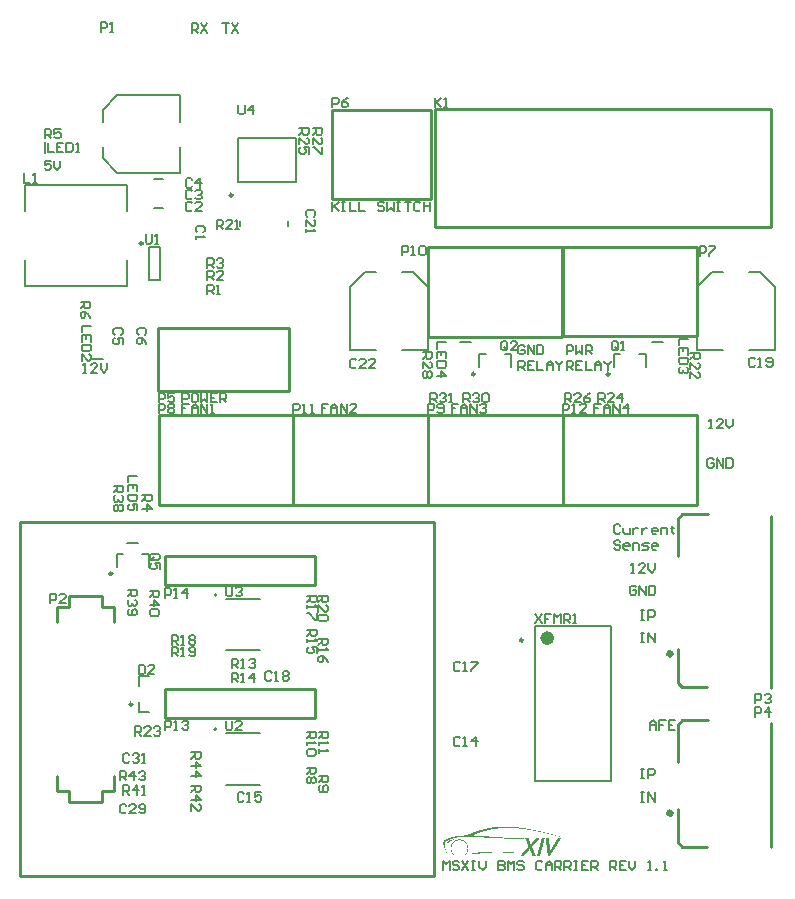
<source format=gto>
G04*
G04 #@! TF.GenerationSoftware,Altium Limited,Altium Designer,19.1.9 (167)*
G04*
G04 Layer_Color=65535*
%FSLAX25Y25*%
%MOIN*%
G70*
G01*
G75*
%ADD10C,0.00984*%
%ADD11C,0.01968*%
%ADD12C,0.00787*%
%ADD13C,0.02362*%
%ADD14C,0.00591*%
%ADD15C,0.01000*%
%ADD16C,0.00600*%
G36*
X161773Y16499D02*
X162451D01*
Y16485D01*
X162824D01*
Y16472D01*
X163129D01*
Y16458D01*
X163378D01*
Y16444D01*
X163613D01*
Y16430D01*
X163820D01*
Y16416D01*
X164014D01*
Y16402D01*
X164194D01*
Y16389D01*
X164360D01*
Y16375D01*
X164525D01*
Y16361D01*
X164678D01*
Y16347D01*
X164830D01*
Y16333D01*
X164968D01*
Y16319D01*
X165106D01*
Y16306D01*
X165245D01*
Y16292D01*
X165369D01*
Y16278D01*
X165494D01*
Y16264D01*
X165618D01*
Y16250D01*
X165743D01*
Y16236D01*
X165853D01*
Y16223D01*
X165978D01*
Y16209D01*
X166088D01*
Y16195D01*
X166199D01*
Y16181D01*
X166310D01*
Y16167D01*
X166420D01*
Y16153D01*
X166517D01*
Y16140D01*
X166628D01*
Y16126D01*
X166725D01*
Y16112D01*
X166821D01*
Y16098D01*
X166932D01*
Y16084D01*
X167029D01*
Y16071D01*
X167126D01*
Y16057D01*
X167222D01*
Y16043D01*
X167305D01*
Y16029D01*
X167402D01*
Y16015D01*
X167499D01*
Y16001D01*
X167582D01*
Y15988D01*
X167679D01*
Y15974D01*
X167762D01*
Y15960D01*
X167859D01*
Y15946D01*
X167942D01*
Y15932D01*
X168025D01*
Y15918D01*
X168108D01*
Y15904D01*
X168204D01*
Y15891D01*
X168287D01*
Y15877D01*
X168370D01*
Y15863D01*
X168453D01*
Y15849D01*
X168536D01*
Y15835D01*
X168605D01*
Y15822D01*
X168688D01*
Y15808D01*
X168772D01*
Y15794D01*
X168854D01*
Y15780D01*
X168937D01*
Y15766D01*
X169007D01*
Y15752D01*
X169090D01*
Y15739D01*
X169159D01*
Y15725D01*
X169242D01*
Y15711D01*
X169325D01*
Y15697D01*
X169394D01*
Y15683D01*
X169477D01*
Y15669D01*
X169546D01*
Y15656D01*
X169615D01*
Y15642D01*
X169698D01*
Y15628D01*
X169767D01*
Y15614D01*
X169836D01*
Y15600D01*
X169919D01*
Y15586D01*
X169989D01*
Y15573D01*
X170058D01*
Y15559D01*
X170127D01*
Y15545D01*
X170196D01*
Y15531D01*
X170279D01*
Y15517D01*
X170348D01*
Y15503D01*
X170417D01*
Y15490D01*
X170486D01*
Y15476D01*
X170556D01*
Y15462D01*
X170625D01*
Y15448D01*
X170694D01*
Y15434D01*
X170763D01*
Y15420D01*
X170832D01*
Y15407D01*
X170901D01*
Y15393D01*
X170970D01*
Y15379D01*
X171040D01*
Y15365D01*
X171095D01*
Y15351D01*
X171164D01*
Y15337D01*
X171233D01*
Y15324D01*
X171302D01*
Y15310D01*
X171372D01*
Y15296D01*
X171427D01*
Y15282D01*
X171496D01*
Y15268D01*
X171565D01*
Y15255D01*
X171634D01*
Y15241D01*
X171690D01*
Y15227D01*
X171759D01*
Y15213D01*
X171828D01*
Y15199D01*
X171883D01*
Y15185D01*
X171952D01*
Y15171D01*
X172022D01*
Y15158D01*
X172077D01*
Y15144D01*
X172146D01*
Y15130D01*
X172201D01*
Y15116D01*
X172271D01*
Y15102D01*
X172340D01*
Y15089D01*
X172395D01*
Y15075D01*
X172464D01*
Y15061D01*
X172520D01*
Y15047D01*
X172589D01*
Y15033D01*
X172644D01*
Y15019D01*
X172713D01*
Y15006D01*
X172768D01*
Y14992D01*
X172824D01*
Y14978D01*
X172893D01*
Y14964D01*
X172948D01*
Y14950D01*
X173017D01*
Y14936D01*
X173073D01*
Y14923D01*
X173142D01*
Y14909D01*
X173197D01*
Y14895D01*
X173252D01*
Y14881D01*
X173322D01*
Y14867D01*
X173377D01*
Y14853D01*
X173432D01*
Y14840D01*
X173501D01*
Y14826D01*
X173557D01*
Y14812D01*
X173612D01*
Y14798D01*
X173681D01*
Y14784D01*
X173737D01*
Y14770D01*
X173792D01*
Y14757D01*
X173847D01*
Y14743D01*
X173916D01*
Y14729D01*
X173972D01*
Y14715D01*
X174027D01*
Y14701D01*
X174082D01*
Y14687D01*
X174151D01*
Y14674D01*
X174207D01*
Y14660D01*
X174262D01*
Y14646D01*
X174317D01*
Y14632D01*
X174373D01*
Y14618D01*
X174428D01*
Y14604D01*
X174497D01*
Y14591D01*
X174553D01*
Y14577D01*
X174608D01*
Y14563D01*
X174663D01*
Y14549D01*
X174718D01*
Y14535D01*
X174774D01*
Y14522D01*
X174829D01*
Y14508D01*
X174898D01*
Y14494D01*
X174954D01*
Y14480D01*
X175009D01*
Y14466D01*
X175064D01*
Y14452D01*
X175120D01*
Y14438D01*
X175175D01*
Y14425D01*
X175230D01*
Y14411D01*
X175285D01*
Y14397D01*
X175341D01*
Y14383D01*
X175396D01*
Y14369D01*
X175452D01*
Y14356D01*
X175507D01*
Y14342D01*
X175562D01*
Y14328D01*
X175617D01*
Y14314D01*
X175673D01*
Y14300D01*
X175728D01*
Y14286D01*
X175783D01*
Y14273D01*
X175839D01*
Y14259D01*
X175894D01*
Y14245D01*
X175949D01*
Y14231D01*
X176005D01*
Y14217D01*
X176060D01*
Y14203D01*
X176115D01*
Y14190D01*
X176171D01*
Y14176D01*
X176226D01*
Y14162D01*
X176281D01*
Y14148D01*
X176337D01*
Y14134D01*
X176392D01*
Y14120D01*
X176447D01*
Y14107D01*
X176503D01*
Y14093D01*
X176558D01*
Y14079D01*
X176599D01*
Y14065D01*
X176655D01*
Y14051D01*
X176710D01*
Y14037D01*
X176765D01*
Y14024D01*
X176821D01*
Y14010D01*
X176876D01*
Y13996D01*
X176931D01*
Y13982D01*
X176987D01*
Y13968D01*
X177028D01*
Y13954D01*
X177084D01*
Y13941D01*
X177139D01*
Y13927D01*
X177194D01*
Y13913D01*
X177249D01*
Y13899D01*
X177305D01*
Y13885D01*
X177360D01*
Y13871D01*
X177402D01*
Y13858D01*
X177457D01*
Y13844D01*
X177512D01*
Y13830D01*
X177568D01*
Y13816D01*
X177623D01*
Y13802D01*
X177664D01*
Y13789D01*
X177720D01*
Y13775D01*
X177775D01*
Y13761D01*
X177830D01*
Y13747D01*
X177886D01*
Y13733D01*
X177927D01*
Y13719D01*
X177982D01*
Y13705D01*
X178038D01*
Y13692D01*
X178093D01*
Y13678D01*
X178148D01*
Y13664D01*
X178190D01*
Y13650D01*
X178245D01*
Y13636D01*
X178300D01*
Y13623D01*
X178356D01*
Y13609D01*
X178397D01*
Y13595D01*
X178453D01*
Y13581D01*
X178508D01*
Y13567D01*
X178563D01*
Y13553D01*
X178605D01*
Y13540D01*
X178660D01*
Y13526D01*
X178715D01*
Y13512D01*
X178757D01*
Y13498D01*
X178812D01*
Y13484D01*
X178868D01*
Y13470D01*
X178923D01*
Y13456D01*
X178964D01*
Y13443D01*
X179020D01*
Y13429D01*
X179075D01*
Y13415D01*
X179116D01*
Y13401D01*
X179172D01*
Y13387D01*
X179227D01*
Y13374D01*
X179282D01*
Y13360D01*
X179324D01*
Y13346D01*
X179379D01*
Y13332D01*
X179435D01*
Y13318D01*
X179476D01*
Y13304D01*
X179531D01*
Y13291D01*
X179587D01*
Y13277D01*
X179628D01*
Y13263D01*
X179683D01*
Y13249D01*
X179739D01*
Y13235D01*
X179780D01*
Y13221D01*
X179836D01*
Y13208D01*
X179877D01*
Y13194D01*
X179932D01*
Y13180D01*
X179988D01*
Y13166D01*
X180029D01*
Y13152D01*
X180085D01*
Y13138D01*
X180140D01*
Y13125D01*
X180181D01*
Y13111D01*
X180237D01*
Y13097D01*
X180292D01*
Y13083D01*
X180320D01*
Y13069D01*
Y13056D01*
X180306D01*
Y13042D01*
X180251D01*
Y13056D01*
X180195D01*
Y13069D01*
X180140D01*
Y13083D01*
X180071D01*
Y13097D01*
X180016D01*
Y13111D01*
X179960D01*
Y13125D01*
X179891D01*
Y13138D01*
X179836D01*
Y13152D01*
X179780D01*
Y13166D01*
X179711D01*
Y13180D01*
X179656D01*
Y13194D01*
X179601D01*
Y13208D01*
X179545D01*
Y13221D01*
X179476D01*
Y13235D01*
X179421D01*
Y13249D01*
X179366D01*
Y13263D01*
X179310D01*
Y13277D01*
X179255D01*
Y13291D01*
X179186D01*
Y13304D01*
X179130D01*
Y13318D01*
X179075D01*
Y13332D01*
X179020D01*
Y13346D01*
X178964D01*
Y13360D01*
X178909D01*
Y13374D01*
X178840D01*
Y13387D01*
X178785D01*
Y13401D01*
X178729D01*
Y13415D01*
X178674D01*
Y13429D01*
X178619D01*
Y13443D01*
X178563D01*
Y13456D01*
X178508D01*
Y13470D01*
X178453D01*
Y13484D01*
X178384D01*
Y13498D01*
X178328D01*
Y13512D01*
X178273D01*
Y13526D01*
X178217D01*
Y13540D01*
X178162D01*
Y13553D01*
X178107D01*
Y13567D01*
X178052D01*
Y13581D01*
X177996D01*
Y13595D01*
X177941D01*
Y13609D01*
X177872D01*
Y13623D01*
X177816D01*
Y13636D01*
X177761D01*
Y13650D01*
X177706D01*
Y13664D01*
X177650D01*
Y13678D01*
X177595D01*
Y13692D01*
X177540D01*
Y13705D01*
X177485D01*
Y13719D01*
X177429D01*
Y13733D01*
X177374D01*
Y13747D01*
X177319D01*
Y13761D01*
X177249D01*
Y13775D01*
X177194D01*
Y13789D01*
X177139D01*
Y13802D01*
X177084D01*
Y13816D01*
X177028D01*
Y13830D01*
X176973D01*
Y13844D01*
X176918D01*
Y13858D01*
X176862D01*
Y13871D01*
X176807D01*
Y13885D01*
X176751D01*
Y13899D01*
X176682D01*
Y13913D01*
X176627D01*
Y13927D01*
X176572D01*
Y13941D01*
X176516D01*
Y13954D01*
X176461D01*
Y13968D01*
X176406D01*
Y13982D01*
X176350D01*
Y13996D01*
X176281D01*
Y14010D01*
X176226D01*
Y14024D01*
X176171D01*
Y14037D01*
X176115D01*
Y14051D01*
X176060D01*
Y14065D01*
X176005D01*
Y14079D01*
X175949D01*
Y14093D01*
X175880D01*
Y14107D01*
X175825D01*
Y14120D01*
X175770D01*
Y14134D01*
X175714D01*
Y14148D01*
X175659D01*
Y14162D01*
X175590D01*
Y14176D01*
X175534D01*
Y14190D01*
X175479D01*
Y14203D01*
X175424D01*
Y14217D01*
X175368D01*
Y14231D01*
X175299D01*
Y14245D01*
X175244D01*
Y14259D01*
X175189D01*
Y14273D01*
X175133D01*
Y14286D01*
X175064D01*
Y14300D01*
X175009D01*
Y14314D01*
X174954D01*
Y14328D01*
X174884D01*
Y14342D01*
X174829D01*
Y14356D01*
X174774D01*
Y14369D01*
X174718D01*
Y14383D01*
X174649D01*
Y14397D01*
X174594D01*
Y14411D01*
X174525D01*
Y14425D01*
X174469D01*
Y14438D01*
X174414D01*
Y14452D01*
X174345D01*
Y14466D01*
X174290D01*
Y14480D01*
X174234D01*
Y14494D01*
X174165D01*
Y14508D01*
X174110D01*
Y14522D01*
X174041D01*
Y14535D01*
X173986D01*
Y14549D01*
X173916D01*
Y14563D01*
X173861D01*
Y14577D01*
X173792D01*
Y14591D01*
X173737D01*
Y14604D01*
X173667D01*
Y14618D01*
X173612D01*
Y14632D01*
X173543D01*
Y14646D01*
X173488D01*
Y14660D01*
X173418D01*
Y14674D01*
X173363D01*
Y14687D01*
X173294D01*
Y14701D01*
X173225D01*
Y14715D01*
X173170D01*
Y14729D01*
X173100D01*
Y14743D01*
X173045D01*
Y14757D01*
X172976D01*
Y14770D01*
X172907D01*
Y14784D01*
X172838D01*
Y14798D01*
X172782D01*
Y14812D01*
X172713D01*
Y14826D01*
X172644D01*
Y14840D01*
X172575D01*
Y14853D01*
X172520D01*
Y14867D01*
X172450D01*
Y14881D01*
X172381D01*
Y14895D01*
X172312D01*
Y14909D01*
X172243D01*
Y14923D01*
X172174D01*
Y14936D01*
X172105D01*
Y14950D01*
X172035D01*
Y14964D01*
X171966D01*
Y14978D01*
X171897D01*
Y14992D01*
X171828D01*
Y15006D01*
X171759D01*
Y15019D01*
X171690D01*
Y15033D01*
X171621D01*
Y15047D01*
X171551D01*
Y15061D01*
X171482D01*
Y15075D01*
X171413D01*
Y15089D01*
X171330D01*
Y15102D01*
X171261D01*
Y15116D01*
X171192D01*
Y15130D01*
X171123D01*
Y15144D01*
X171040D01*
Y15158D01*
X170970D01*
Y15171D01*
X170887D01*
Y15185D01*
X170818D01*
Y15199D01*
X170749D01*
Y15213D01*
X170666D01*
Y15227D01*
X170583D01*
Y15241D01*
X170514D01*
Y15255D01*
X170431D01*
Y15268D01*
X170362D01*
Y15282D01*
X170279D01*
Y15296D01*
X170196D01*
Y15310D01*
X170113D01*
Y15324D01*
X170030D01*
Y15337D01*
X169961D01*
Y15351D01*
X169878D01*
Y15365D01*
X169795D01*
Y15379D01*
X169712D01*
Y15393D01*
X169615D01*
Y15407D01*
X169532D01*
Y15420D01*
X169449D01*
Y15434D01*
X169366D01*
Y15448D01*
X169269D01*
Y15462D01*
X169186D01*
Y15476D01*
X169090D01*
Y15490D01*
X169007D01*
Y15503D01*
X168910D01*
Y15517D01*
X168827D01*
Y15531D01*
X168730D01*
Y15545D01*
X168633D01*
Y15559D01*
X168536D01*
Y15573D01*
X168439D01*
Y15586D01*
X168343D01*
Y15600D01*
X168246D01*
Y15614D01*
X168135D01*
Y15628D01*
X168038D01*
Y15642D01*
X167928D01*
Y15656D01*
X167817D01*
Y15669D01*
X167720D01*
Y15683D01*
X167610D01*
Y15697D01*
X167485D01*
Y15711D01*
X167375D01*
Y15725D01*
X167264D01*
Y15739D01*
X167139D01*
Y15752D01*
X167015D01*
Y15766D01*
X166891D01*
Y15780D01*
X166766D01*
Y15794D01*
X166628D01*
Y15808D01*
X166490D01*
Y15822D01*
X166351D01*
Y15835D01*
X166213D01*
Y15849D01*
X166061D01*
Y15863D01*
X165895D01*
Y15877D01*
X165729D01*
Y15891D01*
X165563D01*
Y15904D01*
X165383D01*
Y15918D01*
X165189D01*
Y15932D01*
X164982D01*
Y15946D01*
X164761D01*
Y15960D01*
X164512D01*
Y15974D01*
X164221D01*
Y15988D01*
X163889D01*
Y16001D01*
X163433D01*
Y16015D01*
X161677D01*
Y16001D01*
X161234D01*
Y15988D01*
X160916D01*
Y15974D01*
X160653D01*
Y15960D01*
X160418D01*
Y15946D01*
X160211D01*
Y15932D01*
X160031D01*
Y15918D01*
X159851D01*
Y15904D01*
X159685D01*
Y15891D01*
X159533D01*
Y15877D01*
X159381D01*
Y15863D01*
X159242D01*
Y15849D01*
X159118D01*
Y15835D01*
X158980D01*
Y15822D01*
X158869D01*
Y15808D01*
X158745D01*
Y15794D01*
X158634D01*
Y15780D01*
X158523D01*
Y15766D01*
X158413D01*
Y15752D01*
X158302D01*
Y15739D01*
X158205D01*
Y15725D01*
X158108D01*
Y15711D01*
X158011D01*
Y15697D01*
X157915D01*
Y15683D01*
X157818D01*
Y15669D01*
X157735D01*
Y15656D01*
X157652D01*
Y15642D01*
X157555D01*
Y15628D01*
X157472D01*
Y15614D01*
X157389D01*
Y15600D01*
X157306D01*
Y15586D01*
X157223D01*
Y15573D01*
X157154D01*
Y15559D01*
X157071D01*
Y15545D01*
X156988D01*
Y15531D01*
X156919D01*
Y15517D01*
X156850D01*
Y15503D01*
X156767D01*
Y15490D01*
X156698D01*
Y15476D01*
X156628D01*
Y15462D01*
X156559D01*
Y15448D01*
X156490D01*
Y15434D01*
X156421D01*
Y15420D01*
X156352D01*
Y15407D01*
X156283D01*
Y15393D01*
X156227D01*
Y15379D01*
X156158D01*
Y15365D01*
X156089D01*
Y15351D01*
X156034D01*
Y15337D01*
X155965D01*
Y15324D01*
X155909D01*
Y15310D01*
X155840D01*
Y15296D01*
X155785D01*
Y15282D01*
X155729D01*
Y15268D01*
X155660D01*
Y15255D01*
X155605D01*
Y15241D01*
X155550D01*
Y15227D01*
X155494D01*
Y15213D01*
X155439D01*
Y15199D01*
X155370D01*
Y15185D01*
X155315D01*
Y15171D01*
X155259D01*
Y15158D01*
X155204D01*
Y15144D01*
X155162D01*
Y15130D01*
X155107D01*
Y15116D01*
X155052D01*
Y15102D01*
X154997D01*
Y15089D01*
X154941D01*
Y15075D01*
X154886D01*
Y15061D01*
X154844D01*
Y15047D01*
X154789D01*
Y15033D01*
X154734D01*
Y15019D01*
X154692D01*
Y15006D01*
X154637D01*
Y14992D01*
X154582D01*
Y14978D01*
X154540D01*
Y14964D01*
X154485D01*
Y14950D01*
X154443D01*
Y14936D01*
X154388D01*
Y14923D01*
X154346D01*
Y14909D01*
X154291D01*
Y14895D01*
X154250D01*
Y14881D01*
X154208D01*
Y14867D01*
X154153D01*
Y14853D01*
X154111D01*
Y14840D01*
X154070D01*
Y14826D01*
X154015D01*
Y14812D01*
X153973D01*
Y14798D01*
X153931D01*
Y14784D01*
X153876D01*
Y14770D01*
X153835D01*
Y14757D01*
X153793D01*
Y14743D01*
X153752D01*
Y14729D01*
X153710D01*
Y14715D01*
X153669D01*
Y14701D01*
X153613D01*
Y14687D01*
X153572D01*
Y14674D01*
X153530D01*
Y14660D01*
X153489D01*
Y14646D01*
X153447D01*
Y14632D01*
X153406D01*
Y14618D01*
X153365D01*
Y14604D01*
X153323D01*
Y14591D01*
X153281D01*
Y14577D01*
X153240D01*
Y14563D01*
X153199D01*
Y14549D01*
X153157D01*
Y14535D01*
X153116D01*
Y14522D01*
X153088D01*
Y14508D01*
X153046D01*
Y14494D01*
X153005D01*
Y14480D01*
X152963D01*
Y14466D01*
X152922D01*
Y14452D01*
X152880D01*
Y14438D01*
X152853D01*
Y14425D01*
X152811D01*
Y14411D01*
X152770D01*
Y14397D01*
X152728D01*
Y14383D01*
X152687D01*
Y14369D01*
X152659D01*
Y14356D01*
X152618D01*
Y14342D01*
X152576D01*
Y14328D01*
X152549D01*
Y14314D01*
X152507D01*
Y14300D01*
X152465D01*
Y14286D01*
X152438D01*
Y14273D01*
X152396D01*
Y14259D01*
X152355D01*
Y14245D01*
X152327D01*
Y14231D01*
X152286D01*
Y14217D01*
X152244D01*
Y14203D01*
X152217D01*
Y14190D01*
X152175D01*
Y14176D01*
X152147D01*
Y14162D01*
X152106D01*
Y14148D01*
X152078D01*
Y14134D01*
X152037D01*
Y14120D01*
X152009D01*
Y14107D01*
X151968D01*
Y14093D01*
X151940D01*
Y14079D01*
X151899D01*
Y14065D01*
X151871D01*
Y14051D01*
X151829D01*
Y14037D01*
X151802D01*
Y14024D01*
X151760D01*
Y14010D01*
X151733D01*
Y13996D01*
X151691D01*
Y13982D01*
X151663D01*
Y13968D01*
X151636D01*
Y13954D01*
X151594D01*
Y13941D01*
X151567D01*
Y13927D01*
X151539D01*
Y13913D01*
X151497D01*
Y13899D01*
X151470D01*
Y13885D01*
X151428D01*
Y13871D01*
X151401D01*
Y13858D01*
X151373D01*
Y13844D01*
X151331D01*
Y13830D01*
X151304D01*
Y13816D01*
X151276D01*
Y13802D01*
X151249D01*
Y13789D01*
X151207D01*
Y13775D01*
X151179D01*
Y13761D01*
X151152D01*
Y13747D01*
X151110D01*
Y13733D01*
X151083D01*
Y13719D01*
X151055D01*
Y13705D01*
X151027D01*
Y13692D01*
X150986D01*
Y13678D01*
X150958D01*
Y13664D01*
X150930D01*
Y13650D01*
X150903D01*
Y13636D01*
X150875D01*
Y13623D01*
X150833D01*
Y13609D01*
X150806D01*
Y13595D01*
X150778D01*
Y13581D01*
X150751D01*
Y13567D01*
X150723D01*
Y13553D01*
X150709D01*
Y13540D01*
X151055D01*
Y13526D01*
X151414D01*
Y13512D01*
X151719D01*
Y13498D01*
X151981D01*
Y13484D01*
X152244D01*
Y13470D01*
X152479D01*
Y13456D01*
X152715D01*
Y13443D01*
X152922D01*
Y13429D01*
X153143D01*
Y13415D01*
X153351D01*
Y13401D01*
X153544D01*
Y13387D01*
X153738D01*
Y13374D01*
X153931D01*
Y13360D01*
X154125D01*
Y13346D01*
X154319D01*
Y13332D01*
X154499D01*
Y13318D01*
X154678D01*
Y13304D01*
X154872D01*
Y13291D01*
X155052D01*
Y13277D01*
X155232D01*
Y13263D01*
X155397D01*
Y13249D01*
X155577D01*
Y13235D01*
X155757D01*
Y13221D01*
X155937D01*
Y13208D01*
X156117D01*
Y13194D01*
X156283D01*
Y13180D01*
X156463D01*
Y13166D01*
X156642D01*
Y13152D01*
X156808D01*
Y13138D01*
X156988D01*
Y13125D01*
X157168D01*
Y13111D01*
X157334D01*
Y13097D01*
X157514D01*
Y13083D01*
X157693D01*
Y13069D01*
X157873D01*
Y13056D01*
X158053D01*
Y13042D01*
X158233D01*
Y13028D01*
X158413D01*
Y13014D01*
X158592D01*
Y13000D01*
X158786D01*
Y12986D01*
X158966D01*
Y12972D01*
X159159D01*
Y12959D01*
X159339D01*
Y12945D01*
X159533D01*
Y12931D01*
X159726D01*
Y12917D01*
X159920D01*
Y12903D01*
X160114D01*
Y12889D01*
X160321D01*
Y12876D01*
X160515D01*
Y12862D01*
X160722D01*
Y12848D01*
X160930D01*
Y12834D01*
X161151D01*
Y12820D01*
X161358D01*
Y12807D01*
X161580D01*
Y12793D01*
X161815D01*
Y12779D01*
X162036D01*
Y12765D01*
X162271D01*
Y12751D01*
X162520D01*
Y12737D01*
X162769D01*
Y12724D01*
X163032D01*
Y12710D01*
X163295D01*
Y12696D01*
X163571D01*
Y12682D01*
X163862D01*
Y12668D01*
X164180D01*
Y12654D01*
X164498D01*
Y12641D01*
X164844D01*
Y12627D01*
X165217D01*
Y12613D01*
X165646D01*
Y12599D01*
X166116D01*
Y12585D01*
X166697D01*
Y12571D01*
X167499D01*
Y12558D01*
X167789D01*
Y12544D01*
Y12530D01*
Y12516D01*
X167651D01*
Y12502D01*
X167195D01*
Y12488D01*
X166628D01*
Y12475D01*
X165701D01*
Y12461D01*
X163945D01*
Y12475D01*
X162949D01*
Y12488D01*
X162313D01*
Y12502D01*
X161787D01*
Y12516D01*
X161331D01*
Y12530D01*
X160916D01*
Y12544D01*
X160542D01*
Y12558D01*
X160183D01*
Y12571D01*
X159851D01*
Y12585D01*
X159533D01*
Y12599D01*
X159215D01*
Y12613D01*
X158924D01*
Y12627D01*
X158634D01*
Y12641D01*
X158357D01*
Y12654D01*
X158081D01*
Y12668D01*
X157818D01*
Y12682D01*
X157555D01*
Y12696D01*
X157306D01*
Y12710D01*
X157057D01*
Y12724D01*
X156808D01*
Y12737D01*
X156559D01*
Y12751D01*
X156310D01*
Y12765D01*
X156075D01*
Y12779D01*
X155826D01*
Y12793D01*
X155591D01*
Y12807D01*
X155356D01*
Y12820D01*
X155121D01*
Y12834D01*
X154886D01*
Y12848D01*
X154637D01*
Y12862D01*
X154402D01*
Y12876D01*
X154167D01*
Y12889D01*
X153918D01*
Y12903D01*
X153683D01*
Y12917D01*
X153434D01*
Y12931D01*
X153185D01*
Y12945D01*
X152936D01*
Y12959D01*
X152673D01*
Y12972D01*
X152396D01*
Y12986D01*
X152120D01*
Y13000D01*
X151843D01*
Y13014D01*
X151539D01*
Y13028D01*
X151207D01*
Y13042D01*
X150861D01*
Y13056D01*
X150460D01*
Y13069D01*
X149976D01*
Y13083D01*
X149077D01*
Y13097D01*
X148621D01*
Y13083D01*
X147860D01*
Y13069D01*
X147500D01*
Y13056D01*
X147224D01*
Y13042D01*
X147003D01*
Y13028D01*
X146809D01*
Y13014D01*
X146643D01*
Y13000D01*
X146491D01*
Y12986D01*
X146353D01*
Y12972D01*
X146228D01*
Y12959D01*
X146117D01*
Y12945D01*
X146007D01*
Y12931D01*
X145896D01*
Y12917D01*
X145799D01*
Y12903D01*
X145703D01*
Y12889D01*
X145619D01*
Y12876D01*
X145536D01*
Y12862D01*
X145454D01*
Y12848D01*
X145371D01*
Y12834D01*
X145301D01*
Y12820D01*
X145232D01*
Y12807D01*
X145149D01*
Y12793D01*
X145094D01*
Y12779D01*
X145025D01*
Y12765D01*
X144956D01*
Y12751D01*
X144900D01*
Y12737D01*
X144831D01*
Y12724D01*
X144776D01*
Y12710D01*
X144720D01*
Y12696D01*
X144665D01*
Y12682D01*
X144610D01*
Y12668D01*
X144555D01*
Y12654D01*
X144499D01*
Y12641D01*
X144444D01*
Y12627D01*
X144403D01*
Y12613D01*
X144347D01*
Y12599D01*
X144292D01*
Y12585D01*
X144250D01*
Y12571D01*
X144195D01*
Y12558D01*
X144153D01*
Y12544D01*
X144112D01*
Y12530D01*
X144057D01*
Y12516D01*
X144015D01*
Y12502D01*
X143974D01*
Y12488D01*
X143932D01*
Y12475D01*
X143891D01*
Y12461D01*
X143849D01*
Y12447D01*
X143808D01*
Y12433D01*
X143766D01*
Y12419D01*
X143725D01*
Y12405D01*
X143683D01*
Y12392D01*
X143642D01*
Y12378D01*
X143600D01*
Y12364D01*
X143559D01*
Y12350D01*
X143517D01*
Y12336D01*
X143476D01*
Y12323D01*
X143434D01*
Y12309D01*
X143407D01*
Y12295D01*
X143365D01*
Y12281D01*
X143324D01*
Y12267D01*
X143296D01*
Y12253D01*
X143254D01*
Y12240D01*
X143213D01*
Y12226D01*
X143172D01*
Y12212D01*
X143144D01*
Y12198D01*
X143102D01*
Y12184D01*
X143075D01*
Y12170D01*
X143033D01*
Y12156D01*
X142992D01*
Y12143D01*
X142964D01*
Y12129D01*
X142923D01*
Y12115D01*
X142895D01*
Y12101D01*
X142867D01*
Y12087D01*
X142826D01*
Y12073D01*
X142798D01*
Y12060D01*
X142757D01*
Y12046D01*
X142729D01*
Y12032D01*
X142701D01*
Y12018D01*
X142674D01*
Y12004D01*
X142632D01*
Y11991D01*
X142604D01*
Y11977D01*
X142577D01*
Y11963D01*
X142549D01*
Y11949D01*
X142522D01*
Y11935D01*
X142494D01*
Y11921D01*
X142466D01*
Y11908D01*
X142439D01*
Y11894D01*
X142411D01*
Y11880D01*
X142383D01*
Y11866D01*
X142356D01*
Y11852D01*
X142328D01*
Y11838D01*
X142300D01*
Y11825D01*
X142286D01*
Y11811D01*
X142259D01*
Y11797D01*
X142231D01*
Y11783D01*
X142217D01*
Y11769D01*
X142190D01*
Y11755D01*
X142162D01*
Y11742D01*
X142148D01*
Y11728D01*
X142121D01*
Y11714D01*
X142107D01*
Y11700D01*
X142079D01*
Y11686D01*
X142065D01*
Y11672D01*
X142051D01*
Y11659D01*
X142024D01*
Y11645D01*
X142010D01*
Y11631D01*
X141996D01*
Y11617D01*
X141968D01*
Y11603D01*
X141955D01*
Y11590D01*
X141941D01*
Y11576D01*
X141927D01*
Y11562D01*
X141913D01*
Y11548D01*
X141899D01*
Y11534D01*
X141885D01*
Y11520D01*
X141872D01*
Y11507D01*
X141858D01*
Y11493D01*
X141844D01*
Y11479D01*
X141830D01*
Y11465D01*
X141816D01*
Y11451D01*
X141802D01*
Y11437D01*
X141788D01*
Y11423D01*
X141775D01*
Y11410D01*
X141761D01*
Y11396D01*
X141747D01*
Y11382D01*
X141733D01*
Y11368D01*
Y11354D01*
X141719D01*
Y11340D01*
X141706D01*
Y11327D01*
X141692D01*
Y11313D01*
Y11299D01*
X141678D01*
Y11285D01*
X141664D01*
Y11271D01*
Y11258D01*
X141650D01*
Y11244D01*
X141636D01*
Y11230D01*
Y11216D01*
X141623D01*
Y11202D01*
Y11188D01*
X141609D01*
Y11175D01*
Y11161D01*
X141595D01*
Y11147D01*
Y11133D01*
X141581D01*
Y11119D01*
Y11105D01*
X141567D01*
Y11092D01*
Y11078D01*
X141553D01*
Y11064D01*
Y11050D01*
Y11036D01*
X141540D01*
Y11022D01*
Y11009D01*
Y10995D01*
X141526D01*
Y10981D01*
Y10967D01*
Y10953D01*
X141512D01*
Y10939D01*
Y10926D01*
Y10912D01*
X141498D01*
Y10898D01*
Y10884D01*
Y10870D01*
Y10857D01*
X141484D01*
Y10843D01*
Y10829D01*
Y10815D01*
Y10801D01*
Y10787D01*
X141470D01*
Y10774D01*
Y10760D01*
Y10746D01*
Y10732D01*
Y10718D01*
Y10704D01*
Y10690D01*
X141457D01*
Y10677D01*
Y10663D01*
Y10649D01*
Y10635D01*
Y10621D01*
Y10607D01*
Y10594D01*
Y10580D01*
Y10566D01*
Y10552D01*
Y10538D01*
X141443D01*
Y10525D01*
Y10511D01*
Y10497D01*
Y10483D01*
Y10469D01*
Y10455D01*
Y10441D01*
Y10428D01*
Y10414D01*
Y10400D01*
Y10386D01*
Y10372D01*
Y10359D01*
Y10345D01*
Y10331D01*
Y10317D01*
X141457D01*
Y10303D01*
Y10289D01*
Y10276D01*
Y10262D01*
Y10248D01*
Y10234D01*
Y10220D01*
Y10206D01*
Y10193D01*
Y10179D01*
Y10165D01*
Y10151D01*
Y10137D01*
Y10123D01*
X141470D01*
Y10110D01*
Y10096D01*
Y10082D01*
Y10068D01*
Y10054D01*
Y10041D01*
Y10027D01*
Y10013D01*
X141484D01*
Y9999D01*
Y9985D01*
Y9971D01*
Y9957D01*
Y9944D01*
Y9930D01*
Y9916D01*
X141498D01*
Y9902D01*
Y9888D01*
Y9875D01*
Y9861D01*
Y9847D01*
Y9833D01*
X141512D01*
Y9819D01*
Y9805D01*
Y9792D01*
Y9778D01*
Y9764D01*
X141526D01*
Y9750D01*
Y9736D01*
Y9722D01*
Y9708D01*
Y9695D01*
Y9681D01*
X141540D01*
Y9667D01*
Y9653D01*
Y9639D01*
Y9626D01*
X141553D01*
Y9612D01*
Y9598D01*
Y9584D01*
Y9570D01*
Y9556D01*
X141567D01*
Y9543D01*
Y9529D01*
Y9515D01*
Y9501D01*
X141581D01*
Y9487D01*
Y9473D01*
Y9460D01*
Y9446D01*
X141595D01*
Y9432D01*
Y9418D01*
Y9404D01*
Y9390D01*
X141609D01*
Y9377D01*
Y9363D01*
Y9349D01*
Y9335D01*
X141623D01*
Y9321D01*
Y9307D01*
Y9294D01*
Y9280D01*
X141636D01*
Y9266D01*
Y9252D01*
Y9238D01*
X141650D01*
Y9224D01*
Y9211D01*
Y9197D01*
Y9183D01*
X141664D01*
Y9169D01*
Y9155D01*
Y9142D01*
Y9128D01*
X141678D01*
Y9114D01*
Y9100D01*
Y9086D01*
X141692D01*
Y9072D01*
Y9059D01*
Y9045D01*
X141706D01*
Y9031D01*
Y9017D01*
Y9003D01*
Y8989D01*
X141719D01*
Y8975D01*
Y8962D01*
Y8948D01*
X141733D01*
Y8934D01*
Y8920D01*
Y8906D01*
X141747D01*
Y8892D01*
Y8879D01*
Y8865D01*
X141761D01*
Y8851D01*
Y8837D01*
Y8823D01*
Y8810D01*
X141775D01*
Y8796D01*
Y8782D01*
Y8768D01*
X141788D01*
Y8754D01*
Y8740D01*
Y8727D01*
X141802D01*
Y8713D01*
Y8699D01*
Y8685D01*
X141816D01*
Y8671D01*
Y8657D01*
Y8644D01*
X141830D01*
Y8630D01*
Y8616D01*
Y8602D01*
X141844D01*
Y8588D01*
Y8574D01*
Y8561D01*
X141858D01*
Y8547D01*
Y8533D01*
Y8519D01*
X141872D01*
Y8505D01*
Y8491D01*
Y8478D01*
X141885D01*
Y8464D01*
Y8450D01*
X141899D01*
Y8436D01*
Y8422D01*
Y8409D01*
X141913D01*
Y8395D01*
Y8381D01*
Y8367D01*
X141927D01*
Y8353D01*
Y8339D01*
Y8326D01*
X141941D01*
Y8312D01*
Y8298D01*
Y8284D01*
X141955D01*
Y8270D01*
Y8256D01*
X141968D01*
Y8242D01*
Y8229D01*
Y8215D01*
X141982D01*
Y8201D01*
Y8187D01*
Y8173D01*
X141996D01*
Y8160D01*
Y8146D01*
Y8132D01*
X142010D01*
Y8118D01*
Y8104D01*
X142024D01*
Y8090D01*
Y8077D01*
Y8063D01*
X142037D01*
Y8049D01*
Y8035D01*
Y8021D01*
X142051D01*
Y8007D01*
Y7994D01*
X142065D01*
Y7980D01*
Y7966D01*
Y7952D01*
X142079D01*
Y7938D01*
Y7925D01*
Y7911D01*
X142093D01*
Y7897D01*
Y7883D01*
X142107D01*
Y7869D01*
Y7855D01*
Y7841D01*
X142121D01*
Y7828D01*
Y7814D01*
X142134D01*
Y7800D01*
Y7786D01*
Y7772D01*
X142148D01*
Y7758D01*
Y7745D01*
Y7731D01*
X142162D01*
Y7717D01*
Y7703D01*
X142176D01*
Y7689D01*
Y7676D01*
Y7662D01*
X142190D01*
Y7648D01*
Y7634D01*
X142203D01*
Y7620D01*
Y7606D01*
Y7593D01*
X142217D01*
Y7579D01*
Y7565D01*
X142231D01*
Y7551D01*
Y7537D01*
Y7523D01*
X142245D01*
Y7509D01*
Y7496D01*
X142259D01*
Y7482D01*
Y7468D01*
Y7454D01*
X142273D01*
Y7440D01*
Y7427D01*
X142286D01*
Y7413D01*
Y7399D01*
Y7385D01*
X142300D01*
Y7371D01*
Y7357D01*
X142314D01*
Y7344D01*
Y7330D01*
Y7316D01*
X142273D01*
Y7330D01*
X142259D01*
Y7344D01*
Y7357D01*
X142245D01*
Y7371D01*
Y7385D01*
X142231D01*
Y7399D01*
Y7413D01*
X142217D01*
Y7427D01*
Y7440D01*
Y7454D01*
X142203D01*
Y7468D01*
Y7482D01*
X142190D01*
Y7496D01*
Y7509D01*
X142176D01*
Y7523D01*
Y7537D01*
X142162D01*
Y7551D01*
Y7565D01*
X142148D01*
Y7579D01*
Y7593D01*
X142134D01*
Y7606D01*
Y7620D01*
X142121D01*
Y7634D01*
Y7648D01*
X142107D01*
Y7662D01*
Y7676D01*
Y7689D01*
X142093D01*
Y7703D01*
Y7717D01*
X142079D01*
Y7731D01*
Y7745D01*
X142065D01*
Y7758D01*
Y7772D01*
X142051D01*
Y7786D01*
Y7800D01*
X142037D01*
Y7814D01*
Y7828D01*
X142024D01*
Y7841D01*
Y7855D01*
X142010D01*
Y7869D01*
Y7883D01*
Y7897D01*
X141996D01*
Y7911D01*
Y7925D01*
X141982D01*
Y7938D01*
Y7952D01*
X141968D01*
Y7966D01*
Y7980D01*
X141955D01*
Y7994D01*
Y8007D01*
X141941D01*
Y8021D01*
Y8035D01*
X141927D01*
Y8049D01*
Y8063D01*
Y8077D01*
X141913D01*
Y8090D01*
Y8104D01*
X141899D01*
Y8118D01*
Y8132D01*
X141885D01*
Y8146D01*
Y8160D01*
X141872D01*
Y8173D01*
Y8187D01*
X141858D01*
Y8201D01*
Y8215D01*
X141844D01*
Y8229D01*
Y8242D01*
Y8256D01*
X141830D01*
Y8270D01*
Y8284D01*
X141816D01*
Y8298D01*
Y8312D01*
X141802D01*
Y8326D01*
Y8339D01*
X141788D01*
Y8353D01*
Y8367D01*
X141775D01*
Y8381D01*
Y8395D01*
Y8409D01*
X141761D01*
Y8422D01*
Y8436D01*
X141747D01*
Y8450D01*
Y8464D01*
X141733D01*
Y8478D01*
Y8491D01*
X141719D01*
Y8505D01*
Y8519D01*
Y8533D01*
X141706D01*
Y8547D01*
Y8561D01*
X141692D01*
Y8574D01*
Y8588D01*
X141678D01*
Y8602D01*
Y8616D01*
X141664D01*
Y8630D01*
Y8644D01*
Y8657D01*
X141650D01*
Y8671D01*
Y8685D01*
X141636D01*
Y8699D01*
Y8713D01*
X141623D01*
Y8727D01*
Y8740D01*
X141609D01*
Y8754D01*
Y8768D01*
Y8782D01*
X141595D01*
Y8796D01*
Y8810D01*
X141581D01*
Y8823D01*
Y8837D01*
X141567D01*
Y8851D01*
Y8865D01*
Y8879D01*
X141553D01*
Y8892D01*
Y8906D01*
X141540D01*
Y8920D01*
Y8934D01*
X141526D01*
Y8948D01*
Y8962D01*
Y8975D01*
X141512D01*
Y8989D01*
Y9003D01*
X141498D01*
Y9017D01*
Y9031D01*
X141484D01*
Y9045D01*
Y9059D01*
Y9072D01*
X141470D01*
Y9086D01*
Y9100D01*
X141457D01*
Y9114D01*
Y9128D01*
X141443D01*
Y9142D01*
Y9155D01*
Y9169D01*
X141429D01*
Y9183D01*
Y9197D01*
X141415D01*
Y9211D01*
Y9224D01*
Y9238D01*
X141401D01*
Y9252D01*
Y9266D01*
X141387D01*
Y9280D01*
Y9294D01*
Y9307D01*
X141374D01*
Y9321D01*
Y9335D01*
X141360D01*
Y9349D01*
Y9363D01*
Y9377D01*
X141346D01*
Y9390D01*
Y9404D01*
X141332D01*
Y9418D01*
Y9432D01*
Y9446D01*
X141318D01*
Y9460D01*
Y9473D01*
X141305D01*
Y9487D01*
Y9501D01*
Y9515D01*
X141291D01*
Y9529D01*
Y9543D01*
Y9556D01*
X141277D01*
Y9570D01*
Y9584D01*
X141263D01*
Y9598D01*
Y9612D01*
Y9626D01*
X141249D01*
Y9639D01*
Y9653D01*
Y9667D01*
X141235D01*
Y9681D01*
Y9695D01*
Y9708D01*
X141221D01*
Y9722D01*
Y9736D01*
X141208D01*
Y9750D01*
Y9764D01*
Y9778D01*
X141194D01*
Y9792D01*
Y9805D01*
Y9819D01*
X141180D01*
Y9833D01*
Y9847D01*
Y9861D01*
X141166D01*
Y9875D01*
Y9888D01*
Y9902D01*
X141152D01*
Y9916D01*
Y9930D01*
Y9944D01*
X141139D01*
Y9957D01*
Y9971D01*
Y9985D01*
X141125D01*
Y9999D01*
Y10013D01*
Y10027D01*
X141111D01*
Y10041D01*
Y10054D01*
Y10068D01*
Y10082D01*
X141097D01*
Y10096D01*
Y10110D01*
Y10123D01*
X141083D01*
Y10137D01*
Y10151D01*
Y10165D01*
X141069D01*
Y10179D01*
Y10193D01*
Y10206D01*
Y10220D01*
X141056D01*
Y10234D01*
Y10248D01*
Y10262D01*
Y10276D01*
X141042D01*
Y10289D01*
Y10303D01*
Y10317D01*
Y10331D01*
X141028D01*
Y10345D01*
Y10359D01*
Y10372D01*
Y10386D01*
X141014D01*
Y10400D01*
Y10414D01*
Y10428D01*
Y10441D01*
X141000D01*
Y10455D01*
Y10469D01*
Y10483D01*
Y10497D01*
Y10511D01*
X140986D01*
Y10525D01*
Y10538D01*
Y10552D01*
Y10566D01*
Y10580D01*
Y10594D01*
X140972D01*
Y10607D01*
Y10621D01*
Y10635D01*
Y10649D01*
Y10663D01*
Y10677D01*
Y10690D01*
X140959D01*
Y10704D01*
Y10718D01*
Y10732D01*
Y10746D01*
Y10760D01*
Y10774D01*
Y10787D01*
Y10801D01*
Y10815D01*
X140945D01*
Y10829D01*
Y10843D01*
Y10857D01*
Y10870D01*
Y10884D01*
Y10898D01*
Y10912D01*
Y10926D01*
Y10939D01*
Y10953D01*
Y10967D01*
Y10981D01*
Y10995D01*
Y11009D01*
Y11022D01*
Y11036D01*
Y11050D01*
Y11064D01*
Y11078D01*
Y11092D01*
Y11105D01*
Y11119D01*
X140959D01*
Y11133D01*
Y11147D01*
Y11161D01*
Y11175D01*
Y11188D01*
Y11202D01*
Y11216D01*
Y11230D01*
X140972D01*
Y11244D01*
Y11258D01*
Y11271D01*
Y11285D01*
Y11299D01*
X140986D01*
Y11313D01*
Y11327D01*
Y11340D01*
X141000D01*
Y11354D01*
Y11368D01*
Y11382D01*
Y11396D01*
X141014D01*
Y11410D01*
Y11423D01*
Y11437D01*
X141028D01*
Y11451D01*
Y11465D01*
X141042D01*
Y11479D01*
Y11493D01*
Y11507D01*
X141056D01*
Y11520D01*
Y11534D01*
X141069D01*
Y11548D01*
Y11562D01*
X141083D01*
Y11576D01*
Y11590D01*
X141097D01*
Y11603D01*
X141111D01*
Y11617D01*
Y11631D01*
X141125D01*
Y11645D01*
Y11659D01*
X141139D01*
Y11672D01*
X141152D01*
Y11686D01*
Y11700D01*
X141166D01*
Y11714D01*
X141180D01*
Y11728D01*
X141194D01*
Y11742D01*
Y11755D01*
X141208D01*
Y11769D01*
X141221D01*
Y11783D01*
X141235D01*
Y11797D01*
X141249D01*
Y11811D01*
X141263D01*
Y11825D01*
X141277D01*
Y11838D01*
X141291D01*
Y11852D01*
X141305D01*
Y11866D01*
X141318D01*
Y11880D01*
X141332D01*
Y11894D01*
X141346D01*
Y11908D01*
X141360D01*
Y11921D01*
X141374D01*
Y11935D01*
X141387D01*
Y11949D01*
X141401D01*
Y11963D01*
X141415D01*
Y11977D01*
X141443D01*
Y11991D01*
X141457D01*
Y12004D01*
X141470D01*
Y12018D01*
X141498D01*
Y12032D01*
X141512D01*
Y12046D01*
X141526D01*
Y12060D01*
X141553D01*
Y12073D01*
X141567D01*
Y12087D01*
X141595D01*
Y12101D01*
X141609D01*
Y12115D01*
X141636D01*
Y12129D01*
X141664D01*
Y12143D01*
X141678D01*
Y12156D01*
X141706D01*
Y12170D01*
X141733D01*
Y12184D01*
X141747D01*
Y12198D01*
X141775D01*
Y12212D01*
X141802D01*
Y12226D01*
X141830D01*
Y12240D01*
X141858D01*
Y12253D01*
X141885D01*
Y12267D01*
X141913D01*
Y12281D01*
X141941D01*
Y12295D01*
X141968D01*
Y12309D01*
X141996D01*
Y12323D01*
X142037D01*
Y12336D01*
X142065D01*
Y12350D01*
X142093D01*
Y12364D01*
X142121D01*
Y12378D01*
X142162D01*
Y12392D01*
X142190D01*
Y12405D01*
X142231D01*
Y12419D01*
X142259D01*
Y12433D01*
X142300D01*
Y12447D01*
X142328D01*
Y12461D01*
X142369D01*
Y12475D01*
X142411D01*
Y12488D01*
X142439D01*
Y12502D01*
X142480D01*
Y12516D01*
X142522D01*
Y12530D01*
X142549D01*
Y12544D01*
X142591D01*
Y12558D01*
X142632D01*
Y12571D01*
X142674D01*
Y12585D01*
X142701D01*
Y12599D01*
X142743D01*
Y12613D01*
X142784D01*
Y12627D01*
X142826D01*
Y12641D01*
X142867D01*
Y12654D01*
X142909D01*
Y12668D01*
X142950D01*
Y12682D01*
X142992D01*
Y12696D01*
X143033D01*
Y12710D01*
X143075D01*
Y12724D01*
X143116D01*
Y12737D01*
X143158D01*
Y12751D01*
X143199D01*
Y12765D01*
X143241D01*
Y12779D01*
X143282D01*
Y12793D01*
X143324D01*
Y12807D01*
X143379D01*
Y12820D01*
X143421D01*
Y12834D01*
X143462D01*
Y12848D01*
X143517D01*
Y12862D01*
X143559D01*
Y12876D01*
X143600D01*
Y12889D01*
X143656D01*
Y12903D01*
X143697D01*
Y12917D01*
X143752D01*
Y12931D01*
X143808D01*
Y12945D01*
X143849D01*
Y12959D01*
X143905D01*
Y12972D01*
X143960D01*
Y12986D01*
X144015D01*
Y13000D01*
X144070D01*
Y13014D01*
X144126D01*
Y13028D01*
X144181D01*
Y13042D01*
X144237D01*
Y13056D01*
X144292D01*
Y13069D01*
X144347D01*
Y13083D01*
X144403D01*
Y13097D01*
X144472D01*
Y13111D01*
X144527D01*
Y13125D01*
X144596D01*
Y13138D01*
X144665D01*
Y13152D01*
X144720D01*
Y13166D01*
X144790D01*
Y13180D01*
X144859D01*
Y13194D01*
X144928D01*
Y13208D01*
X144997D01*
Y13221D01*
X145080D01*
Y13235D01*
X145149D01*
Y13249D01*
X145232D01*
Y13263D01*
X145315D01*
Y13277D01*
X145398D01*
Y13291D01*
X145481D01*
Y13304D01*
X145564D01*
Y13318D01*
X145661D01*
Y13332D01*
X145758D01*
Y13346D01*
X145855D01*
Y13360D01*
X145951D01*
Y13374D01*
X146062D01*
Y13387D01*
X146173D01*
Y13401D01*
X146297D01*
Y13415D01*
X146422D01*
Y13429D01*
X146560D01*
Y13443D01*
X146698D01*
Y13456D01*
X146850D01*
Y13470D01*
X147016D01*
Y13484D01*
X147196D01*
Y13498D01*
X147404D01*
Y13512D01*
X147625D01*
Y13526D01*
X147901D01*
Y13540D01*
X148220D01*
Y13553D01*
X148496D01*
Y13567D01*
X148524D01*
Y13581D01*
X148551D01*
Y13595D01*
X148593D01*
Y13609D01*
X148621D01*
Y13623D01*
X148648D01*
Y13636D01*
X148690D01*
Y13650D01*
X148717D01*
Y13664D01*
X148759D01*
Y13678D01*
X148787D01*
Y13692D01*
X148814D01*
Y13705D01*
X148856D01*
Y13719D01*
X148883D01*
Y13733D01*
X148925D01*
Y13747D01*
X148953D01*
Y13761D01*
X148980D01*
Y13775D01*
X149022D01*
Y13789D01*
X149049D01*
Y13802D01*
X149091D01*
Y13816D01*
X149119D01*
Y13830D01*
X149146D01*
Y13844D01*
X149188D01*
Y13858D01*
X149215D01*
Y13871D01*
X149257D01*
Y13885D01*
X149285D01*
Y13899D01*
X149326D01*
Y13913D01*
X149354D01*
Y13927D01*
X149395D01*
Y13941D01*
X149423D01*
Y13954D01*
X149464D01*
Y13968D01*
X149492D01*
Y13982D01*
X149533D01*
Y13996D01*
X149561D01*
Y14010D01*
X149603D01*
Y14024D01*
X149630D01*
Y14037D01*
X149672D01*
Y14051D01*
X149699D01*
Y14065D01*
X149741D01*
Y14079D01*
X149769D01*
Y14093D01*
X149810D01*
Y14107D01*
X149838D01*
Y14120D01*
X149879D01*
Y14134D01*
X149907D01*
Y14148D01*
X149948D01*
Y14162D01*
X149976D01*
Y14176D01*
X150018D01*
Y14190D01*
X150045D01*
Y14203D01*
X150087D01*
Y14217D01*
X150128D01*
Y14231D01*
X150156D01*
Y14245D01*
X150197D01*
Y14259D01*
X150225D01*
Y14273D01*
X150267D01*
Y14286D01*
X150294D01*
Y14300D01*
X150336D01*
Y14314D01*
X150377D01*
Y14328D01*
X150405D01*
Y14342D01*
X150446D01*
Y14356D01*
X150488D01*
Y14369D01*
X150515D01*
Y14383D01*
X150557D01*
Y14397D01*
X150598D01*
Y14411D01*
X150626D01*
Y14425D01*
X150668D01*
Y14438D01*
X150709D01*
Y14452D01*
X150737D01*
Y14466D01*
X150778D01*
Y14480D01*
X150820D01*
Y14494D01*
X150847D01*
Y14508D01*
X150889D01*
Y14522D01*
X150930D01*
Y14535D01*
X150958D01*
Y14549D01*
X150999D01*
Y14563D01*
X151041D01*
Y14577D01*
X151083D01*
Y14591D01*
X151110D01*
Y14604D01*
X151152D01*
Y14618D01*
X151193D01*
Y14632D01*
X151235D01*
Y14646D01*
X151276D01*
Y14660D01*
X151304D01*
Y14674D01*
X151345D01*
Y14687D01*
X151387D01*
Y14701D01*
X151428D01*
Y14715D01*
X151470D01*
Y14729D01*
X151497D01*
Y14743D01*
X151539D01*
Y14757D01*
X151580D01*
Y14770D01*
X151622D01*
Y14784D01*
X151663D01*
Y14798D01*
X151705D01*
Y14812D01*
X151746D01*
Y14826D01*
X151788D01*
Y14840D01*
X151829D01*
Y14853D01*
X151857D01*
Y14867D01*
X151899D01*
Y14881D01*
X151940D01*
Y14895D01*
X151981D01*
Y14909D01*
X152023D01*
Y14923D01*
X152064D01*
Y14936D01*
X152106D01*
Y14950D01*
X152147D01*
Y14964D01*
X152189D01*
Y14978D01*
X152230D01*
Y14992D01*
X152272D01*
Y15006D01*
X152313D01*
Y15019D01*
X152355D01*
Y15033D01*
X152410D01*
Y15047D01*
X152452D01*
Y15061D01*
X152493D01*
Y15075D01*
X152535D01*
Y15089D01*
X152576D01*
Y15102D01*
X152618D01*
Y15116D01*
X152659D01*
Y15130D01*
X152701D01*
Y15144D01*
X152756D01*
Y15158D01*
X152797D01*
Y15171D01*
X152839D01*
Y15185D01*
X152880D01*
Y15199D01*
X152936D01*
Y15213D01*
X152977D01*
Y15227D01*
X153019D01*
Y15241D01*
X153060D01*
Y15255D01*
X153116D01*
Y15268D01*
X153157D01*
Y15282D01*
X153199D01*
Y15296D01*
X153254D01*
Y15310D01*
X153295D01*
Y15324D01*
X153337D01*
Y15337D01*
X153392D01*
Y15351D01*
X153434D01*
Y15365D01*
X153489D01*
Y15379D01*
X153530D01*
Y15393D01*
X153586D01*
Y15407D01*
X153627D01*
Y15420D01*
X153683D01*
Y15434D01*
X153724D01*
Y15448D01*
X153779D01*
Y15462D01*
X153835D01*
Y15476D01*
X153876D01*
Y15490D01*
X153931D01*
Y15503D01*
X153973D01*
Y15517D01*
X154028D01*
Y15531D01*
X154084D01*
Y15545D01*
X154139D01*
Y15559D01*
X154181D01*
Y15573D01*
X154236D01*
Y15586D01*
X154291D01*
Y15600D01*
X154346D01*
Y15614D01*
X154402D01*
Y15628D01*
X154457D01*
Y15642D01*
X154512D01*
Y15656D01*
X154568D01*
Y15669D01*
X154623D01*
Y15683D01*
X154678D01*
Y15697D01*
X154734D01*
Y15711D01*
X154789D01*
Y15725D01*
X154844D01*
Y15739D01*
X154900D01*
Y15752D01*
X154955D01*
Y15766D01*
X155024D01*
Y15780D01*
X155079D01*
Y15794D01*
X155135D01*
Y15808D01*
X155204D01*
Y15822D01*
X155259D01*
Y15835D01*
X155315D01*
Y15849D01*
X155384D01*
Y15863D01*
X155453D01*
Y15877D01*
X155508D01*
Y15891D01*
X155577D01*
Y15904D01*
X155647D01*
Y15918D01*
X155702D01*
Y15932D01*
X155771D01*
Y15946D01*
X155840D01*
Y15960D01*
X155909D01*
Y15974D01*
X155978D01*
Y15988D01*
X156048D01*
Y16001D01*
X156117D01*
Y16015D01*
X156186D01*
Y16029D01*
X156269D01*
Y16043D01*
X156338D01*
Y16057D01*
X156421D01*
Y16071D01*
X156490D01*
Y16084D01*
X156573D01*
Y16098D01*
X156642D01*
Y16112D01*
X156725D01*
Y16126D01*
X156808D01*
Y16140D01*
X156891D01*
Y16153D01*
X156988D01*
Y16167D01*
X157071D01*
Y16181D01*
X157154D01*
Y16195D01*
X157251D01*
Y16209D01*
X157348D01*
Y16223D01*
X157444D01*
Y16236D01*
X157541D01*
Y16250D01*
X157638D01*
Y16264D01*
X157735D01*
Y16278D01*
X157845D01*
Y16292D01*
X157956D01*
Y16306D01*
X158067D01*
Y16319D01*
X158191D01*
Y16333D01*
X158316D01*
Y16347D01*
X158440D01*
Y16361D01*
X158579D01*
Y16375D01*
X158717D01*
Y16389D01*
X158869D01*
Y16402D01*
X159035D01*
Y16416D01*
X159201D01*
Y16430D01*
X159395D01*
Y16444D01*
X159602D01*
Y16458D01*
X159837D01*
Y16472D01*
X160114D01*
Y16485D01*
X160473D01*
Y16499D01*
X161123D01*
Y16513D01*
X161773D01*
Y16499D01*
D02*
G37*
G36*
X144485Y12253D02*
X144499D01*
Y12240D01*
X144485D01*
Y12226D01*
X144444D01*
Y12212D01*
X144403D01*
Y12198D01*
X144361D01*
Y12184D01*
X144319D01*
Y12170D01*
X144292D01*
Y12156D01*
X144250D01*
Y12143D01*
X144223D01*
Y12129D01*
X144195D01*
Y12115D01*
X144167D01*
Y12101D01*
X144140D01*
Y12087D01*
X144112D01*
Y12073D01*
X144084D01*
Y12060D01*
X144057D01*
Y12046D01*
X144029D01*
Y12032D01*
X144001D01*
Y12018D01*
X143988D01*
Y12004D01*
X143960D01*
Y11991D01*
X143932D01*
Y11977D01*
X143918D01*
Y11963D01*
X143891D01*
Y11949D01*
X143877D01*
Y11935D01*
X143849D01*
Y11921D01*
X143835D01*
Y11908D01*
X143808D01*
Y11894D01*
X143794D01*
Y11880D01*
X143766D01*
Y11866D01*
X143752D01*
Y11852D01*
X143725D01*
Y11838D01*
X143711D01*
Y11825D01*
X143697D01*
Y11811D01*
X143669D01*
Y11797D01*
X143656D01*
Y11783D01*
X143642D01*
Y11769D01*
X143614D01*
Y11755D01*
X143600D01*
Y11742D01*
X143587D01*
Y11728D01*
X143559D01*
Y11714D01*
X143545D01*
Y11700D01*
X143531D01*
Y11686D01*
X143517D01*
Y11672D01*
X143490D01*
Y11659D01*
X143476D01*
Y11645D01*
X143462D01*
Y11631D01*
X143448D01*
Y11617D01*
X143434D01*
Y11603D01*
X143407D01*
Y11590D01*
X143393D01*
Y11576D01*
X143379D01*
Y11562D01*
X143365D01*
Y11548D01*
X143351D01*
Y11534D01*
X143338D01*
Y11520D01*
X143324D01*
Y11507D01*
X143296D01*
Y11493D01*
X143282D01*
Y11479D01*
X143268D01*
Y11465D01*
X143254D01*
Y11451D01*
X143241D01*
Y11437D01*
X143227D01*
Y11423D01*
X143213D01*
Y11410D01*
X143199D01*
Y11396D01*
X143185D01*
Y11382D01*
X143172D01*
Y11368D01*
X143158D01*
Y11354D01*
X143144D01*
Y11340D01*
X143130D01*
Y11327D01*
X143116D01*
Y11313D01*
X143102D01*
Y11299D01*
X143089D01*
Y11285D01*
X143061D01*
Y11271D01*
X143047D01*
Y11258D01*
X143033D01*
Y11244D01*
X143019D01*
Y11230D01*
X143006D01*
Y11216D01*
X142992D01*
Y11202D01*
X142978D01*
Y11188D01*
X142964D01*
Y11175D01*
X142936D01*
Y11161D01*
X142923D01*
Y11147D01*
X142895D01*
Y11133D01*
X142881D01*
Y11119D01*
X142853D01*
Y11105D01*
X142826D01*
Y11092D01*
X142798D01*
Y11078D01*
X142771D01*
Y11064D01*
X142729D01*
Y11050D01*
X142701D01*
Y11036D01*
X142646D01*
Y11022D01*
X142577D01*
Y11009D01*
X142356D01*
Y11022D01*
X142286D01*
Y11036D01*
X142259D01*
Y11050D01*
X142217D01*
Y11064D01*
X142190D01*
Y11078D01*
X142162D01*
Y11092D01*
X142148D01*
Y11105D01*
X142121D01*
Y11119D01*
X142107D01*
Y11133D01*
X142093D01*
Y11147D01*
X142079D01*
Y11161D01*
X142065D01*
Y11175D01*
X142051D01*
Y11188D01*
Y11202D01*
X142065D01*
Y11216D01*
Y11230D01*
X142079D01*
Y11244D01*
X142093D01*
Y11258D01*
Y11271D01*
X142107D01*
Y11285D01*
X142121D01*
Y11299D01*
X142134D01*
Y11313D01*
X142148D01*
Y11327D01*
X142162D01*
Y11340D01*
X142176D01*
Y11354D01*
X142190D01*
Y11368D01*
X142203D01*
Y11382D01*
X142217D01*
Y11396D01*
X142231D01*
Y11410D01*
X142245D01*
Y11423D01*
X142259D01*
Y11437D01*
X142273D01*
Y11451D01*
X142286D01*
Y11465D01*
X142300D01*
Y11479D01*
X142328D01*
Y11493D01*
X142342D01*
Y11507D01*
X142356D01*
Y11520D01*
X142383D01*
Y11534D01*
X142397D01*
Y11548D01*
X142411D01*
Y11562D01*
X142439D01*
Y11576D01*
X142452D01*
Y11590D01*
X142480D01*
Y11603D01*
X142494D01*
Y11617D01*
X142522D01*
Y11631D01*
X142549D01*
Y11645D01*
X142563D01*
Y11659D01*
X142591D01*
Y11672D01*
X142618D01*
Y11686D01*
X142646D01*
Y11700D01*
X142674D01*
Y11714D01*
X142701D01*
Y11728D01*
X142729D01*
Y11742D01*
X142757D01*
Y11755D01*
X142784D01*
Y11769D01*
X142812D01*
Y11783D01*
X142840D01*
Y11797D01*
X142867D01*
Y11811D01*
X142895D01*
Y11825D01*
X142936D01*
Y11838D01*
X142964D01*
Y11852D01*
X143006D01*
Y11866D01*
X143033D01*
Y11880D01*
X143075D01*
Y11894D01*
X143102D01*
Y11908D01*
X143144D01*
Y11921D01*
X143185D01*
Y11935D01*
X143213D01*
Y11949D01*
X143254D01*
Y11963D01*
X143296D01*
Y11977D01*
X143338D01*
Y11991D01*
X143379D01*
Y12004D01*
X143421D01*
Y12018D01*
X143476D01*
Y12032D01*
X143517D01*
Y12046D01*
X143559D01*
Y12060D01*
X143614D01*
Y12073D01*
X143656D01*
Y12087D01*
X143711D01*
Y12101D01*
X143766D01*
Y12115D01*
X143808D01*
Y12129D01*
X143863D01*
Y12143D01*
X143918D01*
Y12156D01*
X143974D01*
Y12170D01*
X144029D01*
Y12184D01*
X144098D01*
Y12198D01*
X144153D01*
Y12212D01*
X144209D01*
Y12226D01*
X144278D01*
Y12240D01*
X144347D01*
Y12253D01*
X144416D01*
Y12267D01*
X144485D01*
Y12253D01*
D02*
G37*
G36*
X173100Y12641D02*
X173087D01*
Y12627D01*
Y12613D01*
X173073D01*
Y12599D01*
X173059D01*
Y12585D01*
X173045D01*
Y12571D01*
X173031D01*
Y12558D01*
X173017D01*
Y12544D01*
X173003D01*
Y12530D01*
X172990D01*
Y12516D01*
Y12502D01*
X172976D01*
Y12488D01*
X172962D01*
Y12475D01*
X172948D01*
Y12461D01*
X172934D01*
Y12447D01*
X172921D01*
Y12433D01*
X172907D01*
Y12419D01*
X172893D01*
Y12405D01*
X172879D01*
Y12392D01*
Y12378D01*
X172865D01*
Y12364D01*
X172851D01*
Y12350D01*
X172838D01*
Y12336D01*
X172824D01*
Y12323D01*
X172810D01*
Y12309D01*
X172796D01*
Y12295D01*
X172782D01*
Y12281D01*
Y12267D01*
X172768D01*
Y12253D01*
X172755D01*
Y12240D01*
X172741D01*
Y12226D01*
X172727D01*
Y12212D01*
X172713D01*
Y12198D01*
X172699D01*
Y12184D01*
X172685D01*
Y12170D01*
Y12156D01*
X172672D01*
Y12143D01*
X172658D01*
Y12129D01*
X172644D01*
Y12115D01*
X172630D01*
Y12101D01*
X172616D01*
Y12087D01*
X172602D01*
Y12073D01*
X172589D01*
Y12060D01*
X172575D01*
Y12046D01*
Y12032D01*
X172561D01*
Y12018D01*
X172547D01*
Y12004D01*
X172533D01*
Y11991D01*
X172520D01*
Y11977D01*
X172506D01*
Y11963D01*
X172492D01*
Y11949D01*
X172478D01*
Y11935D01*
Y11921D01*
X172464D01*
Y11908D01*
X172450D01*
Y11894D01*
X172436D01*
Y11880D01*
X172423D01*
Y11866D01*
X172409D01*
Y11852D01*
X172395D01*
Y11838D01*
X172381D01*
Y11825D01*
Y11811D01*
X172367D01*
Y11797D01*
X172353D01*
Y11783D01*
X172340D01*
Y11769D01*
X172326D01*
Y11755D01*
X172312D01*
Y11742D01*
X172298D01*
Y11728D01*
X172284D01*
Y11714D01*
X172271D01*
Y11700D01*
Y11686D01*
X172257D01*
Y11672D01*
X172243D01*
Y11659D01*
X172229D01*
Y11645D01*
X172215D01*
Y11631D01*
X172201D01*
Y11617D01*
X172187D01*
Y11603D01*
X172174D01*
Y11590D01*
Y11576D01*
X172160D01*
Y11562D01*
X172146D01*
Y11548D01*
X172132D01*
Y11534D01*
X172118D01*
Y11520D01*
X172105D01*
Y11507D01*
X172091D01*
Y11493D01*
X172077D01*
Y11479D01*
X172063D01*
Y11465D01*
Y11451D01*
X172049D01*
Y11437D01*
X172035D01*
Y11423D01*
X172022D01*
Y11410D01*
X172008D01*
Y11396D01*
X171994D01*
Y11382D01*
X171980D01*
Y11368D01*
X171966D01*
Y11354D01*
Y11340D01*
X171952D01*
Y11327D01*
X171939D01*
Y11313D01*
X171925D01*
Y11299D01*
X171911D01*
Y11285D01*
X171897D01*
Y11271D01*
X171883D01*
Y11258D01*
X171869D01*
Y11244D01*
Y11230D01*
X171856D01*
Y11216D01*
X171842D01*
Y11202D01*
X171828D01*
Y11188D01*
X171814D01*
Y11175D01*
X171800D01*
Y11161D01*
X171786D01*
Y11147D01*
X171773D01*
Y11133D01*
X171759D01*
Y11119D01*
Y11105D01*
X171745D01*
Y11092D01*
X171731D01*
Y11078D01*
X171717D01*
Y11064D01*
X171704D01*
Y11050D01*
X171690D01*
Y11036D01*
X171676D01*
Y11022D01*
X171662D01*
Y11009D01*
Y10995D01*
X171648D01*
Y10981D01*
X171634D01*
Y10967D01*
X171621D01*
Y10953D01*
X171607D01*
Y10939D01*
X171593D01*
Y10926D01*
X171579D01*
Y10912D01*
X171565D01*
Y10898D01*
X171551D01*
Y10884D01*
Y10870D01*
X171537D01*
Y10857D01*
X171524D01*
Y10843D01*
X171510D01*
Y10829D01*
X171496D01*
Y10815D01*
X171482D01*
Y10801D01*
X171468D01*
Y10787D01*
X171455D01*
Y10774D01*
Y10760D01*
X171441D01*
Y10746D01*
X171427D01*
Y10732D01*
X171413D01*
Y10718D01*
X171399D01*
Y10704D01*
X171385D01*
Y10690D01*
X171372D01*
Y10677D01*
X171358D01*
Y10663D01*
Y10649D01*
X171344D01*
Y10635D01*
X171330D01*
Y10621D01*
X171316D01*
Y10607D01*
X171302D01*
Y10594D01*
X171289D01*
Y10580D01*
X171275D01*
Y10566D01*
X171261D01*
Y10552D01*
X171247D01*
Y10538D01*
Y10525D01*
X171233D01*
Y10511D01*
X171219D01*
Y10497D01*
X171206D01*
Y10483D01*
X171192D01*
Y10469D01*
X171178D01*
Y10455D01*
X171164D01*
Y10441D01*
X171150D01*
Y10428D01*
Y10414D01*
X171136D01*
Y10400D01*
X171123D01*
Y10386D01*
X171109D01*
Y10372D01*
X171095D01*
Y10359D01*
X171081D01*
Y10345D01*
X171067D01*
Y10331D01*
X171053D01*
Y10317D01*
Y10303D01*
X171040D01*
Y10289D01*
X171026D01*
Y10276D01*
X171012D01*
Y10262D01*
X170998D01*
Y10248D01*
X170984D01*
Y10234D01*
X170970D01*
Y10220D01*
X170957D01*
Y10206D01*
X170943D01*
Y10193D01*
Y10179D01*
X170929D01*
Y10165D01*
X170915D01*
Y10151D01*
X170901D01*
Y10137D01*
X170887D01*
Y10123D01*
X170874D01*
Y10110D01*
X170860D01*
Y10096D01*
X170846D01*
Y10082D01*
Y10068D01*
X170832D01*
Y10054D01*
X170818D01*
Y10041D01*
X170805D01*
Y10027D01*
X170791D01*
Y10013D01*
X170777D01*
Y9999D01*
X170763D01*
Y9985D01*
X170749D01*
Y9971D01*
X170735D01*
Y9957D01*
Y9944D01*
X170721D01*
Y9930D01*
X170708D01*
Y9916D01*
X170694D01*
Y9902D01*
X170680D01*
Y9888D01*
X170666D01*
Y9875D01*
X170652D01*
Y9861D01*
X170639D01*
Y9847D01*
Y9833D01*
X170625D01*
Y9819D01*
X170611D01*
Y9805D01*
X170597D01*
Y9792D01*
X170583D01*
Y9778D01*
Y9764D01*
Y9750D01*
Y9736D01*
X170597D01*
Y9722D01*
Y9708D01*
Y9695D01*
X170611D01*
Y9681D01*
Y9667D01*
Y9653D01*
X170625D01*
Y9639D01*
Y9626D01*
X170639D01*
Y9612D01*
Y9598D01*
Y9584D01*
X170652D01*
Y9570D01*
Y9556D01*
X170666D01*
Y9543D01*
Y9529D01*
Y9515D01*
X170680D01*
Y9501D01*
Y9487D01*
Y9473D01*
X170694D01*
Y9460D01*
Y9446D01*
X170708D01*
Y9432D01*
Y9418D01*
Y9404D01*
X170721D01*
Y9390D01*
Y9377D01*
X170735D01*
Y9363D01*
Y9349D01*
Y9335D01*
X170749D01*
Y9321D01*
Y9307D01*
Y9294D01*
X170763D01*
Y9280D01*
Y9266D01*
X170777D01*
Y9252D01*
Y9238D01*
Y9224D01*
X170791D01*
Y9211D01*
Y9197D01*
Y9183D01*
X170805D01*
Y9169D01*
Y9155D01*
X170818D01*
Y9142D01*
Y9128D01*
Y9114D01*
X170832D01*
Y9100D01*
Y9086D01*
X170846D01*
Y9072D01*
Y9059D01*
Y9045D01*
X170860D01*
Y9031D01*
Y9017D01*
Y9003D01*
X170874D01*
Y8989D01*
Y8975D01*
X170887D01*
Y8962D01*
Y8948D01*
Y8934D01*
X170901D01*
Y8920D01*
Y8906D01*
Y8892D01*
X170915D01*
Y8879D01*
Y8865D01*
X170929D01*
Y8851D01*
Y8837D01*
Y8823D01*
X170943D01*
Y8810D01*
Y8796D01*
X170957D01*
Y8782D01*
Y8768D01*
Y8754D01*
X170970D01*
Y8740D01*
Y8727D01*
Y8713D01*
X170984D01*
Y8699D01*
Y8685D01*
X170998D01*
Y8671D01*
Y8657D01*
Y8644D01*
X171012D01*
Y8630D01*
Y8616D01*
X171026D01*
Y8602D01*
Y8588D01*
Y8574D01*
X171040D01*
Y8561D01*
Y8547D01*
Y8533D01*
X171053D01*
Y8519D01*
Y8505D01*
X171067D01*
Y8491D01*
Y8478D01*
Y8464D01*
X171081D01*
Y8450D01*
Y8436D01*
Y8422D01*
X171095D01*
Y8409D01*
Y8395D01*
X171109D01*
Y8381D01*
Y8367D01*
Y8353D01*
X171123D01*
Y8339D01*
Y8326D01*
X171136D01*
Y8312D01*
Y8298D01*
Y8284D01*
X171150D01*
Y8270D01*
Y8256D01*
Y8242D01*
X171164D01*
Y8229D01*
Y8215D01*
X171178D01*
Y8201D01*
Y8187D01*
Y8173D01*
X171192D01*
Y8160D01*
Y8146D01*
Y8132D01*
X171206D01*
Y8118D01*
Y8104D01*
X171219D01*
Y8090D01*
Y8077D01*
Y8063D01*
X171233D01*
Y8049D01*
Y8035D01*
X171247D01*
Y8021D01*
Y8007D01*
Y7994D01*
X171261D01*
Y7980D01*
Y7966D01*
Y7952D01*
X171275D01*
Y7938D01*
Y7925D01*
X171289D01*
Y7911D01*
Y7897D01*
Y7883D01*
X171302D01*
Y7869D01*
Y7855D01*
X171316D01*
Y7841D01*
Y7828D01*
Y7814D01*
X171330D01*
Y7800D01*
Y7786D01*
Y7772D01*
X171344D01*
Y7758D01*
Y7745D01*
X171358D01*
Y7731D01*
Y7717D01*
Y7703D01*
X171372D01*
Y7689D01*
Y7676D01*
Y7662D01*
X171385D01*
Y7648D01*
Y7634D01*
X171399D01*
Y7620D01*
Y7606D01*
Y7593D01*
X171413D01*
Y7579D01*
Y7565D01*
X171427D01*
Y7551D01*
Y7537D01*
Y7523D01*
X171441D01*
Y7509D01*
Y7496D01*
Y7482D01*
X171455D01*
Y7468D01*
Y7454D01*
X171468D01*
Y7440D01*
Y7427D01*
Y7413D01*
X171482D01*
Y7399D01*
Y7385D01*
X171496D01*
Y7371D01*
Y7357D01*
Y7344D01*
X171510D01*
Y7330D01*
Y7316D01*
Y7302D01*
X171524D01*
Y7288D01*
Y7274D01*
X171537D01*
Y7261D01*
Y7247D01*
Y7233D01*
X171551D01*
Y7219D01*
Y7205D01*
Y7191D01*
X171565D01*
Y7178D01*
Y7164D01*
X171579D01*
Y7150D01*
Y7136D01*
Y7122D01*
X171593D01*
Y7108D01*
Y7095D01*
X171607D01*
Y7081D01*
Y7067D01*
Y7053D01*
X171621D01*
Y7039D01*
Y7025D01*
Y7012D01*
X171634D01*
Y6998D01*
Y6984D01*
X171648D01*
Y6970D01*
Y6956D01*
Y6943D01*
X171662D01*
Y6929D01*
Y6915D01*
Y6901D01*
X171676D01*
Y6887D01*
Y6873D01*
X171690D01*
Y6859D01*
Y6846D01*
Y6832D01*
X171704D01*
Y6818D01*
X170625D01*
Y6832D01*
Y6846D01*
X170611D01*
Y6859D01*
Y6873D01*
Y6887D01*
X170597D01*
Y6901D01*
Y6915D01*
Y6929D01*
X170583D01*
Y6943D01*
Y6956D01*
X170569D01*
Y6970D01*
Y6984D01*
Y6998D01*
X170556D01*
Y7012D01*
Y7025D01*
Y7039D01*
X170542D01*
Y7053D01*
Y7067D01*
X170528D01*
Y7081D01*
Y7095D01*
Y7108D01*
X170514D01*
Y7122D01*
Y7136D01*
Y7150D01*
X170500D01*
Y7164D01*
Y7178D01*
X170486D01*
Y7191D01*
Y7205D01*
Y7219D01*
X170473D01*
Y7233D01*
Y7247D01*
Y7261D01*
X170459D01*
Y7274D01*
Y7288D01*
X170445D01*
Y7302D01*
Y7316D01*
Y7330D01*
X170431D01*
Y7344D01*
Y7357D01*
Y7371D01*
X170417D01*
Y7385D01*
Y7399D01*
Y7413D01*
X170403D01*
Y7427D01*
Y7440D01*
X170390D01*
Y7454D01*
Y7468D01*
Y7482D01*
X170376D01*
Y7496D01*
Y7509D01*
Y7523D01*
X170362D01*
Y7537D01*
Y7551D01*
X170348D01*
Y7565D01*
Y7579D01*
Y7593D01*
X170334D01*
Y7606D01*
Y7620D01*
Y7634D01*
X170320D01*
Y7648D01*
Y7662D01*
X170307D01*
Y7676D01*
Y7689D01*
Y7703D01*
X170293D01*
Y7717D01*
Y7731D01*
Y7745D01*
X170279D01*
Y7758D01*
Y7772D01*
X170265D01*
Y7786D01*
Y7800D01*
Y7814D01*
X170251D01*
Y7828D01*
Y7841D01*
Y7855D01*
X170237D01*
Y7869D01*
Y7883D01*
Y7897D01*
X170224D01*
Y7911D01*
Y7925D01*
X170210D01*
Y7938D01*
Y7952D01*
Y7966D01*
X170196D01*
Y7980D01*
Y7994D01*
Y8007D01*
X170182D01*
Y8021D01*
Y8035D01*
X170168D01*
Y8049D01*
Y8063D01*
Y8077D01*
X170155D01*
Y8090D01*
Y8104D01*
Y8118D01*
X170141D01*
Y8132D01*
Y8146D01*
X170127D01*
Y8160D01*
Y8173D01*
Y8187D01*
X170113D01*
Y8201D01*
Y8215D01*
Y8229D01*
X170099D01*
Y8242D01*
Y8256D01*
X170085D01*
Y8270D01*
Y8284D01*
Y8298D01*
X170071D01*
Y8312D01*
Y8326D01*
Y8339D01*
X170058D01*
Y8353D01*
Y8367D01*
X170044D01*
Y8381D01*
Y8395D01*
Y8409D01*
X170030D01*
Y8422D01*
Y8436D01*
Y8450D01*
X170016D01*
Y8464D01*
Y8478D01*
Y8491D01*
X170002D01*
Y8505D01*
Y8519D01*
X169989D01*
Y8533D01*
Y8547D01*
Y8561D01*
X169975D01*
Y8574D01*
Y8588D01*
Y8602D01*
X169961D01*
Y8616D01*
Y8630D01*
X169947D01*
Y8644D01*
Y8657D01*
Y8671D01*
X169933D01*
Y8685D01*
Y8699D01*
Y8713D01*
X169919D01*
Y8727D01*
Y8740D01*
X169905D01*
Y8754D01*
Y8768D01*
Y8782D01*
X169892D01*
Y8796D01*
Y8810D01*
Y8823D01*
X169878D01*
Y8837D01*
Y8851D01*
X169864D01*
Y8865D01*
Y8879D01*
Y8892D01*
X169850D01*
Y8906D01*
Y8920D01*
Y8934D01*
X169836D01*
Y8948D01*
Y8962D01*
Y8975D01*
X169823D01*
Y8989D01*
Y9003D01*
X169809D01*
Y9017D01*
Y9031D01*
X169781D01*
Y9017D01*
X169767D01*
Y9003D01*
Y8989D01*
X169753D01*
Y8975D01*
X169740D01*
Y8962D01*
X169726D01*
Y8948D01*
X169712D01*
Y8934D01*
X169698D01*
Y8920D01*
Y8906D01*
X169684D01*
Y8892D01*
X169670D01*
Y8879D01*
X169657D01*
Y8865D01*
X169643D01*
Y8851D01*
X169629D01*
Y8837D01*
X169615D01*
Y8823D01*
Y8810D01*
X169601D01*
Y8796D01*
X169587D01*
Y8782D01*
X169574D01*
Y8768D01*
X169560D01*
Y8754D01*
X169546D01*
Y8740D01*
Y8727D01*
X169532D01*
Y8713D01*
X169518D01*
Y8699D01*
X169504D01*
Y8685D01*
X169491D01*
Y8671D01*
X169477D01*
Y8657D01*
X169463D01*
Y8644D01*
Y8630D01*
X169449D01*
Y8616D01*
X169435D01*
Y8602D01*
X169422D01*
Y8588D01*
X169408D01*
Y8574D01*
X169394D01*
Y8561D01*
X169380D01*
Y8547D01*
Y8533D01*
X169366D01*
Y8519D01*
X169352D01*
Y8505D01*
X169339D01*
Y8491D01*
X169325D01*
Y8478D01*
X169311D01*
Y8464D01*
Y8450D01*
X169297D01*
Y8436D01*
X169283D01*
Y8422D01*
X169269D01*
Y8409D01*
X169255D01*
Y8395D01*
X169242D01*
Y8381D01*
X169228D01*
Y8367D01*
Y8353D01*
X169214D01*
Y8339D01*
X169200D01*
Y8326D01*
X169186D01*
Y8312D01*
X169173D01*
Y8298D01*
X169159D01*
Y8284D01*
Y8270D01*
X169145D01*
Y8256D01*
X169131D01*
Y8242D01*
X169117D01*
Y8229D01*
X169103D01*
Y8215D01*
X169090D01*
Y8201D01*
X169076D01*
Y8187D01*
Y8173D01*
X169062D01*
Y8160D01*
X169048D01*
Y8146D01*
X169034D01*
Y8132D01*
X169020D01*
Y8118D01*
X169007D01*
Y8104D01*
X168993D01*
Y8090D01*
Y8077D01*
X168979D01*
Y8063D01*
X168965D01*
Y8049D01*
X168951D01*
Y8035D01*
X168937D01*
Y8021D01*
X168924D01*
Y8007D01*
Y7994D01*
X168910D01*
Y7980D01*
X168896D01*
Y7966D01*
X168882D01*
Y7952D01*
X168868D01*
Y7938D01*
X168854D01*
Y7925D01*
X168841D01*
Y7911D01*
Y7897D01*
X168827D01*
Y7883D01*
X168813D01*
Y7869D01*
X168799D01*
Y7855D01*
X168785D01*
Y7841D01*
X168772D01*
Y7828D01*
Y7814D01*
X168758D01*
Y7800D01*
X168744D01*
Y7786D01*
X168730D01*
Y7772D01*
X168716D01*
Y7758D01*
X168702D01*
Y7745D01*
X168688D01*
Y7731D01*
Y7717D01*
X168675D01*
Y7703D01*
X168661D01*
Y7689D01*
X168647D01*
Y7676D01*
X168633D01*
Y7662D01*
X168619D01*
Y7648D01*
X168605D01*
Y7634D01*
Y7620D01*
X168592D01*
Y7606D01*
X168578D01*
Y7593D01*
X168564D01*
Y7579D01*
X168550D01*
Y7565D01*
X168536D01*
Y7551D01*
Y7537D01*
X168523D01*
Y7523D01*
X168509D01*
Y7509D01*
X168495D01*
Y7496D01*
X168481D01*
Y7482D01*
X168467D01*
Y7468D01*
X168453D01*
Y7454D01*
Y7440D01*
X168439D01*
Y7427D01*
X168426D01*
Y7413D01*
X168412D01*
Y7399D01*
X168398D01*
Y7385D01*
X168384D01*
Y7371D01*
Y7357D01*
X168370D01*
Y7344D01*
X168357D01*
Y7330D01*
X168343D01*
Y7316D01*
X168329D01*
Y7302D01*
X168315D01*
Y7288D01*
X168301D01*
Y7274D01*
Y7261D01*
X168287D01*
Y7247D01*
X168274D01*
Y7233D01*
X168260D01*
Y7219D01*
X168246D01*
Y7205D01*
X168232D01*
Y7191D01*
X168218D01*
Y7178D01*
Y7164D01*
X168204D01*
Y7150D01*
X168191D01*
Y7136D01*
X168177D01*
Y7122D01*
X168163D01*
Y7108D01*
X168149D01*
Y7095D01*
Y7081D01*
X168135D01*
Y7067D01*
X168121D01*
Y7053D01*
X168108D01*
Y7039D01*
X168094D01*
Y7025D01*
X168080D01*
Y7012D01*
X168066D01*
Y6998D01*
Y6984D01*
X168052D01*
Y6970D01*
X168038D01*
Y6956D01*
X168025D01*
Y6943D01*
X168011D01*
Y6929D01*
X167997D01*
Y6915D01*
Y6901D01*
X167983D01*
Y6887D01*
X167969D01*
Y6873D01*
X167955D01*
Y6859D01*
X167942D01*
Y6846D01*
X167928D01*
Y6832D01*
X167914D01*
Y6818D01*
X166725D01*
Y6832D01*
X166738D01*
Y6846D01*
X166752D01*
Y6859D01*
X166766D01*
Y6873D01*
X166780D01*
Y6887D01*
X166794D01*
Y6901D01*
X166807D01*
Y6915D01*
Y6929D01*
X166821D01*
Y6943D01*
X166835D01*
Y6956D01*
X166849D01*
Y6970D01*
X166863D01*
Y6984D01*
X166877D01*
Y6998D01*
X166891D01*
Y7012D01*
X166904D01*
Y7025D01*
Y7039D01*
X166918D01*
Y7053D01*
X166932D01*
Y7067D01*
X166946D01*
Y7081D01*
X166960D01*
Y7095D01*
X166973D01*
Y7108D01*
X166987D01*
Y7122D01*
X167001D01*
Y7136D01*
Y7150D01*
X167015D01*
Y7164D01*
X167029D01*
Y7178D01*
X167043D01*
Y7191D01*
X167057D01*
Y7205D01*
X167070D01*
Y7219D01*
X167084D01*
Y7233D01*
X167098D01*
Y7247D01*
Y7261D01*
X167112D01*
Y7274D01*
X167126D01*
Y7288D01*
X167139D01*
Y7302D01*
X167153D01*
Y7316D01*
X167167D01*
Y7330D01*
X167181D01*
Y7344D01*
X167195D01*
Y7357D01*
Y7371D01*
X167209D01*
Y7385D01*
X167222D01*
Y7399D01*
X167236D01*
Y7413D01*
X167250D01*
Y7427D01*
X167264D01*
Y7440D01*
X167278D01*
Y7454D01*
X167292D01*
Y7468D01*
Y7482D01*
X167305D01*
Y7496D01*
X167319D01*
Y7509D01*
X167333D01*
Y7523D01*
X167347D01*
Y7537D01*
X167361D01*
Y7551D01*
X167375D01*
Y7565D01*
X167388D01*
Y7579D01*
Y7593D01*
X167402D01*
Y7606D01*
X167416D01*
Y7620D01*
X167430D01*
Y7634D01*
X167444D01*
Y7648D01*
X167458D01*
Y7662D01*
X167471D01*
Y7676D01*
X167485D01*
Y7689D01*
Y7703D01*
X167499D01*
Y7717D01*
X167513D01*
Y7731D01*
X167527D01*
Y7745D01*
X167541D01*
Y7758D01*
X167554D01*
Y7772D01*
X167568D01*
Y7786D01*
X167582D01*
Y7800D01*
Y7814D01*
X167596D01*
Y7828D01*
X167610D01*
Y7841D01*
X167623D01*
Y7855D01*
X167637D01*
Y7869D01*
X167651D01*
Y7883D01*
X167665D01*
Y7897D01*
X167679D01*
Y7911D01*
Y7925D01*
X167693D01*
Y7938D01*
X167707D01*
Y7952D01*
X167720D01*
Y7966D01*
X167734D01*
Y7980D01*
X167748D01*
Y7994D01*
X167762D01*
Y8007D01*
X167776D01*
Y8021D01*
Y8035D01*
X167789D01*
Y8049D01*
X167803D01*
Y8063D01*
X167817D01*
Y8077D01*
X167831D01*
Y8090D01*
X167845D01*
Y8104D01*
X167859D01*
Y8118D01*
X167873D01*
Y8132D01*
Y8146D01*
X167886D01*
Y8160D01*
X167900D01*
Y8173D01*
X167914D01*
Y8187D01*
X167928D01*
Y8201D01*
X167942D01*
Y8215D01*
X167955D01*
Y8229D01*
X167969D01*
Y8242D01*
Y8256D01*
X167983D01*
Y8270D01*
X167997D01*
Y8284D01*
X168011D01*
Y8298D01*
X168025D01*
Y8312D01*
X168038D01*
Y8326D01*
X168052D01*
Y8339D01*
X168066D01*
Y8353D01*
Y8367D01*
X168080D01*
Y8381D01*
X168094D01*
Y8395D01*
X168108D01*
Y8409D01*
X168121D01*
Y8422D01*
X168135D01*
Y8436D01*
X168149D01*
Y8450D01*
X168163D01*
Y8464D01*
Y8478D01*
X168177D01*
Y8491D01*
X168191D01*
Y8505D01*
X168204D01*
Y8519D01*
X168218D01*
Y8533D01*
X168232D01*
Y8547D01*
X168246D01*
Y8561D01*
X168260D01*
Y8574D01*
Y8588D01*
X168274D01*
Y8602D01*
X168287D01*
Y8616D01*
X168301D01*
Y8630D01*
X168315D01*
Y8644D01*
X168329D01*
Y8657D01*
X168343D01*
Y8671D01*
X168357D01*
Y8685D01*
Y8699D01*
X168370D01*
Y8713D01*
X168384D01*
Y8727D01*
X168398D01*
Y8740D01*
X168412D01*
Y8754D01*
X168426D01*
Y8768D01*
X168439D01*
Y8782D01*
X168453D01*
Y8796D01*
Y8810D01*
X168467D01*
Y8823D01*
X168481D01*
Y8837D01*
X168495D01*
Y8851D01*
X168509D01*
Y8865D01*
X168523D01*
Y8879D01*
X168536D01*
Y8892D01*
X168550D01*
Y8906D01*
Y8920D01*
X168564D01*
Y8934D01*
X168578D01*
Y8948D01*
X168592D01*
Y8962D01*
X168605D01*
Y8975D01*
X168619D01*
Y8989D01*
X168633D01*
Y9003D01*
X168647D01*
Y9017D01*
Y9031D01*
X168661D01*
Y9045D01*
X168675D01*
Y9059D01*
X168688D01*
Y9072D01*
X168702D01*
Y9086D01*
X168716D01*
Y9100D01*
X168730D01*
Y9114D01*
X168744D01*
Y9128D01*
Y9142D01*
X168758D01*
Y9155D01*
X168772D01*
Y9169D01*
X168785D01*
Y9183D01*
X168799D01*
Y9197D01*
X168813D01*
Y9211D01*
X168827D01*
Y9224D01*
X168841D01*
Y9238D01*
Y9252D01*
X168854D01*
Y9266D01*
X168868D01*
Y9280D01*
X168882D01*
Y9294D01*
X168896D01*
Y9307D01*
X168910D01*
Y9321D01*
X168924D01*
Y9335D01*
X168937D01*
Y9349D01*
Y9363D01*
X168951D01*
Y9377D01*
X168965D01*
Y9390D01*
X168979D01*
Y9404D01*
X168993D01*
Y9418D01*
X169007D01*
Y9432D01*
X169020D01*
Y9446D01*
X169034D01*
Y9460D01*
Y9473D01*
X169048D01*
Y9487D01*
X169062D01*
Y9501D01*
X169076D01*
Y9515D01*
X169090D01*
Y9529D01*
X169103D01*
Y9543D01*
X169117D01*
Y9556D01*
X169131D01*
Y9570D01*
Y9584D01*
X169145D01*
Y9598D01*
X169159D01*
Y9612D01*
X169173D01*
Y9626D01*
X169186D01*
Y9639D01*
X169200D01*
Y9653D01*
X169214D01*
Y9667D01*
X169228D01*
Y9681D01*
Y9695D01*
X169242D01*
Y9708D01*
X169255D01*
Y9722D01*
X169269D01*
Y9736D01*
X169283D01*
Y9750D01*
X169297D01*
Y9764D01*
X169311D01*
Y9778D01*
X169325D01*
Y9792D01*
Y9805D01*
X169339D01*
Y9819D01*
Y9833D01*
Y9847D01*
Y9861D01*
X169325D01*
Y9875D01*
Y9888D01*
Y9902D01*
X169311D01*
Y9916D01*
Y9930D01*
X169297D01*
Y9944D01*
Y9957D01*
Y9971D01*
X169283D01*
Y9985D01*
Y9999D01*
Y10013D01*
X169269D01*
Y10027D01*
Y10041D01*
X169255D01*
Y10054D01*
Y10068D01*
Y10082D01*
X169242D01*
Y10096D01*
Y10110D01*
X169228D01*
Y10123D01*
Y10137D01*
Y10151D01*
X169214D01*
Y10165D01*
Y10179D01*
Y10193D01*
X169200D01*
Y10206D01*
Y10220D01*
X169186D01*
Y10234D01*
Y10248D01*
Y10262D01*
X169173D01*
Y10276D01*
Y10289D01*
X169159D01*
Y10303D01*
Y10317D01*
Y10331D01*
X169145D01*
Y10345D01*
Y10359D01*
Y10372D01*
X169131D01*
Y10386D01*
Y10400D01*
X169117D01*
Y10414D01*
Y10428D01*
Y10441D01*
X169103D01*
Y10455D01*
Y10469D01*
X169090D01*
Y10483D01*
Y10497D01*
Y10511D01*
X169076D01*
Y10525D01*
Y10538D01*
Y10552D01*
X169062D01*
Y10566D01*
Y10580D01*
X169048D01*
Y10594D01*
Y10607D01*
Y10621D01*
X169034D01*
Y10635D01*
Y10649D01*
X169020D01*
Y10663D01*
Y10677D01*
Y10690D01*
X169007D01*
Y10704D01*
Y10718D01*
Y10732D01*
X168993D01*
Y10746D01*
Y10760D01*
X168979D01*
Y10774D01*
Y10787D01*
Y10801D01*
X168965D01*
Y10815D01*
Y10829D01*
Y10843D01*
X168951D01*
Y10857D01*
Y10870D01*
X168937D01*
Y10884D01*
Y10898D01*
Y10912D01*
X168924D01*
Y10926D01*
Y10939D01*
X168910D01*
Y10953D01*
Y10967D01*
Y10981D01*
X168896D01*
Y10995D01*
Y11009D01*
Y11022D01*
X168882D01*
Y11036D01*
Y11050D01*
X168868D01*
Y11064D01*
Y11078D01*
Y11092D01*
X168854D01*
Y11105D01*
Y11119D01*
X168841D01*
Y11133D01*
Y11147D01*
Y11161D01*
X168827D01*
Y11175D01*
Y11188D01*
Y11202D01*
X168813D01*
Y11216D01*
Y11230D01*
X168799D01*
Y11244D01*
Y11258D01*
Y11271D01*
X168785D01*
Y11285D01*
Y11299D01*
X168772D01*
Y11313D01*
Y11327D01*
Y11340D01*
X168758D01*
Y11354D01*
Y11368D01*
Y11382D01*
X168744D01*
Y11396D01*
Y11410D01*
X168730D01*
Y11423D01*
Y11437D01*
Y11451D01*
X168716D01*
Y11465D01*
Y11479D01*
X168702D01*
Y11493D01*
Y11507D01*
Y11520D01*
X168688D01*
Y11534D01*
Y11548D01*
Y11562D01*
X168675D01*
Y11576D01*
Y11590D01*
X168661D01*
Y11603D01*
Y11617D01*
Y11631D01*
X168647D01*
Y11645D01*
Y11659D01*
X168633D01*
Y11672D01*
Y11686D01*
Y11700D01*
X168619D01*
Y11714D01*
Y11728D01*
Y11742D01*
X168605D01*
Y11755D01*
Y11769D01*
X168592D01*
Y11783D01*
Y11797D01*
Y11811D01*
X168578D01*
Y11825D01*
Y11838D01*
X168564D01*
Y11852D01*
Y11866D01*
Y11880D01*
X168550D01*
Y11894D01*
Y11908D01*
Y11921D01*
X168536D01*
Y11935D01*
Y11949D01*
X168523D01*
Y11963D01*
Y11977D01*
Y11991D01*
X168509D01*
Y12004D01*
Y12018D01*
X168495D01*
Y12032D01*
Y12046D01*
Y12060D01*
X168481D01*
Y12073D01*
Y12087D01*
Y12101D01*
X168467D01*
Y12115D01*
Y12129D01*
X168453D01*
Y12143D01*
Y12156D01*
Y12170D01*
X168439D01*
Y12184D01*
Y12198D01*
X168426D01*
Y12212D01*
Y12226D01*
Y12240D01*
X168412D01*
Y12253D01*
Y12267D01*
Y12281D01*
X168398D01*
Y12295D01*
Y12309D01*
X168384D01*
Y12323D01*
Y12336D01*
Y12350D01*
X168370D01*
Y12364D01*
Y12378D01*
X168357D01*
Y12392D01*
Y12405D01*
Y12419D01*
X168343D01*
Y12433D01*
Y12447D01*
Y12461D01*
X168329D01*
Y12475D01*
Y12488D01*
X168315D01*
Y12502D01*
Y12516D01*
Y12530D01*
X168301D01*
Y12544D01*
Y12558D01*
X168287D01*
Y12571D01*
Y12585D01*
Y12599D01*
X168274D01*
Y12613D01*
Y12627D01*
Y12641D01*
X168260D01*
Y12654D01*
X169325D01*
Y12641D01*
X169339D01*
Y12627D01*
Y12613D01*
Y12599D01*
X169352D01*
Y12585D01*
Y12571D01*
X169366D01*
Y12558D01*
Y12544D01*
Y12530D01*
X169380D01*
Y12516D01*
Y12502D01*
X169394D01*
Y12488D01*
Y12475D01*
Y12461D01*
X169408D01*
Y12447D01*
Y12433D01*
Y12419D01*
X169422D01*
Y12405D01*
Y12392D01*
X169435D01*
Y12378D01*
Y12364D01*
Y12350D01*
X169449D01*
Y12336D01*
Y12323D01*
X169463D01*
Y12309D01*
Y12295D01*
Y12281D01*
X169477D01*
Y12267D01*
Y12253D01*
Y12240D01*
X169491D01*
Y12226D01*
Y12212D01*
X169504D01*
Y12198D01*
Y12184D01*
Y12170D01*
X169518D01*
Y12156D01*
Y12143D01*
X169532D01*
Y12129D01*
Y12115D01*
Y12101D01*
X169546D01*
Y12087D01*
Y12073D01*
Y12060D01*
X169560D01*
Y12046D01*
Y12032D01*
X169574D01*
Y12018D01*
Y12004D01*
Y11991D01*
X169587D01*
Y11977D01*
Y11963D01*
X169601D01*
Y11949D01*
Y11935D01*
Y11921D01*
X169615D01*
Y11908D01*
Y11894D01*
Y11880D01*
X169629D01*
Y11866D01*
Y11852D01*
X169643D01*
Y11838D01*
Y11825D01*
Y11811D01*
X169657D01*
Y11797D01*
Y11783D01*
X169670D01*
Y11769D01*
Y11755D01*
Y11742D01*
X169684D01*
Y11728D01*
Y11714D01*
Y11700D01*
X169698D01*
Y11686D01*
Y11672D01*
X169712D01*
Y11659D01*
Y11645D01*
Y11631D01*
X169726D01*
Y11617D01*
Y11603D01*
X169740D01*
Y11590D01*
Y11576D01*
Y11562D01*
X169753D01*
Y11548D01*
Y11534D01*
Y11520D01*
X169767D01*
Y11507D01*
Y11493D01*
X169781D01*
Y11479D01*
Y11465D01*
Y11451D01*
X169795D01*
Y11437D01*
Y11423D01*
X169809D01*
Y11410D01*
Y11396D01*
Y11382D01*
X169823D01*
Y11368D01*
Y11354D01*
Y11340D01*
X169836D01*
Y11327D01*
Y11313D01*
X169850D01*
Y11299D01*
Y11285D01*
Y11271D01*
X169864D01*
Y11258D01*
Y11244D01*
X169878D01*
Y11230D01*
Y11216D01*
Y11202D01*
X169892D01*
Y11188D01*
Y11175D01*
X169905D01*
Y11161D01*
Y11147D01*
Y11133D01*
X169919D01*
Y11119D01*
Y11105D01*
Y11092D01*
X169933D01*
Y11078D01*
Y11064D01*
X169947D01*
Y11050D01*
Y11036D01*
Y11022D01*
X169961D01*
Y11009D01*
Y10995D01*
X169975D01*
Y10981D01*
Y10967D01*
Y10953D01*
X169989D01*
Y10939D01*
Y10926D01*
Y10912D01*
X170002D01*
Y10898D01*
Y10884D01*
X170016D01*
Y10870D01*
Y10857D01*
Y10843D01*
X170030D01*
Y10829D01*
Y10815D01*
X170044D01*
Y10801D01*
Y10787D01*
Y10774D01*
X170058D01*
Y10760D01*
Y10746D01*
Y10732D01*
X170071D01*
Y10718D01*
Y10704D01*
X170085D01*
Y10690D01*
Y10677D01*
Y10663D01*
X170099D01*
Y10649D01*
Y10635D01*
X170113D01*
Y10621D01*
Y10607D01*
Y10594D01*
X170127D01*
Y10580D01*
Y10566D01*
Y10552D01*
X170141D01*
Y10566D01*
X170155D01*
Y10580D01*
X170168D01*
Y10594D01*
X170182D01*
Y10607D01*
X170196D01*
Y10621D01*
X170210D01*
Y10635D01*
Y10649D01*
X170224D01*
Y10663D01*
X170237D01*
Y10677D01*
X170251D01*
Y10690D01*
X170265D01*
Y10704D01*
X170279D01*
Y10718D01*
Y10732D01*
X170293D01*
Y10746D01*
X170307D01*
Y10760D01*
X170320D01*
Y10774D01*
X170334D01*
Y10787D01*
X170348D01*
Y10801D01*
X170362D01*
Y10815D01*
Y10829D01*
X170376D01*
Y10843D01*
X170390D01*
Y10857D01*
X170403D01*
Y10870D01*
X170417D01*
Y10884D01*
X170431D01*
Y10898D01*
Y10912D01*
X170445D01*
Y10926D01*
X170459D01*
Y10939D01*
X170473D01*
Y10953D01*
X170486D01*
Y10967D01*
X170500D01*
Y10981D01*
X170514D01*
Y10995D01*
Y11009D01*
X170528D01*
Y11022D01*
X170542D01*
Y11036D01*
X170556D01*
Y11050D01*
X170569D01*
Y11064D01*
X170583D01*
Y11078D01*
Y11092D01*
X170597D01*
Y11105D01*
X170611D01*
Y11119D01*
X170625D01*
Y11133D01*
X170639D01*
Y11147D01*
X170652D01*
Y11161D01*
X170666D01*
Y11175D01*
Y11188D01*
X170680D01*
Y11202D01*
X170694D01*
Y11216D01*
X170708D01*
Y11230D01*
X170721D01*
Y11244D01*
X170735D01*
Y11258D01*
Y11271D01*
X170749D01*
Y11285D01*
X170763D01*
Y11299D01*
X170777D01*
Y11313D01*
X170791D01*
Y11327D01*
X170805D01*
Y11340D01*
X170818D01*
Y11354D01*
Y11368D01*
X170832D01*
Y11382D01*
X170846D01*
Y11396D01*
X170860D01*
Y11410D01*
X170874D01*
Y11423D01*
X170887D01*
Y11437D01*
X170901D01*
Y11451D01*
Y11465D01*
X170915D01*
Y11479D01*
X170929D01*
Y11493D01*
X170943D01*
Y11507D01*
X170957D01*
Y11520D01*
X170970D01*
Y11534D01*
Y11548D01*
X170984D01*
Y11562D01*
X170998D01*
Y11576D01*
X171012D01*
Y11590D01*
X171026D01*
Y11603D01*
X171040D01*
Y11617D01*
X171053D01*
Y11631D01*
Y11645D01*
X171067D01*
Y11659D01*
X171081D01*
Y11672D01*
X171095D01*
Y11686D01*
X171109D01*
Y11700D01*
X171123D01*
Y11714D01*
Y11728D01*
X171136D01*
Y11742D01*
X171150D01*
Y11755D01*
X171164D01*
Y11769D01*
X171178D01*
Y11783D01*
X171192D01*
Y11797D01*
X171206D01*
Y11811D01*
Y11825D01*
X171219D01*
Y11838D01*
X171233D01*
Y11852D01*
X171247D01*
Y11866D01*
X171261D01*
Y11880D01*
X171275D01*
Y11894D01*
Y11908D01*
X171289D01*
Y11921D01*
X171302D01*
Y11935D01*
X171316D01*
Y11949D01*
X171330D01*
Y11963D01*
X171344D01*
Y11977D01*
X171358D01*
Y11991D01*
Y12004D01*
X171372D01*
Y12018D01*
X171385D01*
Y12032D01*
X171399D01*
Y12046D01*
X171413D01*
Y12060D01*
X171427D01*
Y12073D01*
Y12087D01*
X171441D01*
Y12101D01*
X171455D01*
Y12115D01*
X171468D01*
Y12129D01*
X171482D01*
Y12143D01*
X171496D01*
Y12156D01*
X171510D01*
Y12170D01*
Y12184D01*
X171524D01*
Y12198D01*
X171537D01*
Y12212D01*
X171551D01*
Y12226D01*
X171565D01*
Y12240D01*
X171579D01*
Y12253D01*
X171593D01*
Y12267D01*
Y12281D01*
X171607D01*
Y12295D01*
X171621D01*
Y12309D01*
X171634D01*
Y12323D01*
X171648D01*
Y12336D01*
X171662D01*
Y12350D01*
Y12364D01*
X171676D01*
Y12378D01*
X171690D01*
Y12392D01*
X171704D01*
Y12405D01*
X171717D01*
Y12419D01*
X171731D01*
Y12433D01*
X171745D01*
Y12447D01*
Y12461D01*
X171759D01*
Y12475D01*
X171773D01*
Y12488D01*
X171786D01*
Y12502D01*
X171800D01*
Y12516D01*
X171814D01*
Y12530D01*
Y12544D01*
X171828D01*
Y12558D01*
X171842D01*
Y12571D01*
X171856D01*
Y12585D01*
X171869D01*
Y12599D01*
X171883D01*
Y12613D01*
X171897D01*
Y12627D01*
Y12641D01*
X171911D01*
Y12654D01*
X173100D01*
Y12641D01*
D02*
G37*
G36*
X180237D02*
X180223D01*
Y12627D01*
Y12613D01*
X180209D01*
Y12599D01*
Y12585D01*
X180195D01*
Y12571D01*
X180181D01*
Y12558D01*
Y12544D01*
X180168D01*
Y12530D01*
X180154D01*
Y12516D01*
Y12502D01*
X180140D01*
Y12488D01*
Y12475D01*
X180126D01*
Y12461D01*
X180112D01*
Y12447D01*
Y12433D01*
X180098D01*
Y12419D01*
X180085D01*
Y12405D01*
Y12392D01*
X180071D01*
Y12378D01*
X180057D01*
Y12364D01*
Y12350D01*
X180043D01*
Y12336D01*
Y12323D01*
X180029D01*
Y12309D01*
X180016D01*
Y12295D01*
Y12281D01*
X180002D01*
Y12267D01*
X179988D01*
Y12253D01*
Y12240D01*
X179974D01*
Y12226D01*
Y12212D01*
X179960D01*
Y12198D01*
X179946D01*
Y12184D01*
Y12170D01*
X179932D01*
Y12156D01*
X179919D01*
Y12143D01*
Y12129D01*
X179905D01*
Y12115D01*
Y12101D01*
X179891D01*
Y12087D01*
X179877D01*
Y12073D01*
Y12060D01*
X179863D01*
Y12046D01*
X179850D01*
Y12032D01*
Y12018D01*
X179836D01*
Y12004D01*
X179822D01*
Y11991D01*
Y11977D01*
X179808D01*
Y11963D01*
Y11949D01*
X179794D01*
Y11935D01*
X179780D01*
Y11921D01*
Y11908D01*
X179766D01*
Y11894D01*
X179753D01*
Y11880D01*
Y11866D01*
X179739D01*
Y11852D01*
Y11838D01*
X179725D01*
Y11825D01*
X179711D01*
Y11811D01*
Y11797D01*
X179697D01*
Y11783D01*
X179683D01*
Y11769D01*
Y11755D01*
X179670D01*
Y11742D01*
X179656D01*
Y11728D01*
Y11714D01*
X179642D01*
Y11700D01*
Y11686D01*
X179628D01*
Y11672D01*
X179614D01*
Y11659D01*
Y11645D01*
X179601D01*
Y11631D01*
X179587D01*
Y11617D01*
Y11603D01*
X179573D01*
Y11590D01*
Y11576D01*
X179559D01*
Y11562D01*
X179545D01*
Y11548D01*
Y11534D01*
X179531D01*
Y11520D01*
X179518D01*
Y11507D01*
Y11493D01*
X179504D01*
Y11479D01*
X179490D01*
Y11465D01*
Y11451D01*
X179476D01*
Y11437D01*
Y11423D01*
X179462D01*
Y11410D01*
X179448D01*
Y11396D01*
Y11382D01*
X179435D01*
Y11368D01*
X179421D01*
Y11354D01*
Y11340D01*
X179407D01*
Y11327D01*
Y11313D01*
X179393D01*
Y11299D01*
X179379D01*
Y11285D01*
Y11271D01*
X179366D01*
Y11258D01*
X179352D01*
Y11244D01*
Y11230D01*
X179338D01*
Y11216D01*
X179324D01*
Y11202D01*
Y11188D01*
X179310D01*
Y11175D01*
Y11161D01*
X179296D01*
Y11147D01*
X179282D01*
Y11133D01*
Y11119D01*
X179269D01*
Y11105D01*
X179255D01*
Y11092D01*
Y11078D01*
X179241D01*
Y11064D01*
Y11050D01*
X179227D01*
Y11036D01*
X179213D01*
Y11022D01*
Y11009D01*
X179200D01*
Y10995D01*
X179186D01*
Y10981D01*
Y10967D01*
X179172D01*
Y10953D01*
X179158D01*
Y10939D01*
Y10926D01*
X179144D01*
Y10912D01*
Y10898D01*
X179130D01*
Y10884D01*
X179116D01*
Y10870D01*
Y10857D01*
X179103D01*
Y10843D01*
X179089D01*
Y10829D01*
Y10815D01*
X179075D01*
Y10801D01*
Y10787D01*
X179061D01*
Y10774D01*
X179047D01*
Y10760D01*
Y10746D01*
X179034D01*
Y10732D01*
X179020D01*
Y10718D01*
Y10704D01*
X179006D01*
Y10690D01*
X178992D01*
Y10677D01*
Y10663D01*
X178978D01*
Y10649D01*
Y10635D01*
X178964D01*
Y10621D01*
X178951D01*
Y10607D01*
Y10594D01*
X178937D01*
Y10580D01*
X178923D01*
Y10566D01*
Y10552D01*
X178909D01*
Y10538D01*
Y10525D01*
X178895D01*
Y10511D01*
X178881D01*
Y10497D01*
Y10483D01*
X178868D01*
Y10469D01*
X178854D01*
Y10455D01*
Y10441D01*
X178840D01*
Y10428D01*
Y10414D01*
X178826D01*
Y10400D01*
X178812D01*
Y10386D01*
Y10372D01*
X178798D01*
Y10359D01*
X178785D01*
Y10345D01*
Y10331D01*
X178771D01*
Y10317D01*
X178757D01*
Y10303D01*
Y10289D01*
X178743D01*
Y10276D01*
Y10262D01*
X178729D01*
Y10248D01*
X178715D01*
Y10234D01*
Y10220D01*
X178702D01*
Y10206D01*
X178688D01*
Y10193D01*
Y10179D01*
X178674D01*
Y10165D01*
Y10151D01*
X178660D01*
Y10137D01*
X178646D01*
Y10123D01*
Y10110D01*
X178632D01*
Y10096D01*
X178619D01*
Y10082D01*
Y10068D01*
X178605D01*
Y10054D01*
X178591D01*
Y10041D01*
Y10027D01*
X178577D01*
Y10013D01*
Y9999D01*
X178563D01*
Y9985D01*
X178550D01*
Y9971D01*
Y9957D01*
X178536D01*
Y9944D01*
X178522D01*
Y9930D01*
Y9916D01*
X178508D01*
Y9902D01*
Y9888D01*
X178494D01*
Y9875D01*
X178480D01*
Y9861D01*
Y9847D01*
X178466D01*
Y9833D01*
X178453D01*
Y9819D01*
Y9805D01*
X178439D01*
Y9792D01*
X178425D01*
Y9778D01*
Y9764D01*
X178411D01*
Y9750D01*
Y9736D01*
X178397D01*
Y9722D01*
X178384D01*
Y9708D01*
Y9695D01*
X178370D01*
Y9681D01*
X178356D01*
Y9667D01*
Y9653D01*
X178342D01*
Y9639D01*
Y9626D01*
X178328D01*
Y9612D01*
X178314D01*
Y9598D01*
Y9584D01*
X178300D01*
Y9570D01*
X178287D01*
Y9556D01*
Y9543D01*
X178273D01*
Y9529D01*
X178259D01*
Y9515D01*
Y9501D01*
X178245D01*
Y9487D01*
Y9473D01*
X178231D01*
Y9460D01*
X178217D01*
Y9446D01*
Y9432D01*
X178204D01*
Y9418D01*
X178190D01*
Y9404D01*
Y9390D01*
X178176D01*
Y9377D01*
Y9363D01*
X178162D01*
Y9349D01*
X178148D01*
Y9335D01*
Y9321D01*
X178135D01*
Y9307D01*
X178121D01*
Y9294D01*
Y9280D01*
X178107D01*
Y9266D01*
X178093D01*
Y9252D01*
Y9238D01*
X178079D01*
Y9224D01*
Y9211D01*
X178065D01*
Y9197D01*
X178052D01*
Y9183D01*
Y9169D01*
X178038D01*
Y9155D01*
X178024D01*
Y9142D01*
Y9128D01*
X178010D01*
Y9114D01*
Y9100D01*
X177996D01*
Y9086D01*
X177982D01*
Y9072D01*
Y9059D01*
X177969D01*
Y9045D01*
X177955D01*
Y9031D01*
Y9017D01*
X177941D01*
Y9003D01*
X177927D01*
Y8989D01*
Y8975D01*
X177913D01*
Y8962D01*
Y8948D01*
X177900D01*
Y8934D01*
X177886D01*
Y8920D01*
Y8906D01*
X177872D01*
Y8892D01*
X177858D01*
Y8879D01*
Y8865D01*
X177844D01*
Y8851D01*
Y8837D01*
X177830D01*
Y8823D01*
X177816D01*
Y8810D01*
Y8796D01*
X177803D01*
Y8782D01*
X177789D01*
Y8768D01*
Y8754D01*
X177775D01*
Y8740D01*
Y8727D01*
X177761D01*
Y8713D01*
X177747D01*
Y8699D01*
Y8685D01*
X177734D01*
Y8671D01*
X177720D01*
Y8657D01*
Y8644D01*
X177706D01*
Y8630D01*
X177692D01*
Y8616D01*
Y8602D01*
X177678D01*
Y8588D01*
Y8574D01*
X177664D01*
Y8561D01*
X177650D01*
Y8547D01*
Y8533D01*
X177637D01*
Y8519D01*
X177623D01*
Y8505D01*
Y8491D01*
X177609D01*
Y8478D01*
Y8464D01*
X177595D01*
Y8450D01*
X177581D01*
Y8436D01*
Y8422D01*
X177568D01*
Y8409D01*
X177554D01*
Y8395D01*
Y8381D01*
X177540D01*
Y8367D01*
X177526D01*
Y8353D01*
Y8339D01*
X177512D01*
Y8326D01*
Y8312D01*
X177498D01*
Y8298D01*
X177485D01*
Y8284D01*
Y8270D01*
X177471D01*
Y8256D01*
X177457D01*
Y8242D01*
Y8229D01*
X177443D01*
Y8215D01*
Y8201D01*
X177429D01*
Y8187D01*
X177415D01*
Y8173D01*
Y8160D01*
X177402D01*
Y8146D01*
X177388D01*
Y8132D01*
Y8118D01*
X177374D01*
Y8104D01*
X177360D01*
Y8090D01*
Y8077D01*
X177346D01*
Y8063D01*
Y8049D01*
X177332D01*
Y8035D01*
X177319D01*
Y8021D01*
Y8007D01*
X177305D01*
Y7994D01*
X177291D01*
Y7980D01*
Y7966D01*
X177277D01*
Y7952D01*
Y7938D01*
X177263D01*
Y7925D01*
X177249D01*
Y7911D01*
Y7897D01*
X177236D01*
Y7883D01*
X177222D01*
Y7869D01*
Y7855D01*
X177208D01*
Y7841D01*
X177194D01*
Y7828D01*
Y7814D01*
X177180D01*
Y7800D01*
Y7786D01*
X177166D01*
Y7772D01*
X177153D01*
Y7758D01*
Y7745D01*
X177139D01*
Y7731D01*
X177125D01*
Y7717D01*
Y7703D01*
X177111D01*
Y7689D01*
Y7676D01*
X177097D01*
Y7662D01*
X177084D01*
Y7648D01*
Y7634D01*
X177070D01*
Y7620D01*
X177056D01*
Y7606D01*
Y7593D01*
X177042D01*
Y7579D01*
X177028D01*
Y7565D01*
Y7551D01*
X177014D01*
Y7537D01*
Y7523D01*
X177000D01*
Y7509D01*
X176987D01*
Y7496D01*
Y7482D01*
X176973D01*
Y7468D01*
X176959D01*
Y7454D01*
Y7440D01*
X176945D01*
Y7427D01*
Y7413D01*
X176931D01*
Y7399D01*
X176918D01*
Y7385D01*
Y7371D01*
X176904D01*
Y7357D01*
X176890D01*
Y7344D01*
Y7330D01*
X176876D01*
Y7316D01*
X176862D01*
Y7302D01*
Y7288D01*
X176848D01*
Y7274D01*
Y7261D01*
X176834D01*
Y7247D01*
X176821D01*
Y7233D01*
Y7219D01*
X176807D01*
Y7205D01*
X176793D01*
Y7191D01*
Y7178D01*
X176779D01*
Y7164D01*
Y7150D01*
X176765D01*
Y7136D01*
X176751D01*
Y7122D01*
Y7108D01*
X176738D01*
Y7095D01*
X176724D01*
Y7081D01*
Y7067D01*
X176710D01*
Y7053D01*
Y7039D01*
X176696D01*
Y7025D01*
X176682D01*
Y7012D01*
Y6998D01*
X176669D01*
Y6984D01*
X176655D01*
Y6970D01*
Y6956D01*
X176641D01*
Y6943D01*
X176627D01*
Y6929D01*
Y6915D01*
X176613D01*
Y6901D01*
Y6887D01*
X176599D01*
Y6873D01*
X176586D01*
Y6859D01*
Y6846D01*
X176572D01*
Y6832D01*
X176558D01*
Y6818D01*
X175797D01*
Y6832D01*
Y6846D01*
Y6859D01*
Y6873D01*
Y6887D01*
X175783D01*
Y6901D01*
Y6915D01*
Y6929D01*
Y6943D01*
Y6956D01*
Y6970D01*
Y6984D01*
Y6998D01*
X175770D01*
Y7012D01*
Y7025D01*
Y7039D01*
Y7053D01*
Y7067D01*
Y7081D01*
Y7095D01*
Y7108D01*
X175756D01*
Y7122D01*
Y7136D01*
Y7150D01*
Y7164D01*
Y7178D01*
Y7191D01*
Y7205D01*
Y7219D01*
X175742D01*
Y7233D01*
Y7247D01*
Y7261D01*
Y7274D01*
Y7288D01*
Y7302D01*
Y7316D01*
Y7330D01*
X175728D01*
Y7344D01*
Y7357D01*
Y7371D01*
Y7385D01*
Y7399D01*
Y7413D01*
Y7427D01*
Y7440D01*
X175714D01*
Y7454D01*
Y7468D01*
Y7482D01*
Y7496D01*
Y7509D01*
Y7523D01*
Y7537D01*
Y7551D01*
X175700D01*
Y7565D01*
Y7579D01*
Y7593D01*
Y7606D01*
Y7620D01*
Y7634D01*
Y7648D01*
Y7662D01*
X175687D01*
Y7676D01*
Y7689D01*
Y7703D01*
Y7717D01*
Y7731D01*
Y7745D01*
Y7758D01*
Y7772D01*
X175673D01*
Y7786D01*
Y7800D01*
Y7814D01*
Y7828D01*
Y7841D01*
Y7855D01*
Y7869D01*
Y7883D01*
X175659D01*
Y7897D01*
Y7911D01*
Y7925D01*
Y7938D01*
Y7952D01*
Y7966D01*
Y7980D01*
Y7994D01*
X175645D01*
Y8007D01*
Y8021D01*
Y8035D01*
Y8049D01*
Y8063D01*
Y8077D01*
Y8090D01*
Y8104D01*
X175631D01*
Y8118D01*
Y8132D01*
Y8146D01*
Y8160D01*
Y8173D01*
Y8187D01*
Y8201D01*
Y8215D01*
X175617D01*
Y8229D01*
Y8242D01*
Y8256D01*
Y8270D01*
Y8284D01*
Y8298D01*
Y8312D01*
Y8326D01*
X175604D01*
Y8339D01*
Y8353D01*
Y8367D01*
Y8381D01*
Y8395D01*
Y8409D01*
Y8422D01*
X175590D01*
Y8436D01*
Y8450D01*
Y8464D01*
Y8478D01*
Y8491D01*
Y8505D01*
Y8519D01*
Y8533D01*
X175576D01*
Y8547D01*
Y8561D01*
Y8574D01*
Y8588D01*
Y8602D01*
Y8616D01*
Y8630D01*
Y8644D01*
X175562D01*
Y8657D01*
Y8671D01*
Y8685D01*
Y8699D01*
Y8713D01*
Y8727D01*
Y8740D01*
Y8754D01*
X175548D01*
Y8768D01*
Y8782D01*
Y8796D01*
Y8810D01*
Y8823D01*
Y8837D01*
Y8851D01*
Y8865D01*
X175534D01*
Y8879D01*
Y8892D01*
Y8906D01*
Y8920D01*
Y8934D01*
Y8948D01*
Y8962D01*
Y8975D01*
X175521D01*
Y8989D01*
Y9003D01*
Y9017D01*
Y9031D01*
Y9045D01*
Y9059D01*
Y9072D01*
Y9086D01*
X175507D01*
Y9100D01*
Y9114D01*
Y9128D01*
Y9142D01*
Y9155D01*
Y9169D01*
Y9183D01*
Y9197D01*
X175493D01*
Y9211D01*
Y9224D01*
Y9238D01*
Y9252D01*
Y9266D01*
Y9280D01*
Y9294D01*
Y9307D01*
X175479D01*
Y9321D01*
Y9335D01*
Y9349D01*
Y9363D01*
Y9377D01*
Y9390D01*
Y9404D01*
Y9418D01*
X175465D01*
Y9432D01*
Y9446D01*
Y9460D01*
Y9473D01*
Y9487D01*
Y9501D01*
Y9515D01*
Y9529D01*
X175452D01*
Y9543D01*
Y9556D01*
Y9570D01*
Y9584D01*
Y9598D01*
Y9612D01*
Y9626D01*
Y9639D01*
X175438D01*
Y9653D01*
Y9667D01*
Y9681D01*
Y9695D01*
Y9708D01*
Y9722D01*
Y9736D01*
Y9750D01*
X175424D01*
Y9764D01*
Y9778D01*
Y9792D01*
Y9805D01*
Y9819D01*
Y9833D01*
Y9847D01*
Y9861D01*
X175410D01*
Y9875D01*
Y9888D01*
Y9902D01*
Y9916D01*
Y9930D01*
Y9944D01*
Y9957D01*
X175396D01*
Y9971D01*
Y9985D01*
Y9999D01*
Y10013D01*
Y10027D01*
Y10041D01*
Y10054D01*
Y10068D01*
X175382D01*
Y10082D01*
Y10096D01*
Y10110D01*
Y10123D01*
Y10137D01*
Y10151D01*
Y10165D01*
Y10179D01*
X175368D01*
Y10193D01*
Y10206D01*
Y10220D01*
Y10234D01*
Y10248D01*
Y10262D01*
Y10276D01*
Y10289D01*
X175355D01*
Y10303D01*
Y10317D01*
Y10331D01*
Y10345D01*
Y10359D01*
Y10372D01*
Y10386D01*
Y10400D01*
X175341D01*
Y10414D01*
Y10428D01*
Y10441D01*
Y10455D01*
Y10469D01*
Y10483D01*
Y10497D01*
Y10511D01*
X175327D01*
Y10525D01*
Y10538D01*
Y10552D01*
Y10566D01*
Y10580D01*
Y10594D01*
Y10607D01*
Y10621D01*
X175313D01*
Y10635D01*
Y10649D01*
Y10663D01*
Y10677D01*
Y10690D01*
Y10704D01*
Y10718D01*
Y10732D01*
X175299D01*
Y10746D01*
Y10760D01*
Y10774D01*
Y10787D01*
Y10801D01*
Y10815D01*
Y10829D01*
Y10843D01*
X175285D01*
Y10857D01*
Y10870D01*
Y10884D01*
Y10898D01*
Y10912D01*
Y10926D01*
Y10939D01*
Y10953D01*
X175272D01*
Y10967D01*
Y10981D01*
Y10995D01*
Y11009D01*
Y11022D01*
Y11036D01*
Y11050D01*
Y11064D01*
X175258D01*
Y11078D01*
Y11092D01*
Y11105D01*
Y11119D01*
Y11133D01*
Y11147D01*
Y11161D01*
Y11175D01*
X175244D01*
Y11188D01*
Y11202D01*
Y11216D01*
Y11230D01*
Y11244D01*
Y11258D01*
Y11271D01*
Y11285D01*
X175230D01*
Y11299D01*
Y11313D01*
Y11327D01*
Y11340D01*
Y11354D01*
Y11368D01*
Y11382D01*
Y11396D01*
X175216D01*
Y11410D01*
Y11423D01*
Y11437D01*
Y11451D01*
Y11465D01*
Y11479D01*
Y11493D01*
X175203D01*
Y11507D01*
Y11520D01*
Y11534D01*
Y11548D01*
Y11562D01*
Y11576D01*
Y11590D01*
Y11603D01*
X175189D01*
Y11617D01*
Y11631D01*
Y11645D01*
Y11659D01*
Y11672D01*
Y11686D01*
Y11700D01*
Y11714D01*
X175175D01*
Y11728D01*
Y11742D01*
Y11755D01*
Y11769D01*
Y11783D01*
Y11797D01*
Y11811D01*
Y11825D01*
X175161D01*
Y11838D01*
Y11852D01*
Y11866D01*
Y11880D01*
Y11894D01*
Y11908D01*
Y11921D01*
Y11935D01*
X175147D01*
Y11949D01*
Y11963D01*
Y11977D01*
Y11991D01*
Y12004D01*
Y12018D01*
Y12032D01*
Y12046D01*
X175133D01*
Y12060D01*
Y12073D01*
Y12087D01*
Y12101D01*
Y12115D01*
Y12129D01*
Y12143D01*
Y12156D01*
X175120D01*
Y12170D01*
Y12184D01*
Y12198D01*
Y12212D01*
Y12226D01*
Y12240D01*
Y12253D01*
Y12267D01*
X175106D01*
Y12281D01*
Y12295D01*
Y12309D01*
Y12323D01*
Y12336D01*
Y12350D01*
Y12364D01*
Y12378D01*
X175092D01*
Y12392D01*
Y12405D01*
Y12419D01*
Y12433D01*
Y12447D01*
Y12461D01*
Y12475D01*
Y12488D01*
X175078D01*
Y12502D01*
Y12516D01*
Y12530D01*
Y12544D01*
Y12558D01*
Y12571D01*
Y12585D01*
Y12599D01*
X175064D01*
Y12613D01*
Y12627D01*
Y12641D01*
Y12654D01*
X176129D01*
Y12641D01*
Y12627D01*
Y12613D01*
X176143D01*
Y12599D01*
Y12585D01*
Y12571D01*
Y12558D01*
Y12544D01*
Y12530D01*
Y12516D01*
Y12502D01*
X176157D01*
Y12488D01*
Y12475D01*
Y12461D01*
Y12447D01*
Y12433D01*
Y12419D01*
Y12405D01*
Y12392D01*
Y12378D01*
X176171D01*
Y12364D01*
Y12350D01*
Y12336D01*
Y12323D01*
Y12309D01*
Y12295D01*
Y12281D01*
Y12267D01*
Y12253D01*
X176184D01*
Y12240D01*
Y12226D01*
Y12212D01*
Y12198D01*
Y12184D01*
Y12170D01*
Y12156D01*
Y12143D01*
X176198D01*
Y12129D01*
Y12115D01*
Y12101D01*
Y12087D01*
Y12073D01*
Y12060D01*
Y12046D01*
Y12032D01*
Y12018D01*
X176212D01*
Y12004D01*
Y11991D01*
Y11977D01*
Y11963D01*
Y11949D01*
Y11935D01*
Y11921D01*
Y11908D01*
X176226D01*
Y11894D01*
Y11880D01*
Y11866D01*
Y11852D01*
Y11838D01*
Y11825D01*
Y11811D01*
Y11797D01*
Y11783D01*
X176240D01*
Y11769D01*
Y11755D01*
Y11742D01*
Y11728D01*
Y11714D01*
Y11700D01*
Y11686D01*
Y11672D01*
Y11659D01*
X176254D01*
Y11645D01*
Y11631D01*
Y11617D01*
Y11603D01*
Y11590D01*
Y11576D01*
Y11562D01*
Y11548D01*
X176268D01*
Y11534D01*
Y11520D01*
Y11507D01*
Y11493D01*
Y11479D01*
Y11465D01*
Y11451D01*
Y11437D01*
Y11423D01*
X176281D01*
Y11410D01*
Y11396D01*
Y11382D01*
Y11368D01*
Y11354D01*
Y11340D01*
Y11327D01*
Y11313D01*
Y11299D01*
X176295D01*
Y11285D01*
Y11271D01*
Y11258D01*
Y11244D01*
Y11230D01*
Y11216D01*
Y11202D01*
Y11188D01*
X176309D01*
Y11175D01*
Y11161D01*
Y11147D01*
Y11133D01*
Y11119D01*
Y11105D01*
Y11092D01*
Y11078D01*
Y11064D01*
X176323D01*
Y11050D01*
Y11036D01*
Y11022D01*
Y11009D01*
Y10995D01*
Y10981D01*
Y10967D01*
Y10953D01*
X176337D01*
Y10939D01*
Y10926D01*
Y10912D01*
Y10898D01*
Y10884D01*
Y10870D01*
Y10857D01*
Y10843D01*
Y10829D01*
X176350D01*
Y10815D01*
Y10801D01*
Y10787D01*
Y10774D01*
Y10760D01*
Y10746D01*
Y10732D01*
Y10718D01*
Y10704D01*
X176364D01*
Y10690D01*
Y10677D01*
Y10663D01*
Y10649D01*
Y10635D01*
Y10621D01*
Y10607D01*
Y10594D01*
X176378D01*
Y10580D01*
Y10566D01*
Y10552D01*
Y10538D01*
Y10525D01*
Y10511D01*
Y10497D01*
Y10483D01*
Y10469D01*
X176392D01*
Y10455D01*
Y10441D01*
Y10428D01*
Y10414D01*
Y10400D01*
Y10386D01*
Y10372D01*
Y10359D01*
Y10345D01*
X176406D01*
Y10331D01*
Y10317D01*
Y10303D01*
Y10289D01*
Y10276D01*
Y10262D01*
Y10248D01*
Y10234D01*
X176420D01*
Y10220D01*
Y10206D01*
Y10193D01*
Y10179D01*
Y10165D01*
Y10151D01*
Y10137D01*
Y10123D01*
Y10110D01*
X176433D01*
Y10096D01*
Y10082D01*
Y10068D01*
Y10054D01*
Y10041D01*
Y10027D01*
Y10013D01*
Y9999D01*
X176447D01*
Y9985D01*
Y9971D01*
Y9957D01*
Y9944D01*
Y9930D01*
Y9916D01*
Y9902D01*
Y9888D01*
Y9875D01*
X176461D01*
Y9861D01*
Y9847D01*
Y9833D01*
Y9819D01*
Y9805D01*
Y9792D01*
Y9778D01*
Y9764D01*
Y9750D01*
X176475D01*
Y9736D01*
Y9722D01*
Y9708D01*
Y9695D01*
Y9681D01*
Y9667D01*
Y9653D01*
Y9639D01*
X176489D01*
Y9626D01*
Y9612D01*
Y9598D01*
Y9584D01*
Y9570D01*
Y9556D01*
Y9543D01*
Y9529D01*
Y9515D01*
X176503D01*
Y9501D01*
Y9487D01*
Y9473D01*
Y9460D01*
Y9446D01*
Y9432D01*
Y9418D01*
Y9404D01*
Y9390D01*
X176516D01*
Y9377D01*
Y9363D01*
Y9349D01*
Y9335D01*
Y9321D01*
Y9307D01*
Y9294D01*
Y9280D01*
X176530D01*
Y9266D01*
Y9252D01*
Y9238D01*
Y9224D01*
Y9211D01*
Y9197D01*
Y9183D01*
Y9169D01*
Y9155D01*
X176544D01*
Y9142D01*
Y9128D01*
Y9114D01*
Y9100D01*
Y9086D01*
Y9072D01*
Y9059D01*
Y9045D01*
X176558D01*
Y9031D01*
Y9017D01*
Y9003D01*
Y8989D01*
Y8975D01*
Y8962D01*
Y8948D01*
Y8934D01*
Y8920D01*
X176572D01*
Y8906D01*
Y8892D01*
Y8879D01*
Y8865D01*
Y8851D01*
Y8837D01*
Y8823D01*
Y8810D01*
Y8796D01*
X176586D01*
Y8782D01*
Y8768D01*
Y8754D01*
Y8740D01*
Y8727D01*
Y8713D01*
Y8699D01*
Y8685D01*
X176599D01*
Y8671D01*
Y8657D01*
Y8644D01*
Y8630D01*
Y8616D01*
Y8602D01*
Y8588D01*
Y8574D01*
Y8561D01*
X176613D01*
Y8547D01*
Y8533D01*
Y8519D01*
X176627D01*
Y8533D01*
X176641D01*
Y8547D01*
Y8561D01*
X176655D01*
Y8574D01*
X176669D01*
Y8588D01*
Y8602D01*
X176682D01*
Y8616D01*
X176696D01*
Y8630D01*
Y8644D01*
X176710D01*
Y8657D01*
Y8671D01*
X176724D01*
Y8685D01*
X176738D01*
Y8699D01*
Y8713D01*
X176751D01*
Y8727D01*
Y8740D01*
X176765D01*
Y8754D01*
X176779D01*
Y8768D01*
Y8782D01*
X176793D01*
Y8796D01*
X176807D01*
Y8810D01*
Y8823D01*
X176821D01*
Y8837D01*
Y8851D01*
X176834D01*
Y8865D01*
X176848D01*
Y8879D01*
Y8892D01*
X176862D01*
Y8906D01*
Y8920D01*
X176876D01*
Y8934D01*
X176890D01*
Y8948D01*
Y8962D01*
X176904D01*
Y8975D01*
Y8989D01*
X176918D01*
Y9003D01*
X176931D01*
Y9017D01*
Y9031D01*
X176945D01*
Y9045D01*
X176959D01*
Y9059D01*
Y9072D01*
X176973D01*
Y9086D01*
Y9100D01*
X176987D01*
Y9114D01*
X177000D01*
Y9128D01*
Y9142D01*
X177014D01*
Y9155D01*
Y9169D01*
X177028D01*
Y9183D01*
X177042D01*
Y9197D01*
Y9211D01*
X177056D01*
Y9224D01*
X177070D01*
Y9238D01*
Y9252D01*
X177084D01*
Y9266D01*
Y9280D01*
X177097D01*
Y9294D01*
X177111D01*
Y9307D01*
Y9321D01*
X177125D01*
Y9335D01*
Y9349D01*
X177139D01*
Y9363D01*
X177153D01*
Y9377D01*
Y9390D01*
X177166D01*
Y9404D01*
Y9418D01*
X177180D01*
Y9432D01*
X177194D01*
Y9446D01*
Y9460D01*
X177208D01*
Y9473D01*
X177222D01*
Y9487D01*
Y9501D01*
X177236D01*
Y9515D01*
Y9529D01*
X177249D01*
Y9543D01*
X177263D01*
Y9556D01*
Y9570D01*
X177277D01*
Y9584D01*
Y9598D01*
X177291D01*
Y9612D01*
X177305D01*
Y9626D01*
Y9639D01*
X177319D01*
Y9653D01*
X177332D01*
Y9667D01*
Y9681D01*
X177346D01*
Y9695D01*
Y9708D01*
X177360D01*
Y9722D01*
X177374D01*
Y9736D01*
Y9750D01*
X177388D01*
Y9764D01*
Y9778D01*
X177402D01*
Y9792D01*
X177415D01*
Y9805D01*
Y9819D01*
X177429D01*
Y9833D01*
X177443D01*
Y9847D01*
Y9861D01*
X177457D01*
Y9875D01*
Y9888D01*
X177471D01*
Y9902D01*
X177485D01*
Y9916D01*
Y9930D01*
X177498D01*
Y9944D01*
Y9957D01*
X177512D01*
Y9971D01*
X177526D01*
Y9985D01*
Y9999D01*
X177540D01*
Y10013D01*
Y10027D01*
X177554D01*
Y10041D01*
X177568D01*
Y10054D01*
Y10068D01*
X177581D01*
Y10082D01*
X177595D01*
Y10096D01*
Y10110D01*
X177609D01*
Y10123D01*
Y10137D01*
X177623D01*
Y10151D01*
X177637D01*
Y10165D01*
Y10179D01*
X177650D01*
Y10193D01*
Y10206D01*
X177664D01*
Y10220D01*
X177678D01*
Y10234D01*
Y10248D01*
X177692D01*
Y10262D01*
X177706D01*
Y10276D01*
Y10289D01*
X177720D01*
Y10303D01*
Y10317D01*
X177734D01*
Y10331D01*
X177747D01*
Y10345D01*
Y10359D01*
X177761D01*
Y10372D01*
Y10386D01*
X177775D01*
Y10400D01*
X177789D01*
Y10414D01*
Y10428D01*
X177803D01*
Y10441D01*
Y10455D01*
X177816D01*
Y10469D01*
X177830D01*
Y10483D01*
Y10497D01*
X177844D01*
Y10511D01*
X177858D01*
Y10525D01*
Y10538D01*
X177872D01*
Y10552D01*
Y10566D01*
X177886D01*
Y10580D01*
X177900D01*
Y10594D01*
Y10607D01*
X177913D01*
Y10621D01*
Y10635D01*
X177927D01*
Y10649D01*
X177941D01*
Y10663D01*
Y10677D01*
X177955D01*
Y10690D01*
X177969D01*
Y10704D01*
Y10718D01*
X177982D01*
Y10732D01*
Y10746D01*
X177996D01*
Y10760D01*
X178010D01*
Y10774D01*
Y10787D01*
X178024D01*
Y10801D01*
Y10815D01*
X178038D01*
Y10829D01*
X178052D01*
Y10843D01*
Y10857D01*
X178065D01*
Y10870D01*
X178079D01*
Y10884D01*
Y10898D01*
X178093D01*
Y10912D01*
Y10926D01*
X178107D01*
Y10939D01*
X178121D01*
Y10953D01*
Y10967D01*
X178135D01*
Y10981D01*
Y10995D01*
X178148D01*
Y11009D01*
X178162D01*
Y11022D01*
Y11036D01*
X178176D01*
Y11050D01*
Y11064D01*
X178190D01*
Y11078D01*
X178204D01*
Y11092D01*
Y11105D01*
X178217D01*
Y11119D01*
X178231D01*
Y11133D01*
Y11147D01*
X178245D01*
Y11161D01*
Y11175D01*
X178259D01*
Y11188D01*
X178273D01*
Y11202D01*
Y11216D01*
X178287D01*
Y11230D01*
Y11244D01*
X178300D01*
Y11258D01*
X178314D01*
Y11271D01*
Y11285D01*
X178328D01*
Y11299D01*
X178342D01*
Y11313D01*
Y11327D01*
X178356D01*
Y11340D01*
Y11354D01*
X178370D01*
Y11368D01*
X178384D01*
Y11382D01*
Y11396D01*
X178397D01*
Y11410D01*
Y11423D01*
X178411D01*
Y11437D01*
X178425D01*
Y11451D01*
Y11465D01*
X178439D01*
Y11479D01*
Y11493D01*
X178453D01*
Y11507D01*
X178466D01*
Y11520D01*
Y11534D01*
X178480D01*
Y11548D01*
X178494D01*
Y11562D01*
Y11576D01*
X178508D01*
Y11590D01*
Y11603D01*
X178522D01*
Y11617D01*
X178536D01*
Y11631D01*
Y11645D01*
X178550D01*
Y11659D01*
Y11672D01*
X178563D01*
Y11686D01*
X178577D01*
Y11700D01*
Y11714D01*
X178591D01*
Y11728D01*
X178605D01*
Y11742D01*
Y11755D01*
X178619D01*
Y11769D01*
Y11783D01*
X178632D01*
Y11797D01*
X178646D01*
Y11811D01*
Y11825D01*
X178660D01*
Y11838D01*
Y11852D01*
X178674D01*
Y11866D01*
X178688D01*
Y11880D01*
Y11894D01*
X178702D01*
Y11908D01*
X178715D01*
Y11921D01*
Y11935D01*
X178729D01*
Y11949D01*
Y11963D01*
X178743D01*
Y11977D01*
X178757D01*
Y11991D01*
Y12004D01*
X178771D01*
Y12018D01*
Y12032D01*
X178785D01*
Y12046D01*
X178798D01*
Y12060D01*
Y12073D01*
X178812D01*
Y12087D01*
Y12101D01*
X178826D01*
Y12115D01*
X178840D01*
Y12129D01*
Y12143D01*
X178854D01*
Y12156D01*
X178868D01*
Y12170D01*
Y12184D01*
X178881D01*
Y12198D01*
Y12212D01*
X178895D01*
Y12226D01*
X178909D01*
Y12240D01*
Y12253D01*
X178923D01*
Y12267D01*
Y12281D01*
X178937D01*
Y12295D01*
X178951D01*
Y12309D01*
Y12323D01*
X178964D01*
Y12336D01*
X178978D01*
Y12350D01*
Y12364D01*
X178992D01*
Y12378D01*
Y12392D01*
X179006D01*
Y12405D01*
X179020D01*
Y12419D01*
Y12433D01*
X179034D01*
Y12447D01*
Y12461D01*
X179047D01*
Y12475D01*
X179061D01*
Y12488D01*
Y12502D01*
X179075D01*
Y12516D01*
Y12530D01*
X179089D01*
Y12544D01*
X179103D01*
Y12558D01*
Y12571D01*
X179116D01*
Y12585D01*
X179130D01*
Y12599D01*
Y12613D01*
X179144D01*
Y12627D01*
Y12641D01*
X179158D01*
Y12654D01*
X180237D01*
Y12641D01*
D02*
G37*
G36*
X159159Y8118D02*
X159851D01*
Y8104D01*
X160404D01*
Y8090D01*
X160902D01*
Y8077D01*
X161400D01*
Y8063D01*
X161856D01*
Y8049D01*
X162230D01*
Y8035D01*
X162534D01*
Y8021D01*
X162797D01*
Y8007D01*
X163018D01*
Y7994D01*
X163225D01*
Y7980D01*
X163419D01*
Y7966D01*
X163585D01*
Y7952D01*
X163751D01*
Y7938D01*
X163917D01*
Y7925D01*
X164069D01*
Y7911D01*
X164207D01*
Y7897D01*
X164360D01*
Y7883D01*
X164484D01*
Y7869D01*
X164622D01*
Y7855D01*
X164747D01*
Y7841D01*
X164871D01*
Y7828D01*
X164996D01*
Y7814D01*
X165120D01*
Y7800D01*
X165245D01*
Y7786D01*
X165355D01*
Y7772D01*
X165466D01*
Y7758D01*
X165591D01*
Y7745D01*
X165701D01*
Y7731D01*
X165812D01*
Y7717D01*
X165922D01*
Y7703D01*
X166019D01*
Y7689D01*
X166130D01*
Y7676D01*
X166241D01*
Y7662D01*
X166337D01*
Y7648D01*
X166448D01*
Y7634D01*
X166545D01*
Y7620D01*
X166642D01*
Y7606D01*
X166738D01*
Y7593D01*
X166752D01*
Y7579D01*
Y7565D01*
Y7551D01*
X166683D01*
Y7565D01*
X166531D01*
Y7579D01*
X166379D01*
Y7593D01*
X166227D01*
Y7606D01*
X166075D01*
Y7620D01*
X165909D01*
Y7634D01*
X165756D01*
Y7648D01*
X165577D01*
Y7662D01*
X165411D01*
Y7676D01*
X165231D01*
Y7689D01*
X165037D01*
Y7703D01*
X164844D01*
Y7717D01*
X164636D01*
Y7731D01*
X164415D01*
Y7745D01*
X164194D01*
Y7758D01*
X163931D01*
Y7772D01*
X163654D01*
Y7786D01*
X163336D01*
Y7800D01*
X162977D01*
Y7814D01*
X162534D01*
Y7828D01*
X161995D01*
Y7841D01*
X161386D01*
Y7855D01*
X160736D01*
Y7869D01*
X159962D01*
Y7883D01*
X157707D01*
Y7869D01*
X157140D01*
Y7855D01*
X156739D01*
Y7841D01*
X156421D01*
Y7828D01*
X156158D01*
Y7814D01*
X155909D01*
Y7800D01*
X155702D01*
Y7786D01*
X155494D01*
Y7772D01*
X155315D01*
Y7758D01*
X155149D01*
Y7745D01*
X154983D01*
Y7731D01*
X154831D01*
Y7717D01*
X154678D01*
Y7703D01*
X154540D01*
Y7689D01*
X154402D01*
Y7676D01*
X154277D01*
Y7662D01*
X154153D01*
Y7648D01*
X154028D01*
Y7634D01*
X153918D01*
Y7620D01*
X153807D01*
Y7606D01*
X153696D01*
Y7593D01*
X153586D01*
Y7579D01*
X153489D01*
Y7565D01*
X153378D01*
Y7551D01*
X153281D01*
Y7537D01*
X153185D01*
Y7523D01*
X153088D01*
Y7509D01*
X153005D01*
Y7496D01*
X152908D01*
Y7482D01*
X152825D01*
Y7468D01*
X152728D01*
Y7454D01*
X152645D01*
Y7440D01*
X152562D01*
Y7427D01*
X152479D01*
Y7413D01*
X152396D01*
Y7399D01*
X152313D01*
Y7385D01*
X152244D01*
Y7371D01*
X152161D01*
Y7357D01*
X152078D01*
Y7344D01*
X152009D01*
Y7330D01*
X151940D01*
Y7316D01*
X151857D01*
Y7302D01*
X151788D01*
Y7288D01*
X151719D01*
Y7274D01*
X151649D01*
Y7261D01*
X151580D01*
Y7247D01*
X150004D01*
Y7233D01*
X149561D01*
Y7219D01*
X149312D01*
Y7233D01*
Y7247D01*
Y7261D01*
X149340D01*
Y7274D01*
X149409D01*
Y7288D01*
X149464D01*
Y7302D01*
X149520D01*
Y7316D01*
X149575D01*
Y7330D01*
X149630D01*
Y7344D01*
X149699D01*
Y7357D01*
X149755D01*
Y7371D01*
X149810D01*
Y7385D01*
X149879D01*
Y7399D01*
X149935D01*
Y7413D01*
X150004D01*
Y7427D01*
X150073D01*
Y7440D01*
X150128D01*
Y7454D01*
X150197D01*
Y7468D01*
X150267D01*
Y7482D01*
X150336D01*
Y7496D01*
X150391D01*
Y7509D01*
X150460D01*
Y7523D01*
X150529D01*
Y7537D01*
X150612D01*
Y7551D01*
X150681D01*
Y7565D01*
X150751D01*
Y7579D01*
X150820D01*
Y7593D01*
X150903D01*
Y7606D01*
X150972D01*
Y7620D01*
X151055D01*
Y7634D01*
X151138D01*
Y7648D01*
X151207D01*
Y7662D01*
X151290D01*
Y7676D01*
X151373D01*
Y7689D01*
X151470D01*
Y7703D01*
X151553D01*
Y7717D01*
X151636D01*
Y7731D01*
X151733D01*
Y7745D01*
X151815D01*
Y7758D01*
X151912D01*
Y7772D01*
X152009D01*
Y7786D01*
X152106D01*
Y7800D01*
X152203D01*
Y7814D01*
X152313D01*
Y7828D01*
X152424D01*
Y7841D01*
X152521D01*
Y7855D01*
X152631D01*
Y7869D01*
X152756D01*
Y7883D01*
X152867D01*
Y7897D01*
X152991D01*
Y7911D01*
X153129D01*
Y7925D01*
X153254D01*
Y7938D01*
X153392D01*
Y7952D01*
X153544D01*
Y7966D01*
X153683D01*
Y7980D01*
X153849D01*
Y7994D01*
X154015D01*
Y8007D01*
X154194D01*
Y8021D01*
X154388D01*
Y8035D01*
X154582D01*
Y8049D01*
X154803D01*
Y8063D01*
X155052D01*
Y8077D01*
X155328D01*
Y8090D01*
X155647D01*
Y8104D01*
X156034D01*
Y8118D01*
X156559D01*
Y8132D01*
X159159D01*
Y8118D01*
D02*
G37*
G36*
X174774Y12641D02*
X174760D01*
Y12627D01*
Y12613D01*
Y12599D01*
Y12585D01*
X174746D01*
Y12571D01*
Y12558D01*
Y12544D01*
Y12530D01*
X174732D01*
Y12516D01*
Y12502D01*
Y12488D01*
X174718D01*
Y12475D01*
Y12461D01*
Y12447D01*
Y12433D01*
X174705D01*
Y12419D01*
Y12405D01*
Y12392D01*
Y12378D01*
X174691D01*
Y12364D01*
Y12350D01*
Y12336D01*
Y12323D01*
X174677D01*
Y12309D01*
Y12295D01*
Y12281D01*
X174663D01*
Y12267D01*
Y12253D01*
Y12240D01*
Y12226D01*
X174649D01*
Y12212D01*
Y12198D01*
Y12184D01*
Y12170D01*
X174636D01*
Y12156D01*
Y12143D01*
Y12129D01*
Y12115D01*
X174622D01*
Y12101D01*
Y12087D01*
Y12073D01*
X174608D01*
Y12060D01*
Y12046D01*
Y12032D01*
Y12018D01*
X174594D01*
Y12004D01*
Y11991D01*
Y11977D01*
Y11963D01*
X174580D01*
Y11949D01*
Y11935D01*
Y11921D01*
X174566D01*
Y11908D01*
Y11894D01*
Y11880D01*
Y11866D01*
X174553D01*
Y11852D01*
Y11838D01*
Y11825D01*
Y11811D01*
X174539D01*
Y11797D01*
Y11783D01*
Y11769D01*
Y11755D01*
X174525D01*
Y11742D01*
Y11728D01*
Y11714D01*
X174511D01*
Y11700D01*
Y11686D01*
Y11672D01*
Y11659D01*
X174497D01*
Y11645D01*
Y11631D01*
Y11617D01*
Y11603D01*
X174483D01*
Y11590D01*
Y11576D01*
Y11562D01*
X174469D01*
Y11548D01*
Y11534D01*
Y11520D01*
Y11507D01*
X174456D01*
Y11493D01*
Y11479D01*
Y11465D01*
Y11451D01*
X174442D01*
Y11437D01*
Y11423D01*
Y11410D01*
Y11396D01*
X174428D01*
Y11382D01*
Y11368D01*
Y11354D01*
X174414D01*
Y11340D01*
Y11327D01*
Y11313D01*
Y11299D01*
X174400D01*
Y11285D01*
Y11271D01*
Y11258D01*
Y11244D01*
X174387D01*
Y11230D01*
Y11216D01*
Y11202D01*
X174373D01*
Y11188D01*
Y11175D01*
Y11161D01*
Y11147D01*
X174359D01*
Y11133D01*
Y11119D01*
Y11105D01*
Y11092D01*
X174345D01*
Y11078D01*
Y11064D01*
Y11050D01*
Y11036D01*
X174331D01*
Y11022D01*
Y11009D01*
Y10995D01*
X174317D01*
Y10981D01*
Y10967D01*
Y10953D01*
Y10939D01*
X174304D01*
Y10926D01*
Y10912D01*
Y10898D01*
Y10884D01*
X174290D01*
Y10870D01*
Y10857D01*
Y10843D01*
X174276D01*
Y10829D01*
Y10815D01*
Y10801D01*
Y10787D01*
X174262D01*
Y10774D01*
Y10760D01*
Y10746D01*
Y10732D01*
X174248D01*
Y10718D01*
Y10704D01*
Y10690D01*
Y10677D01*
X174234D01*
Y10663D01*
Y10649D01*
Y10635D01*
X174221D01*
Y10621D01*
Y10607D01*
Y10594D01*
Y10580D01*
X174207D01*
Y10566D01*
Y10552D01*
Y10538D01*
Y10525D01*
X174193D01*
Y10511D01*
Y10497D01*
Y10483D01*
X174179D01*
Y10469D01*
Y10455D01*
Y10441D01*
Y10428D01*
X174165D01*
Y10414D01*
Y10400D01*
Y10386D01*
Y10372D01*
X174151D01*
Y10359D01*
Y10345D01*
Y10331D01*
Y10317D01*
X174138D01*
Y10303D01*
Y10289D01*
Y10276D01*
X174124D01*
Y10262D01*
Y10248D01*
Y10234D01*
Y10220D01*
X174110D01*
Y10206D01*
Y10193D01*
Y10179D01*
Y10165D01*
X174096D01*
Y10151D01*
Y10137D01*
Y10123D01*
X174082D01*
Y10110D01*
Y10096D01*
Y10082D01*
Y10068D01*
X174068D01*
Y10054D01*
Y10041D01*
Y10027D01*
Y10013D01*
X174055D01*
Y9999D01*
Y9985D01*
Y9971D01*
Y9957D01*
X174041D01*
Y9944D01*
Y9930D01*
Y9916D01*
X174027D01*
Y9902D01*
Y9888D01*
Y9875D01*
Y9861D01*
X174013D01*
Y9847D01*
Y9833D01*
Y9819D01*
Y9805D01*
X173999D01*
Y9792D01*
Y9778D01*
Y9764D01*
Y9750D01*
X173986D01*
Y9736D01*
Y9722D01*
Y9708D01*
X173972D01*
Y9695D01*
Y9681D01*
Y9667D01*
Y9653D01*
X173958D01*
Y9639D01*
Y9626D01*
Y9612D01*
Y9598D01*
X173944D01*
Y9584D01*
Y9570D01*
Y9556D01*
X173930D01*
Y9543D01*
Y9529D01*
Y9515D01*
Y9501D01*
X173916D01*
Y9487D01*
Y9473D01*
Y9460D01*
Y9446D01*
X173902D01*
Y9432D01*
Y9418D01*
Y9404D01*
Y9390D01*
X173889D01*
Y9377D01*
Y9363D01*
Y9349D01*
X173875D01*
Y9335D01*
Y9321D01*
Y9307D01*
Y9294D01*
X173861D01*
Y9280D01*
Y9266D01*
Y9252D01*
Y9238D01*
X173847D01*
Y9224D01*
Y9211D01*
Y9197D01*
X173833D01*
Y9183D01*
Y9169D01*
Y9155D01*
Y9142D01*
X173819D01*
Y9128D01*
Y9114D01*
Y9100D01*
Y9086D01*
X173806D01*
Y9072D01*
Y9059D01*
Y9045D01*
Y9031D01*
X173792D01*
Y9017D01*
Y9003D01*
Y8989D01*
X173778D01*
Y8975D01*
Y8962D01*
Y8948D01*
Y8934D01*
X173764D01*
Y8920D01*
Y8906D01*
Y8892D01*
Y8879D01*
X173750D01*
Y8865D01*
Y8851D01*
Y8837D01*
X173737D01*
Y8823D01*
Y8810D01*
Y8796D01*
Y8782D01*
X173723D01*
Y8768D01*
Y8754D01*
Y8740D01*
Y8727D01*
X173709D01*
Y8713D01*
Y8699D01*
Y8685D01*
Y8671D01*
X173695D01*
Y8657D01*
Y8644D01*
Y8630D01*
X173681D01*
Y8616D01*
Y8602D01*
Y8588D01*
Y8574D01*
X173667D01*
Y8561D01*
Y8547D01*
Y8533D01*
Y8519D01*
X173653D01*
Y8505D01*
Y8491D01*
Y8478D01*
X173640D01*
Y8464D01*
Y8450D01*
Y8436D01*
Y8422D01*
X173626D01*
Y8409D01*
Y8395D01*
Y8381D01*
Y8367D01*
X173612D01*
Y8353D01*
Y8339D01*
Y8326D01*
Y8312D01*
X173598D01*
Y8298D01*
Y8284D01*
Y8270D01*
X173584D01*
Y8256D01*
Y8242D01*
Y8229D01*
Y8215D01*
X173571D01*
Y8201D01*
Y8187D01*
Y8173D01*
Y8160D01*
X173557D01*
Y8146D01*
Y8132D01*
Y8118D01*
X173543D01*
Y8104D01*
Y8090D01*
Y8077D01*
Y8063D01*
X173529D01*
Y8049D01*
Y8035D01*
Y8021D01*
Y8007D01*
X173515D01*
Y7994D01*
Y7980D01*
Y7966D01*
Y7952D01*
X173501D01*
Y7938D01*
Y7925D01*
Y7911D01*
X173488D01*
Y7897D01*
Y7883D01*
Y7869D01*
Y7855D01*
X173474D01*
Y7841D01*
Y7828D01*
Y7814D01*
Y7800D01*
X173460D01*
Y7786D01*
Y7772D01*
Y7758D01*
Y7745D01*
X173446D01*
Y7731D01*
Y7717D01*
Y7703D01*
X173432D01*
Y7689D01*
Y7676D01*
Y7662D01*
Y7648D01*
X173418D01*
Y7634D01*
Y7620D01*
Y7606D01*
Y7593D01*
X173405D01*
Y7579D01*
Y7565D01*
Y7551D01*
X173391D01*
Y7537D01*
Y7523D01*
Y7509D01*
Y7496D01*
X173377D01*
Y7482D01*
Y7468D01*
Y7454D01*
Y7440D01*
X173363D01*
Y7427D01*
Y7413D01*
Y7399D01*
Y7385D01*
X173349D01*
Y7371D01*
Y7357D01*
Y7344D01*
X173336D01*
Y7330D01*
Y7316D01*
Y7302D01*
Y7288D01*
X173322D01*
Y7274D01*
Y7261D01*
Y7247D01*
Y7233D01*
X173308D01*
Y7219D01*
Y7205D01*
Y7191D01*
X173294D01*
Y7178D01*
Y7164D01*
Y7150D01*
Y7136D01*
X173280D01*
Y7122D01*
Y7108D01*
Y7095D01*
Y7081D01*
X173266D01*
Y7067D01*
Y7053D01*
Y7039D01*
Y7025D01*
X173252D01*
Y7012D01*
Y6998D01*
Y6984D01*
X173239D01*
Y6970D01*
Y6956D01*
Y6943D01*
Y6929D01*
X173225D01*
Y6915D01*
Y6901D01*
Y6887D01*
Y6873D01*
X173211D01*
Y6859D01*
Y6846D01*
Y6832D01*
X173197D01*
Y6818D01*
X172215D01*
Y6832D01*
Y6846D01*
X172229D01*
Y6859D01*
Y6873D01*
Y6887D01*
Y6901D01*
X172243D01*
Y6915D01*
Y6929D01*
Y6943D01*
X172257D01*
Y6956D01*
Y6970D01*
Y6984D01*
Y6998D01*
X172271D01*
Y7012D01*
Y7025D01*
Y7039D01*
Y7053D01*
X172284D01*
Y7067D01*
Y7081D01*
Y7095D01*
X172298D01*
Y7108D01*
Y7122D01*
Y7136D01*
Y7150D01*
X172312D01*
Y7164D01*
Y7178D01*
Y7191D01*
Y7205D01*
X172326D01*
Y7219D01*
Y7233D01*
Y7247D01*
Y7261D01*
X172340D01*
Y7274D01*
Y7288D01*
Y7302D01*
X172353D01*
Y7316D01*
Y7330D01*
Y7344D01*
Y7357D01*
X172367D01*
Y7371D01*
Y7385D01*
Y7399D01*
Y7413D01*
X172381D01*
Y7427D01*
Y7440D01*
Y7454D01*
X172395D01*
Y7468D01*
Y7482D01*
Y7496D01*
Y7509D01*
X172409D01*
Y7523D01*
Y7537D01*
Y7551D01*
Y7565D01*
X172423D01*
Y7579D01*
Y7593D01*
Y7606D01*
Y7620D01*
X172436D01*
Y7634D01*
Y7648D01*
Y7662D01*
X172450D01*
Y7676D01*
Y7689D01*
Y7703D01*
Y7717D01*
X172464D01*
Y7731D01*
Y7745D01*
Y7758D01*
Y7772D01*
X172478D01*
Y7786D01*
Y7800D01*
Y7814D01*
X172492D01*
Y7828D01*
Y7841D01*
Y7855D01*
Y7869D01*
X172506D01*
Y7883D01*
Y7897D01*
Y7911D01*
Y7925D01*
X172520D01*
Y7938D01*
Y7952D01*
Y7966D01*
Y7980D01*
X172533D01*
Y7994D01*
Y8007D01*
Y8021D01*
X172547D01*
Y8035D01*
Y8049D01*
Y8063D01*
Y8077D01*
X172561D01*
Y8090D01*
Y8104D01*
Y8118D01*
Y8132D01*
X172575D01*
Y8146D01*
Y8160D01*
Y8173D01*
X172589D01*
Y8187D01*
Y8201D01*
Y8215D01*
Y8229D01*
X172602D01*
Y8242D01*
Y8256D01*
Y8270D01*
Y8284D01*
X172616D01*
Y8298D01*
Y8312D01*
Y8326D01*
Y8339D01*
X172630D01*
Y8353D01*
Y8367D01*
Y8381D01*
X172644D01*
Y8395D01*
Y8409D01*
Y8422D01*
Y8436D01*
X172658D01*
Y8450D01*
Y8464D01*
Y8478D01*
Y8491D01*
X172672D01*
Y8505D01*
Y8519D01*
Y8533D01*
Y8547D01*
X172685D01*
Y8561D01*
Y8574D01*
Y8588D01*
X172699D01*
Y8602D01*
Y8616D01*
Y8630D01*
Y8644D01*
X172713D01*
Y8657D01*
Y8671D01*
Y8685D01*
Y8699D01*
X172727D01*
Y8713D01*
Y8727D01*
Y8740D01*
X172741D01*
Y8754D01*
Y8768D01*
Y8782D01*
Y8796D01*
X172755D01*
Y8810D01*
Y8823D01*
Y8837D01*
Y8851D01*
X172768D01*
Y8865D01*
Y8879D01*
Y8892D01*
Y8906D01*
X172782D01*
Y8920D01*
Y8934D01*
Y8948D01*
X172796D01*
Y8962D01*
Y8975D01*
Y8989D01*
Y9003D01*
X172810D01*
Y9017D01*
Y9031D01*
Y9045D01*
Y9059D01*
X172824D01*
Y9072D01*
Y9086D01*
Y9100D01*
X172838D01*
Y9114D01*
Y9128D01*
Y9142D01*
Y9155D01*
X172851D01*
Y9169D01*
Y9183D01*
Y9197D01*
Y9211D01*
X172865D01*
Y9224D01*
Y9238D01*
Y9252D01*
Y9266D01*
X172879D01*
Y9280D01*
Y9294D01*
Y9307D01*
X172893D01*
Y9321D01*
Y9335D01*
Y9349D01*
Y9363D01*
X172907D01*
Y9377D01*
Y9390D01*
Y9404D01*
Y9418D01*
X172921D01*
Y9432D01*
Y9446D01*
Y9460D01*
X172934D01*
Y9473D01*
Y9487D01*
Y9501D01*
Y9515D01*
X172948D01*
Y9529D01*
Y9543D01*
Y9556D01*
Y9570D01*
X172962D01*
Y9584D01*
Y9598D01*
Y9612D01*
Y9626D01*
X172976D01*
Y9639D01*
Y9653D01*
Y9667D01*
X172990D01*
Y9681D01*
Y9695D01*
Y9708D01*
Y9722D01*
X173003D01*
Y9736D01*
Y9750D01*
Y9764D01*
Y9778D01*
X173017D01*
Y9792D01*
Y9805D01*
Y9819D01*
X173031D01*
Y9833D01*
Y9847D01*
Y9861D01*
Y9875D01*
X173045D01*
Y9888D01*
Y9902D01*
Y9916D01*
Y9930D01*
X173059D01*
Y9944D01*
Y9957D01*
Y9971D01*
Y9985D01*
X173073D01*
Y9999D01*
Y10013D01*
Y10027D01*
X173087D01*
Y10041D01*
Y10054D01*
Y10068D01*
Y10082D01*
X173100D01*
Y10096D01*
Y10110D01*
Y10123D01*
Y10137D01*
X173114D01*
Y10151D01*
Y10165D01*
Y10179D01*
X173128D01*
Y10193D01*
Y10206D01*
Y10220D01*
Y10234D01*
X173142D01*
Y10248D01*
Y10262D01*
Y10276D01*
Y10289D01*
X173156D01*
Y10303D01*
Y10317D01*
Y10331D01*
Y10345D01*
X173170D01*
Y10359D01*
Y10372D01*
Y10386D01*
X173183D01*
Y10400D01*
Y10414D01*
Y10428D01*
Y10441D01*
X173197D01*
Y10455D01*
Y10469D01*
Y10483D01*
Y10497D01*
X173211D01*
Y10511D01*
Y10525D01*
Y10538D01*
Y10552D01*
X173225D01*
Y10566D01*
Y10580D01*
Y10594D01*
X173239D01*
Y10607D01*
Y10621D01*
Y10635D01*
Y10649D01*
X173252D01*
Y10663D01*
Y10677D01*
Y10690D01*
Y10704D01*
X173266D01*
Y10718D01*
Y10732D01*
Y10746D01*
X173280D01*
Y10760D01*
Y10774D01*
Y10787D01*
Y10801D01*
X173294D01*
Y10815D01*
Y10829D01*
Y10843D01*
Y10857D01*
X173308D01*
Y10870D01*
Y10884D01*
Y10898D01*
Y10912D01*
X173322D01*
Y10926D01*
Y10939D01*
Y10953D01*
X173336D01*
Y10967D01*
Y10981D01*
Y10995D01*
Y11009D01*
X173349D01*
Y11022D01*
Y11036D01*
Y11050D01*
Y11064D01*
X173363D01*
Y11078D01*
Y11092D01*
Y11105D01*
X173377D01*
Y11119D01*
Y11133D01*
Y11147D01*
Y11161D01*
X173391D01*
Y11175D01*
Y11188D01*
Y11202D01*
Y11216D01*
X173405D01*
Y11230D01*
Y11244D01*
Y11258D01*
Y11271D01*
X173418D01*
Y11285D01*
Y11299D01*
Y11313D01*
X173432D01*
Y11327D01*
Y11340D01*
Y11354D01*
Y11368D01*
X173446D01*
Y11382D01*
Y11396D01*
Y11410D01*
Y11423D01*
X173460D01*
Y11437D01*
Y11451D01*
Y11465D01*
X173474D01*
Y11479D01*
Y11493D01*
Y11507D01*
Y11520D01*
X173488D01*
Y11534D01*
Y11548D01*
Y11562D01*
Y11576D01*
X173501D01*
Y11590D01*
Y11603D01*
Y11617D01*
Y11631D01*
X173515D01*
Y11645D01*
Y11659D01*
Y11672D01*
X173529D01*
Y11686D01*
Y11700D01*
Y11714D01*
Y11728D01*
X173543D01*
Y11742D01*
Y11755D01*
Y11769D01*
Y11783D01*
X173557D01*
Y11797D01*
Y11811D01*
Y11825D01*
X173571D01*
Y11838D01*
Y11852D01*
Y11866D01*
Y11880D01*
X173584D01*
Y11894D01*
Y11908D01*
Y11921D01*
Y11935D01*
X173598D01*
Y11949D01*
Y11963D01*
Y11977D01*
Y11991D01*
X173612D01*
Y12004D01*
Y12018D01*
Y12032D01*
X173626D01*
Y12046D01*
Y12060D01*
Y12073D01*
Y12087D01*
X173640D01*
Y12101D01*
Y12115D01*
Y12129D01*
Y12143D01*
X173653D01*
Y12156D01*
Y12170D01*
Y12184D01*
X173667D01*
Y12198D01*
Y12212D01*
Y12226D01*
Y12240D01*
X173681D01*
Y12253D01*
Y12267D01*
Y12281D01*
Y12295D01*
X173695D01*
Y12309D01*
Y12323D01*
Y12336D01*
Y12350D01*
X173709D01*
Y12364D01*
Y12378D01*
Y12392D01*
X173723D01*
Y12405D01*
Y12419D01*
Y12433D01*
Y12447D01*
X173737D01*
Y12461D01*
Y12475D01*
Y12488D01*
Y12502D01*
X173750D01*
Y12516D01*
Y12530D01*
Y12544D01*
Y12558D01*
X173764D01*
Y12571D01*
Y12585D01*
Y12599D01*
X173778D01*
Y12613D01*
Y12627D01*
Y12641D01*
Y12654D01*
X174774D01*
Y12641D01*
D02*
G37*
G36*
X146601Y12240D02*
X146726D01*
Y12226D01*
X146809D01*
Y12212D01*
X146892D01*
Y12198D01*
X146961D01*
Y12184D01*
X147030D01*
Y12170D01*
X147085D01*
Y12156D01*
X147127D01*
Y12143D01*
X147182D01*
Y12129D01*
X147224D01*
Y12115D01*
X147265D01*
Y12101D01*
X147307D01*
Y12087D01*
X147348D01*
Y12073D01*
X147390D01*
Y12060D01*
X147417D01*
Y12046D01*
X147459D01*
Y12032D01*
X147487D01*
Y12018D01*
X147514D01*
Y12004D01*
X147556D01*
Y11991D01*
X147583D01*
Y11977D01*
X147611D01*
Y11963D01*
X147639D01*
Y11949D01*
X147666D01*
Y11935D01*
X147694D01*
Y11921D01*
X147722D01*
Y11908D01*
X147749D01*
Y11894D01*
X147763D01*
Y11880D01*
X147791D01*
Y11866D01*
X147819D01*
Y11852D01*
X147846D01*
Y11838D01*
X147860D01*
Y11825D01*
X147888D01*
Y11811D01*
X147901D01*
Y11797D01*
X147929D01*
Y11783D01*
X147943D01*
Y11769D01*
X147971D01*
Y11755D01*
X147985D01*
Y11742D01*
X148012D01*
Y11728D01*
X148026D01*
Y11714D01*
X148054D01*
Y11700D01*
X148067D01*
Y11686D01*
X148081D01*
Y11672D01*
X148109D01*
Y11659D01*
X148123D01*
Y11645D01*
X148137D01*
Y11631D01*
X148164D01*
Y11617D01*
X148178D01*
Y11603D01*
X148192D01*
Y11590D01*
X148206D01*
Y11576D01*
X148233D01*
Y11562D01*
X148247D01*
Y11548D01*
X148261D01*
Y11534D01*
X148275D01*
Y11520D01*
X148289D01*
Y11507D01*
X148303D01*
Y11493D01*
X148316D01*
Y11479D01*
X148330D01*
Y11465D01*
X148358D01*
Y11451D01*
X148372D01*
Y11437D01*
X148386D01*
Y11423D01*
X148399D01*
Y11410D01*
X148413D01*
Y11396D01*
X148427D01*
Y11382D01*
X148441D01*
Y11368D01*
X148455D01*
Y11354D01*
X148469D01*
Y11340D01*
Y11327D01*
X148482D01*
Y11313D01*
X148496D01*
Y11299D01*
X148510D01*
Y11285D01*
X148524D01*
Y11271D01*
X148538D01*
Y11258D01*
X148551D01*
Y11244D01*
X148565D01*
Y11230D01*
X148579D01*
Y11216D01*
Y11202D01*
X148593D01*
Y11188D01*
X148607D01*
Y11175D01*
X148621D01*
Y11161D01*
X148635D01*
Y11147D01*
Y11133D01*
X148648D01*
Y11119D01*
X148662D01*
Y11105D01*
X148676D01*
Y11092D01*
X148690D01*
Y11078D01*
Y11064D01*
X148704D01*
Y11050D01*
X148717D01*
Y11036D01*
Y11022D01*
X148731D01*
Y11009D01*
X148745D01*
Y10995D01*
Y10981D01*
X148759D01*
Y10967D01*
X148773D01*
Y10953D01*
Y10939D01*
X148787D01*
Y10926D01*
X148801D01*
Y10912D01*
Y10898D01*
X148814D01*
Y10884D01*
X148828D01*
Y10870D01*
Y10857D01*
X148842D01*
Y10843D01*
X148856D01*
Y10829D01*
Y10815D01*
X148870D01*
Y10801D01*
Y10787D01*
X148883D01*
Y10774D01*
Y10760D01*
X148897D01*
Y10746D01*
X148911D01*
Y10732D01*
Y10718D01*
X148925D01*
Y10704D01*
Y10690D01*
X148939D01*
Y10677D01*
Y10663D01*
X148953D01*
Y10649D01*
Y10635D01*
X148967D01*
Y10621D01*
Y10607D01*
X148980D01*
Y10594D01*
Y10580D01*
X148994D01*
Y10566D01*
Y10552D01*
X149008D01*
Y10538D01*
Y10525D01*
Y10511D01*
X149022D01*
Y10497D01*
Y10483D01*
X149036D01*
Y10469D01*
Y10455D01*
X149049D01*
Y10441D01*
Y10428D01*
Y10414D01*
X149063D01*
Y10400D01*
Y10386D01*
X149077D01*
Y10372D01*
Y10359D01*
Y10345D01*
X149091D01*
Y10331D01*
Y10317D01*
Y10303D01*
X149105D01*
Y10289D01*
Y10276D01*
X149119D01*
Y10262D01*
Y10248D01*
Y10234D01*
Y10220D01*
X149132D01*
Y10206D01*
Y10193D01*
Y10179D01*
X149146D01*
Y10165D01*
Y10151D01*
Y10137D01*
X149160D01*
Y10123D01*
Y10110D01*
Y10096D01*
Y10082D01*
X149174D01*
Y10068D01*
Y10054D01*
Y10041D01*
Y10027D01*
X149188D01*
Y10013D01*
Y9999D01*
Y9985D01*
Y9971D01*
X149202D01*
Y9957D01*
Y9944D01*
Y9930D01*
Y9916D01*
Y9902D01*
X149215D01*
Y9888D01*
Y9875D01*
Y9861D01*
Y9847D01*
Y9833D01*
X149229D01*
Y9819D01*
Y9805D01*
Y9792D01*
Y9778D01*
Y9764D01*
Y9750D01*
X149243D01*
Y9736D01*
Y9722D01*
Y9708D01*
Y9695D01*
Y9681D01*
Y9667D01*
Y9653D01*
Y9639D01*
X149257D01*
Y9626D01*
Y9612D01*
Y9598D01*
Y9584D01*
Y9570D01*
Y9556D01*
Y9543D01*
Y9529D01*
Y9515D01*
Y9501D01*
Y9487D01*
Y9473D01*
Y9460D01*
Y9446D01*
X149271D01*
Y9432D01*
Y9418D01*
Y9404D01*
Y9390D01*
Y9377D01*
Y9363D01*
Y9349D01*
Y9335D01*
Y9321D01*
Y9307D01*
Y9294D01*
Y9280D01*
Y9266D01*
Y9252D01*
Y9238D01*
Y9224D01*
Y9211D01*
X149257D01*
Y9197D01*
Y9183D01*
Y9169D01*
Y9155D01*
Y9142D01*
Y9128D01*
Y9114D01*
Y9100D01*
Y9086D01*
Y9072D01*
Y9059D01*
Y9045D01*
Y9031D01*
Y9017D01*
X149243D01*
Y9003D01*
Y8989D01*
Y8975D01*
Y8962D01*
Y8948D01*
Y8934D01*
Y8920D01*
Y8906D01*
Y8892D01*
X149229D01*
Y8879D01*
Y8865D01*
Y8851D01*
Y8837D01*
Y8823D01*
Y8810D01*
X149215D01*
Y8796D01*
Y8782D01*
Y8768D01*
Y8754D01*
Y8740D01*
Y8727D01*
X149202D01*
Y8713D01*
Y8699D01*
Y8685D01*
Y8671D01*
Y8657D01*
X149188D01*
Y8644D01*
Y8630D01*
Y8616D01*
Y8602D01*
X149174D01*
Y8588D01*
Y8574D01*
Y8561D01*
Y8547D01*
Y8533D01*
X149160D01*
Y8519D01*
Y8505D01*
Y8491D01*
X149146D01*
Y8478D01*
Y8464D01*
Y8450D01*
Y8436D01*
X149132D01*
Y8422D01*
Y8409D01*
Y8395D01*
X149119D01*
Y8381D01*
Y8367D01*
Y8353D01*
X149105D01*
Y8339D01*
Y8326D01*
Y8312D01*
X149091D01*
Y8298D01*
Y8284D01*
Y8270D01*
X149077D01*
Y8256D01*
Y8242D01*
Y8229D01*
X149063D01*
Y8215D01*
Y8201D01*
Y8187D01*
X149049D01*
Y8173D01*
Y8160D01*
X149036D01*
Y8146D01*
Y8132D01*
Y8118D01*
X149022D01*
Y8104D01*
Y8090D01*
X149008D01*
Y8077D01*
Y8063D01*
X148994D01*
Y8049D01*
Y8035D01*
Y8021D01*
X148980D01*
Y8007D01*
Y7994D01*
X148967D01*
Y7980D01*
Y7966D01*
X148953D01*
Y7952D01*
Y7938D01*
X148939D01*
Y7925D01*
Y7911D01*
X148925D01*
Y7897D01*
Y7883D01*
X148911D01*
Y7869D01*
X148897D01*
Y7855D01*
Y7841D01*
X148883D01*
Y7828D01*
Y7814D01*
X148870D01*
Y7800D01*
Y7786D01*
X148856D01*
Y7772D01*
X148842D01*
Y7758D01*
Y7745D01*
X148828D01*
Y7731D01*
Y7717D01*
X148814D01*
Y7703D01*
X148801D01*
Y7689D01*
Y7676D01*
X148787D01*
Y7662D01*
X148773D01*
Y7648D01*
Y7634D01*
X148759D01*
Y7620D01*
X148745D01*
Y7606D01*
Y7593D01*
X148731D01*
Y7579D01*
X148717D01*
Y7565D01*
X148704D01*
Y7551D01*
Y7537D01*
X148690D01*
Y7523D01*
X148676D01*
Y7509D01*
X148662D01*
Y7496D01*
Y7482D01*
X148648D01*
Y7468D01*
X148635D01*
Y7454D01*
X148621D01*
Y7440D01*
X148607D01*
Y7427D01*
Y7413D01*
X148593D01*
Y7399D01*
X148579D01*
Y7385D01*
X148565D01*
Y7371D01*
X148551D01*
Y7357D01*
X148538D01*
Y7344D01*
X148524D01*
Y7330D01*
X148510D01*
Y7316D01*
X148496D01*
Y7302D01*
X148482D01*
Y7288D01*
X148469D01*
Y7274D01*
X148455D01*
Y7261D01*
X148441D01*
Y7247D01*
X148427D01*
Y7233D01*
X148413D01*
Y7219D01*
X148399D01*
Y7205D01*
X148386D01*
Y7191D01*
X148372D01*
Y7178D01*
X148358D01*
Y7164D01*
X148344D01*
Y7150D01*
X148330D01*
Y7136D01*
X148316D01*
Y7122D01*
X148289D01*
Y7108D01*
X148275D01*
Y7095D01*
X148261D01*
Y7081D01*
X148247D01*
Y7067D01*
X148220D01*
Y7053D01*
X148206D01*
Y7039D01*
X148192D01*
Y7025D01*
X148164D01*
Y7012D01*
X148151D01*
Y6998D01*
X148137D01*
Y6984D01*
X148109D01*
Y6970D01*
X148095D01*
Y6956D01*
X148067D01*
Y6943D01*
X148054D01*
Y6929D01*
X148026D01*
Y6915D01*
X148012D01*
Y6901D01*
X147985D01*
Y6887D01*
X147957D01*
Y6873D01*
X147943D01*
Y6859D01*
X147915D01*
Y6846D01*
X147888D01*
Y6832D01*
X147860D01*
Y6818D01*
X147832D01*
Y6804D01*
X147805D01*
Y6790D01*
X147777D01*
Y6776D01*
X147749D01*
Y6763D01*
X147722D01*
Y6749D01*
X147694D01*
Y6735D01*
X147653D01*
Y6721D01*
X147625D01*
Y6707D01*
X147597D01*
Y6694D01*
X147528D01*
Y6707D01*
Y6721D01*
X147542D01*
Y6735D01*
X147556D01*
Y6749D01*
X147583D01*
Y6763D01*
X147611D01*
Y6776D01*
X147639D01*
Y6790D01*
X147666D01*
Y6804D01*
X147694D01*
Y6818D01*
X147722D01*
Y6832D01*
X147749D01*
Y6846D01*
X147763D01*
Y6859D01*
X147791D01*
Y6873D01*
X147819D01*
Y6887D01*
X147832D01*
Y6901D01*
X147860D01*
Y6915D01*
X147874D01*
Y6929D01*
X147901D01*
Y6943D01*
X147915D01*
Y6956D01*
X147943D01*
Y6970D01*
X147957D01*
Y6984D01*
X147971D01*
Y6998D01*
X147998D01*
Y7012D01*
X148012D01*
Y7025D01*
X148026D01*
Y7039D01*
X148054D01*
Y7053D01*
X148067D01*
Y7067D01*
X148081D01*
Y7081D01*
X148095D01*
Y7095D01*
X148109D01*
Y7108D01*
X148137D01*
Y7122D01*
X148151D01*
Y7136D01*
X148164D01*
Y7150D01*
X148178D01*
Y7164D01*
X148192D01*
Y7178D01*
X148206D01*
Y7191D01*
X148220D01*
Y7205D01*
X148233D01*
Y7219D01*
X148247D01*
Y7233D01*
X148261D01*
Y7247D01*
X148275D01*
Y7261D01*
X148289D01*
Y7274D01*
X148303D01*
Y7288D01*
X148316D01*
Y7302D01*
X148330D01*
Y7316D01*
X148344D01*
Y7330D01*
X148358D01*
Y7344D01*
X148372D01*
Y7357D01*
X148386D01*
Y7371D01*
Y7385D01*
X148399D01*
Y7399D01*
X148413D01*
Y7413D01*
X148427D01*
Y7427D01*
X148441D01*
Y7440D01*
X148455D01*
Y7454D01*
Y7468D01*
X148469D01*
Y7482D01*
X148482D01*
Y7496D01*
X148496D01*
Y7509D01*
Y7523D01*
X148510D01*
Y7537D01*
X148524D01*
Y7551D01*
X148538D01*
Y7565D01*
Y7579D01*
X148551D01*
Y7593D01*
X148565D01*
Y7606D01*
Y7620D01*
X148579D01*
Y7634D01*
X148593D01*
Y7648D01*
Y7662D01*
X148607D01*
Y7676D01*
X148621D01*
Y7689D01*
Y7703D01*
X148635D01*
Y7717D01*
Y7731D01*
X148648D01*
Y7745D01*
X148662D01*
Y7758D01*
Y7772D01*
X148676D01*
Y7786D01*
Y7800D01*
X148690D01*
Y7814D01*
Y7828D01*
X148704D01*
Y7841D01*
Y7855D01*
X148717D01*
Y7869D01*
X148731D01*
Y7883D01*
Y7897D01*
X148745D01*
Y7911D01*
Y7925D01*
Y7938D01*
X148759D01*
Y7952D01*
Y7966D01*
X148773D01*
Y7980D01*
Y7994D01*
X148787D01*
Y8007D01*
Y8021D01*
X148801D01*
Y8035D01*
Y8049D01*
Y8063D01*
X148814D01*
Y8077D01*
Y8090D01*
X148828D01*
Y8104D01*
Y8118D01*
Y8132D01*
X148842D01*
Y8146D01*
Y8160D01*
X148856D01*
Y8173D01*
Y8187D01*
Y8201D01*
X148870D01*
Y8215D01*
Y8229D01*
Y8242D01*
X148883D01*
Y8256D01*
Y8270D01*
Y8284D01*
X148897D01*
Y8298D01*
Y8312D01*
Y8326D01*
X148911D01*
Y8339D01*
Y8353D01*
Y8367D01*
X148925D01*
Y8381D01*
Y8395D01*
Y8409D01*
Y8422D01*
X148939D01*
Y8436D01*
Y8450D01*
Y8464D01*
Y8478D01*
X148953D01*
Y8491D01*
Y8505D01*
Y8519D01*
Y8533D01*
X148967D01*
Y8547D01*
Y8561D01*
Y8574D01*
Y8588D01*
Y8602D01*
X148980D01*
Y8616D01*
Y8630D01*
Y8644D01*
Y8657D01*
Y8671D01*
Y8685D01*
X148994D01*
Y8699D01*
Y8713D01*
Y8727D01*
Y8740D01*
Y8754D01*
Y8768D01*
X149008D01*
Y8782D01*
Y8796D01*
Y8810D01*
Y8823D01*
Y8837D01*
Y8851D01*
Y8865D01*
Y8879D01*
Y8892D01*
X149022D01*
Y8906D01*
Y8920D01*
Y8934D01*
Y8948D01*
Y8962D01*
Y8975D01*
Y8989D01*
Y9003D01*
Y9017D01*
Y9031D01*
Y9045D01*
Y9059D01*
Y9072D01*
Y9086D01*
Y9100D01*
Y9114D01*
Y9128D01*
Y9142D01*
X149036D01*
Y9155D01*
Y9169D01*
Y9183D01*
Y9197D01*
Y9211D01*
Y9224D01*
Y9238D01*
Y9252D01*
Y9266D01*
X149022D01*
Y9280D01*
Y9294D01*
Y9307D01*
Y9321D01*
Y9335D01*
Y9349D01*
Y9363D01*
Y9377D01*
Y9390D01*
Y9404D01*
Y9418D01*
Y9432D01*
Y9446D01*
Y9460D01*
Y9473D01*
Y9487D01*
Y9501D01*
X149008D01*
Y9515D01*
Y9529D01*
Y9543D01*
Y9556D01*
Y9570D01*
Y9584D01*
Y9598D01*
Y9612D01*
X148994D01*
Y9626D01*
Y9639D01*
Y9653D01*
Y9667D01*
Y9681D01*
Y9695D01*
Y9708D01*
X148980D01*
Y9722D01*
Y9736D01*
Y9750D01*
Y9764D01*
Y9778D01*
X148967D01*
Y9792D01*
Y9805D01*
Y9819D01*
Y9833D01*
X148953D01*
Y9847D01*
Y9861D01*
Y9875D01*
Y9888D01*
Y9902D01*
X148939D01*
Y9916D01*
Y9930D01*
Y9944D01*
X148925D01*
Y9957D01*
Y9971D01*
Y9985D01*
Y9999D01*
X148911D01*
Y10013D01*
Y10027D01*
Y10041D01*
X148897D01*
Y10054D01*
Y10068D01*
Y10082D01*
X148883D01*
Y10096D01*
Y10110D01*
Y10123D01*
X148870D01*
Y10137D01*
Y10151D01*
Y10165D01*
X148856D01*
Y10179D01*
Y10193D01*
X148842D01*
Y10206D01*
Y10220D01*
Y10234D01*
X148828D01*
Y10248D01*
Y10262D01*
X148814D01*
Y10276D01*
Y10289D01*
Y10303D01*
X148801D01*
Y10317D01*
Y10331D01*
X148787D01*
Y10345D01*
Y10359D01*
X148773D01*
Y10372D01*
Y10386D01*
X148759D01*
Y10400D01*
Y10414D01*
X148745D01*
Y10428D01*
Y10441D01*
X148731D01*
Y10455D01*
Y10469D01*
X148717D01*
Y10483D01*
Y10497D01*
X148704D01*
Y10511D01*
Y10525D01*
X148690D01*
Y10538D01*
Y10552D01*
X148676D01*
Y10566D01*
X148662D01*
Y10580D01*
Y10594D01*
X148648D01*
Y10607D01*
Y10621D01*
X148635D01*
Y10635D01*
X148621D01*
Y10649D01*
Y10663D01*
X148607D01*
Y10677D01*
X148593D01*
Y10690D01*
Y10704D01*
X148579D01*
Y10718D01*
Y10732D01*
X148565D01*
Y10746D01*
X148551D01*
Y10760D01*
X148538D01*
Y10774D01*
Y10787D01*
X148524D01*
Y10801D01*
X148510D01*
Y10815D01*
Y10829D01*
X148496D01*
Y10843D01*
X148482D01*
Y10857D01*
X148469D01*
Y10870D01*
Y10884D01*
X148455D01*
Y10898D01*
X148441D01*
Y10912D01*
X148427D01*
Y10926D01*
X148413D01*
Y10939D01*
X148399D01*
Y10953D01*
Y10967D01*
X148386D01*
Y10981D01*
X148372D01*
Y10995D01*
X148358D01*
Y11009D01*
X148344D01*
Y11022D01*
X148330D01*
Y11036D01*
X148316D01*
Y11050D01*
X148303D01*
Y11064D01*
X148289D01*
Y11078D01*
X148275D01*
Y11092D01*
X148261D01*
Y11105D01*
Y11119D01*
X148247D01*
Y11133D01*
X148233D01*
Y11147D01*
X148206D01*
Y11161D01*
X148192D01*
Y11175D01*
X148178D01*
Y11188D01*
X148164D01*
Y11202D01*
X148151D01*
Y11216D01*
X148137D01*
Y11230D01*
X148123D01*
Y11244D01*
X148109D01*
Y11258D01*
X148095D01*
Y11271D01*
X148067D01*
Y11285D01*
X148054D01*
Y11299D01*
X148040D01*
Y11313D01*
X148026D01*
Y11327D01*
X148012D01*
Y11340D01*
X147985D01*
Y11354D01*
X147971D01*
Y11368D01*
X147957D01*
Y11382D01*
X147929D01*
Y11396D01*
X147915D01*
Y11410D01*
X147901D01*
Y11423D01*
X147874D01*
Y11437D01*
X147860D01*
Y11451D01*
X147832D01*
Y11465D01*
X147819D01*
Y11479D01*
X147791D01*
Y11493D01*
X147777D01*
Y11507D01*
X147749D01*
Y11520D01*
X147722D01*
Y11534D01*
X147708D01*
Y11548D01*
X147680D01*
Y11562D01*
X147653D01*
Y11576D01*
X147625D01*
Y11590D01*
X147597D01*
Y11603D01*
X147583D01*
Y11617D01*
X147556D01*
Y11631D01*
X147528D01*
Y11645D01*
X147500D01*
Y11659D01*
X147459D01*
Y11672D01*
X147431D01*
Y11686D01*
X147404D01*
Y11700D01*
X147376D01*
Y11714D01*
X147335D01*
Y11728D01*
X147293D01*
Y11742D01*
X147265D01*
Y11755D01*
X147224D01*
Y11769D01*
X147182D01*
Y11783D01*
X147141D01*
Y11797D01*
X147099D01*
Y11811D01*
X147044D01*
Y11825D01*
X146989D01*
Y11838D01*
X146933D01*
Y11852D01*
X146864D01*
Y11866D01*
X146795D01*
Y11880D01*
X146698D01*
Y11894D01*
X146574D01*
Y11908D01*
X146117D01*
Y11894D01*
X145979D01*
Y11880D01*
X145882D01*
Y11866D01*
X145813D01*
Y11852D01*
X145744D01*
Y11838D01*
X145689D01*
Y11825D01*
X145633D01*
Y11811D01*
X145592D01*
Y11797D01*
X145536D01*
Y11783D01*
X145495D01*
Y11769D01*
X145454D01*
Y11755D01*
X145412D01*
Y11742D01*
X145384D01*
Y11728D01*
X145343D01*
Y11714D01*
X145315D01*
Y11700D01*
X145288D01*
Y11686D01*
X145246D01*
Y11672D01*
X145218D01*
Y11659D01*
X145191D01*
Y11645D01*
X145163D01*
Y11631D01*
X145135D01*
Y11617D01*
X145108D01*
Y11603D01*
X145080D01*
Y11590D01*
X145053D01*
Y11576D01*
X145025D01*
Y11562D01*
X145011D01*
Y11548D01*
X144983D01*
Y11534D01*
X144956D01*
Y11520D01*
X144928D01*
Y11507D01*
X144914D01*
Y11493D01*
X144887D01*
Y11479D01*
X144873D01*
Y11465D01*
X144845D01*
Y11451D01*
X144831D01*
Y11437D01*
X144804D01*
Y11423D01*
X144790D01*
Y11410D01*
X144776D01*
Y11396D01*
X144748D01*
Y11382D01*
X144734D01*
Y11368D01*
X144720D01*
Y11354D01*
X144693D01*
Y11340D01*
X144679D01*
Y11327D01*
X144665D01*
Y11313D01*
X144651D01*
Y11299D01*
X144624D01*
Y11285D01*
X144610D01*
Y11271D01*
X144596D01*
Y11258D01*
X144582D01*
Y11244D01*
X144568D01*
Y11230D01*
X144555D01*
Y11216D01*
X144541D01*
Y11202D01*
X144513D01*
Y11188D01*
X144499D01*
Y11175D01*
X144485D01*
Y11161D01*
X144472D01*
Y11147D01*
X144458D01*
Y11133D01*
X144444D01*
Y11119D01*
X144430D01*
Y11105D01*
X144416D01*
Y11092D01*
X144403D01*
Y11078D01*
X144389D01*
Y11064D01*
Y11050D01*
X144375D01*
Y11036D01*
X144361D01*
Y11022D01*
X144347D01*
Y11009D01*
X144333D01*
Y10995D01*
X144319D01*
Y10981D01*
X144306D01*
Y10967D01*
X144292D01*
Y10953D01*
X144278D01*
Y10939D01*
Y10926D01*
X144264D01*
Y10912D01*
X144250D01*
Y10898D01*
X144237D01*
Y10884D01*
X144223D01*
Y10870D01*
Y10857D01*
X144209D01*
Y10843D01*
X144195D01*
Y10829D01*
X144181D01*
Y10815D01*
Y10801D01*
X144167D01*
Y10787D01*
X144153D01*
Y10774D01*
Y10760D01*
X144140D01*
Y10746D01*
X144126D01*
Y10732D01*
X144112D01*
Y10718D01*
Y10704D01*
X144098D01*
Y10690D01*
X144084D01*
Y10677D01*
Y10663D01*
X144070D01*
Y10649D01*
Y10635D01*
X144057D01*
Y10621D01*
X144043D01*
Y10607D01*
Y10594D01*
X144029D01*
Y10580D01*
Y10566D01*
X144015D01*
Y10552D01*
X144001D01*
Y10538D01*
Y10525D01*
X143988D01*
Y10511D01*
Y10497D01*
X143974D01*
Y10483D01*
Y10469D01*
X143960D01*
Y10455D01*
Y10441D01*
X143946D01*
Y10428D01*
Y10414D01*
X143932D01*
Y10400D01*
Y10386D01*
X143918D01*
Y10372D01*
Y10359D01*
X143905D01*
Y10345D01*
Y10331D01*
X143891D01*
Y10317D01*
Y10303D01*
X143877D01*
Y10289D01*
Y10276D01*
Y10262D01*
X143863D01*
Y10248D01*
Y10234D01*
X143849D01*
Y10220D01*
Y10206D01*
Y10193D01*
X143835D01*
Y10179D01*
Y10165D01*
X143822D01*
Y10151D01*
Y10137D01*
Y10123D01*
X143808D01*
Y10110D01*
Y10096D01*
Y10082D01*
X143794D01*
Y10068D01*
Y10054D01*
Y10041D01*
X143780D01*
Y10027D01*
Y10013D01*
Y9999D01*
X143766D01*
Y9985D01*
Y9971D01*
Y9957D01*
Y9944D01*
X143752D01*
Y9930D01*
Y9916D01*
Y9902D01*
X143739D01*
Y9888D01*
Y9875D01*
Y9861D01*
Y9847D01*
X143725D01*
Y9833D01*
Y9819D01*
Y9805D01*
Y9792D01*
Y9778D01*
X143711D01*
Y9764D01*
Y9750D01*
Y9736D01*
Y9722D01*
Y9708D01*
X143697D01*
Y9695D01*
Y9681D01*
Y9667D01*
Y9653D01*
Y9639D01*
Y9626D01*
X143683D01*
Y9612D01*
Y9598D01*
Y9584D01*
Y9570D01*
Y9556D01*
Y9543D01*
Y9529D01*
X143669D01*
Y9515D01*
Y9501D01*
Y9487D01*
Y9473D01*
Y9460D01*
Y9446D01*
Y9432D01*
Y9418D01*
Y9404D01*
Y9390D01*
Y9377D01*
X143656D01*
Y9363D01*
Y9349D01*
Y9335D01*
Y9321D01*
Y9307D01*
Y9294D01*
Y9280D01*
Y9266D01*
Y9252D01*
Y9238D01*
Y9224D01*
Y9211D01*
Y9197D01*
Y9183D01*
Y9169D01*
Y9155D01*
Y9142D01*
Y9128D01*
Y9114D01*
Y9100D01*
Y9086D01*
Y9072D01*
Y9059D01*
Y9045D01*
Y9031D01*
Y9017D01*
X143669D01*
Y9003D01*
Y8989D01*
Y8975D01*
Y8962D01*
Y8948D01*
Y8934D01*
Y8920D01*
Y8906D01*
Y8892D01*
Y8879D01*
Y8865D01*
Y8851D01*
X143683D01*
Y8837D01*
Y8823D01*
Y8810D01*
Y8796D01*
Y8782D01*
Y8768D01*
Y8754D01*
X143697D01*
Y8740D01*
Y8727D01*
Y8713D01*
Y8699D01*
Y8685D01*
Y8671D01*
Y8657D01*
X143711D01*
Y8644D01*
Y8630D01*
Y8616D01*
Y8602D01*
Y8588D01*
X143725D01*
Y8574D01*
Y8561D01*
Y8547D01*
Y8533D01*
X143739D01*
Y8519D01*
Y8505D01*
Y8491D01*
Y8478D01*
Y8464D01*
X143752D01*
Y8450D01*
Y8436D01*
Y8422D01*
X143766D01*
Y8409D01*
Y8395D01*
Y8381D01*
Y8367D01*
X143780D01*
Y8353D01*
Y8339D01*
Y8326D01*
X143794D01*
Y8312D01*
Y8298D01*
Y8284D01*
X143808D01*
Y8270D01*
Y8256D01*
Y8242D01*
X143822D01*
Y8229D01*
Y8215D01*
Y8201D01*
X143835D01*
Y8187D01*
Y8173D01*
Y8160D01*
X143849D01*
Y8146D01*
Y8132D01*
Y8118D01*
X143863D01*
Y8104D01*
Y8090D01*
X143877D01*
Y8077D01*
Y8063D01*
Y8049D01*
X143891D01*
Y8035D01*
Y8021D01*
X143905D01*
Y8007D01*
Y7994D01*
X143918D01*
Y7980D01*
Y7966D01*
Y7952D01*
X143932D01*
Y7938D01*
Y7925D01*
X143946D01*
Y7911D01*
Y7897D01*
X143960D01*
Y7883D01*
Y7869D01*
X143974D01*
Y7855D01*
Y7841D01*
X143988D01*
Y7828D01*
Y7814D01*
X144001D01*
Y7800D01*
X144015D01*
Y7786D01*
Y7772D01*
X144029D01*
Y7758D01*
Y7745D01*
X144043D01*
Y7731D01*
Y7717D01*
X144057D01*
Y7703D01*
X144070D01*
Y7689D01*
Y7676D01*
X144084D01*
Y7662D01*
Y7648D01*
X144098D01*
Y7634D01*
X144112D01*
Y7620D01*
Y7606D01*
X144126D01*
Y7593D01*
X144140D01*
Y7579D01*
Y7565D01*
X144153D01*
Y7551D01*
X144167D01*
Y7537D01*
Y7523D01*
X144181D01*
Y7509D01*
X144195D01*
Y7496D01*
Y7482D01*
X144209D01*
Y7468D01*
X144223D01*
Y7454D01*
X144237D01*
Y7440D01*
X144250D01*
Y7427D01*
Y7413D01*
X144264D01*
Y7399D01*
X144278D01*
Y7385D01*
X144292D01*
Y7371D01*
Y7357D01*
X144306D01*
Y7344D01*
X144319D01*
Y7330D01*
X144333D01*
Y7316D01*
X144347D01*
Y7302D01*
X144361D01*
Y7288D01*
X144375D01*
Y7274D01*
X144389D01*
Y7261D01*
Y7247D01*
X144403D01*
Y7233D01*
X144416D01*
Y7219D01*
X144430D01*
Y7205D01*
X144444D01*
Y7191D01*
X144458D01*
Y7178D01*
X144472D01*
Y7164D01*
X144485D01*
Y7150D01*
X144499D01*
Y7136D01*
X144513D01*
Y7122D01*
X144527D01*
Y7108D01*
X144555D01*
Y7095D01*
X144568D01*
Y7081D01*
X144582D01*
Y7067D01*
X144596D01*
Y7053D01*
X144610D01*
Y7039D01*
X144624D01*
Y7025D01*
X144638D01*
Y7012D01*
X144665D01*
Y6998D01*
X144679D01*
Y6984D01*
X144693D01*
Y6970D01*
X144707D01*
Y6956D01*
X144734D01*
Y6943D01*
X144748D01*
Y6929D01*
X144762D01*
Y6915D01*
X144790D01*
Y6901D01*
X144804D01*
Y6887D01*
X144831D01*
Y6873D01*
X144845D01*
Y6859D01*
X144873D01*
Y6846D01*
X144887D01*
Y6832D01*
X144914D01*
Y6818D01*
X144928D01*
Y6804D01*
X144956D01*
Y6790D01*
Y6776D01*
Y6763D01*
X144900D01*
Y6776D01*
X144873D01*
Y6790D01*
X144845D01*
Y6804D01*
X144817D01*
Y6818D01*
X144804D01*
Y6832D01*
X144776D01*
Y6846D01*
X144748D01*
Y6859D01*
X144734D01*
Y6873D01*
X144707D01*
Y6887D01*
X144679D01*
Y6901D01*
X144665D01*
Y6915D01*
X144638D01*
Y6929D01*
X144624D01*
Y6943D01*
X144596D01*
Y6956D01*
X144582D01*
Y6970D01*
X144568D01*
Y6984D01*
X144541D01*
Y6998D01*
X144527D01*
Y7012D01*
X144499D01*
Y7025D01*
X144485D01*
Y7039D01*
X144472D01*
Y7053D01*
X144458D01*
Y7067D01*
X144430D01*
Y7081D01*
X144416D01*
Y7095D01*
X144403D01*
Y7108D01*
X144389D01*
Y7122D01*
X144375D01*
Y7136D01*
X144361D01*
Y7150D01*
X144333D01*
Y7164D01*
X144319D01*
Y7178D01*
X144306D01*
Y7191D01*
X144292D01*
Y7205D01*
X144278D01*
Y7219D01*
X144264D01*
Y7233D01*
X144250D01*
Y7247D01*
X144237D01*
Y7261D01*
X144223D01*
Y7274D01*
X144209D01*
Y7288D01*
X144195D01*
Y7302D01*
X144181D01*
Y7316D01*
X144167D01*
Y7330D01*
X144153D01*
Y7344D01*
Y7357D01*
X144140D01*
Y7371D01*
X144126D01*
Y7385D01*
X144112D01*
Y7399D01*
X144098D01*
Y7413D01*
X144084D01*
Y7427D01*
X144070D01*
Y7440D01*
Y7454D01*
X144057D01*
Y7468D01*
X144043D01*
Y7482D01*
X144029D01*
Y7496D01*
X144015D01*
Y7509D01*
Y7523D01*
X144001D01*
Y7537D01*
X143988D01*
Y7551D01*
X143974D01*
Y7565D01*
Y7579D01*
X143960D01*
Y7593D01*
X143946D01*
Y7606D01*
Y7620D01*
X143932D01*
Y7634D01*
X143918D01*
Y7648D01*
Y7662D01*
X143905D01*
Y7676D01*
X143891D01*
Y7689D01*
Y7703D01*
X143877D01*
Y7717D01*
X143863D01*
Y7731D01*
Y7745D01*
X143849D01*
Y7758D01*
X143835D01*
Y7772D01*
Y7786D01*
X143822D01*
Y7800D01*
Y7814D01*
X143808D01*
Y7828D01*
Y7841D01*
X143794D01*
Y7855D01*
X143780D01*
Y7869D01*
Y7883D01*
X143766D01*
Y7897D01*
Y7911D01*
X143752D01*
Y7925D01*
Y7938D01*
X143739D01*
Y7952D01*
Y7966D01*
X143725D01*
Y7980D01*
Y7994D01*
X143711D01*
Y8007D01*
Y8021D01*
X143697D01*
Y8035D01*
Y8049D01*
X143683D01*
Y8063D01*
Y8077D01*
Y8090D01*
X143669D01*
Y8104D01*
Y8118D01*
X143656D01*
Y8132D01*
Y8146D01*
X143642D01*
Y8160D01*
Y8173D01*
Y8187D01*
X143628D01*
Y8201D01*
Y8215D01*
X143614D01*
Y8229D01*
Y8242D01*
Y8256D01*
X143600D01*
Y8270D01*
Y8284D01*
Y8298D01*
X143587D01*
Y8312D01*
Y8326D01*
Y8339D01*
X143573D01*
Y8353D01*
Y8367D01*
Y8381D01*
X143559D01*
Y8395D01*
Y8409D01*
Y8422D01*
X143545D01*
Y8436D01*
Y8450D01*
Y8464D01*
X143531D01*
Y8478D01*
Y8491D01*
Y8505D01*
Y8519D01*
X143517D01*
Y8533D01*
Y8547D01*
Y8561D01*
X143503D01*
Y8574D01*
Y8588D01*
Y8602D01*
Y8616D01*
Y8630D01*
X143490D01*
Y8644D01*
Y8657D01*
Y8671D01*
Y8685D01*
X143476D01*
Y8699D01*
Y8713D01*
Y8727D01*
Y8740D01*
Y8754D01*
X143462D01*
Y8768D01*
Y8782D01*
Y8796D01*
Y8810D01*
Y8823D01*
Y8837D01*
X143448D01*
Y8851D01*
Y8865D01*
Y8879D01*
Y8892D01*
Y8906D01*
Y8920D01*
Y8934D01*
X143434D01*
Y8948D01*
Y8962D01*
Y8975D01*
Y8989D01*
Y9003D01*
Y9017D01*
Y9031D01*
Y9045D01*
Y9059D01*
X143421D01*
Y9072D01*
Y9086D01*
Y9100D01*
Y9114D01*
Y9128D01*
Y9142D01*
Y9155D01*
Y9169D01*
Y9183D01*
Y9197D01*
Y9211D01*
Y9224D01*
Y9238D01*
Y9252D01*
Y9266D01*
Y9280D01*
Y9294D01*
Y9307D01*
Y9321D01*
Y9335D01*
Y9349D01*
Y9363D01*
Y9377D01*
Y9390D01*
Y9404D01*
Y9418D01*
Y9432D01*
Y9446D01*
Y9460D01*
Y9473D01*
Y9487D01*
Y9501D01*
Y9515D01*
Y9529D01*
Y9543D01*
Y9556D01*
Y9570D01*
X143434D01*
Y9584D01*
Y9598D01*
Y9612D01*
Y9626D01*
Y9639D01*
Y9653D01*
Y9667D01*
Y9681D01*
Y9695D01*
X143448D01*
Y9708D01*
Y9722D01*
Y9736D01*
Y9750D01*
Y9764D01*
Y9778D01*
Y9792D01*
X143462D01*
Y9805D01*
Y9819D01*
Y9833D01*
Y9847D01*
Y9861D01*
X143476D01*
Y9875D01*
Y9888D01*
Y9902D01*
Y9916D01*
Y9930D01*
X143490D01*
Y9944D01*
Y9957D01*
Y9971D01*
Y9985D01*
Y9999D01*
X143503D01*
Y10013D01*
Y10027D01*
Y10041D01*
Y10054D01*
X143517D01*
Y10068D01*
Y10082D01*
Y10096D01*
Y10110D01*
X143531D01*
Y10123D01*
Y10137D01*
Y10151D01*
X143545D01*
Y10165D01*
Y10179D01*
Y10193D01*
X143559D01*
Y10206D01*
Y10220D01*
Y10234D01*
Y10248D01*
X143573D01*
Y10262D01*
Y10276D01*
X143587D01*
Y10289D01*
Y10303D01*
Y10317D01*
X143600D01*
Y10331D01*
Y10345D01*
Y10359D01*
X143614D01*
Y10372D01*
Y10386D01*
Y10400D01*
X143628D01*
Y10414D01*
Y10428D01*
X143642D01*
Y10441D01*
Y10455D01*
Y10469D01*
X143656D01*
Y10483D01*
Y10497D01*
X143669D01*
Y10511D01*
Y10525D01*
X143683D01*
Y10538D01*
Y10552D01*
X143697D01*
Y10566D01*
Y10580D01*
X143711D01*
Y10594D01*
Y10607D01*
Y10621D01*
X143725D01*
Y10635D01*
Y10649D01*
X143739D01*
Y10663D01*
Y10677D01*
X143752D01*
Y10690D01*
Y10704D01*
X143766D01*
Y10718D01*
X143780D01*
Y10732D01*
Y10746D01*
X143794D01*
Y10760D01*
Y10774D01*
X143808D01*
Y10787D01*
Y10801D01*
X143822D01*
Y10815D01*
Y10829D01*
X143835D01*
Y10843D01*
X143849D01*
Y10857D01*
Y10870D01*
X143863D01*
Y10884D01*
X143877D01*
Y10898D01*
Y10912D01*
X143891D01*
Y10926D01*
Y10939D01*
X143905D01*
Y10953D01*
X143918D01*
Y10967D01*
Y10981D01*
X143932D01*
Y10995D01*
X143946D01*
Y11009D01*
Y11022D01*
X143960D01*
Y11036D01*
X143974D01*
Y11050D01*
X143988D01*
Y11064D01*
Y11078D01*
X144001D01*
Y11092D01*
X144015D01*
Y11105D01*
X144029D01*
Y11119D01*
Y11133D01*
X144043D01*
Y11147D01*
X144057D01*
Y11161D01*
X144070D01*
Y11175D01*
Y11188D01*
X144084D01*
Y11202D01*
X144098D01*
Y11216D01*
X144112D01*
Y11230D01*
X144126D01*
Y11244D01*
X144140D01*
Y11258D01*
Y11271D01*
X144153D01*
Y11285D01*
X144167D01*
Y11299D01*
X144181D01*
Y11313D01*
X144195D01*
Y11327D01*
X144209D01*
Y11340D01*
X144223D01*
Y11354D01*
X144237D01*
Y11368D01*
X144250D01*
Y11382D01*
X144264D01*
Y11396D01*
X144278D01*
Y11410D01*
X144292D01*
Y11423D01*
X144306D01*
Y11437D01*
X144319D01*
Y11451D01*
X144333D01*
Y11465D01*
X144347D01*
Y11479D01*
X144361D01*
Y11493D01*
X144375D01*
Y11507D01*
X144389D01*
Y11520D01*
X144403D01*
Y11534D01*
X144416D01*
Y11548D01*
X144444D01*
Y11562D01*
X144458D01*
Y11576D01*
X144472D01*
Y11590D01*
X144485D01*
Y11603D01*
X144499D01*
Y11617D01*
X144527D01*
Y11631D01*
X144541D01*
Y11645D01*
X144555D01*
Y11659D01*
X144582D01*
Y11672D01*
X144596D01*
Y11686D01*
X144610D01*
Y11700D01*
X144638D01*
Y11714D01*
X144651D01*
Y11728D01*
X144665D01*
Y11742D01*
X144693D01*
Y11755D01*
X144707D01*
Y11769D01*
X144734D01*
Y11783D01*
X144748D01*
Y11797D01*
X144776D01*
Y11811D01*
X144790D01*
Y11825D01*
X144817D01*
Y11838D01*
X144845D01*
Y11852D01*
X144859D01*
Y11866D01*
X144887D01*
Y11880D01*
X144914D01*
Y11894D01*
X144942D01*
Y11908D01*
X144956D01*
Y11921D01*
X144983D01*
Y11935D01*
X145011D01*
Y11949D01*
X145039D01*
Y11963D01*
X145066D01*
Y11977D01*
X145094D01*
Y11991D01*
X145135D01*
Y12004D01*
X145163D01*
Y12018D01*
X145191D01*
Y12032D01*
X145232D01*
Y12046D01*
X145260D01*
Y12060D01*
X145301D01*
Y12073D01*
X145329D01*
Y12087D01*
X145371D01*
Y12101D01*
X145412D01*
Y12115D01*
X145454D01*
Y12129D01*
X145495D01*
Y12143D01*
X145550D01*
Y12156D01*
X145606D01*
Y12170D01*
X145661D01*
Y12184D01*
X145716D01*
Y12198D01*
X145785D01*
Y12212D01*
X145855D01*
Y12226D01*
X145951D01*
Y12240D01*
X146076D01*
Y12253D01*
X146601D01*
Y12240D01*
D02*
G37*
D10*
X70768Y226968D02*
G03*
X70768Y226968I-492J0D01*
G01*
X37303Y57284D02*
G03*
X37303Y57284I-492J0D01*
G01*
X40748Y210924D02*
G03*
X40748Y210924I-492J0D01*
G01*
X167520Y78642D02*
G03*
X167520Y78642I-492J0D01*
G01*
X30610Y100787D02*
G03*
X30610Y100787I-492J0D01*
G01*
X151476Y167323D02*
G03*
X151476Y167323I-492J0D01*
G01*
X196358D02*
G03*
X196358Y167323I-492J0D01*
G01*
D11*
X216811Y74114D02*
G03*
X216811Y74114I-394J0D01*
G01*
Y20965D02*
G03*
X216811Y20965I-394J0D01*
G01*
D12*
X65374Y93701D02*
G03*
X65374Y93701I-394J0D01*
G01*
X65343Y48917D02*
G03*
X65343Y48917I-394J0D01*
G01*
X91930Y231298D02*
Y245865D01*
X72638Y231298D02*
Y245865D01*
X91930D01*
X72638Y231298D02*
X91930D01*
X44390Y222636D02*
X47539D01*
X44390Y232479D02*
X47539D01*
X39370Y63386D02*
Y66535D01*
X42913D01*
X39370Y54724D02*
Y57874D01*
Y54724D02*
X42913D01*
X109843Y175394D02*
Y196407D01*
Y175394D02*
X118602D01*
X127067D02*
X135827D01*
Y196407D01*
X114813Y201378D02*
X118602D01*
X109843Y196407D02*
X114813Y201378D01*
X130856D02*
X135827Y196407D01*
X127067Y201378D02*
X130856D01*
X225590Y175394D02*
Y196407D01*
Y175394D02*
X234350D01*
X242815D02*
X251575D01*
Y196407D01*
X230561Y201378D02*
X234350D01*
X225590Y196407D02*
X230561Y201378D01*
X246604D02*
X251575Y196407D01*
X242815Y201378D02*
X246604D01*
X27362Y251475D02*
Y255264D01*
X32333Y260235D01*
X27362Y239221D02*
X32333Y234250D01*
X27362Y239221D02*
Y243010D01*
X32333Y260235D02*
X53347D01*
Y251475D02*
Y260235D01*
Y234250D02*
Y243010D01*
X32333Y234250D02*
X53347D01*
X42717Y209841D02*
X46654D01*
X42717Y198818D02*
X46654D01*
X42717D02*
Y209841D01*
X46654Y198818D02*
Y209841D01*
X171653Y31693D02*
Y83268D01*
X196850Y31693D02*
Y83268D01*
X171653D02*
X196850D01*
X171653Y31693D02*
X196850D01*
X35616Y196554D02*
Y205412D01*
X1364Y196554D02*
Y205412D01*
X35616Y221554D02*
Y230412D01*
X1364Y221554D02*
Y230412D01*
Y196554D02*
X35616D01*
X1364Y230412D02*
X35616D01*
X40551Y107480D02*
X42717D01*
Y103150D02*
Y107480D01*
X32087D02*
X34252D01*
X32087Y103150D02*
Y107480D01*
X152953Y169685D02*
Y174016D01*
X155118D01*
X163583Y169685D02*
Y174016D01*
X161417D02*
X163583D01*
X206299D02*
X208465D01*
Y169685D02*
Y174016D01*
X197835D02*
X200000D01*
X197835Y169685D02*
Y174016D01*
D13*
X176772Y79331D02*
G03*
X176772Y79331I-1181J0D01*
G01*
D14*
X23790Y172314D02*
X27375D01*
X35602Y111153D02*
X39186D01*
X146680Y177888D02*
X150265D01*
X210460D02*
X214044D01*
X8060Y241113D02*
Y244698D01*
X168044Y176520D02*
X167519Y177045D01*
X166470D01*
X165945Y176520D01*
Y174421D01*
X166470Y173896D01*
X167519D01*
X168044Y174421D01*
Y175471D01*
X166994D01*
X169094Y173896D02*
Y177045D01*
X171193Y173896D01*
Y177045D01*
X172242D02*
Y173896D01*
X173816D01*
X174341Y174421D01*
Y176520D01*
X173816Y177045D01*
X172242D01*
X165945Y168701D02*
Y171849D01*
X167519D01*
X168044Y171325D01*
Y170275D01*
X167519Y169750D01*
X165945D01*
X166994D02*
X168044Y168701D01*
X171193Y171849D02*
X169094D01*
Y168701D01*
X171193D01*
X169094Y170275D02*
X170143D01*
X172242Y171849D02*
Y168701D01*
X174341D01*
X175391D02*
Y170800D01*
X176440Y171849D01*
X177490Y170800D01*
Y168701D01*
Y170275D01*
X175391D01*
X178539Y171849D02*
Y171325D01*
X179589Y170275D01*
X180638Y171325D01*
Y171849D01*
X179589Y170275D02*
Y168701D01*
X182087Y173896D02*
Y177045D01*
X183661D01*
X184186Y176520D01*
Y175471D01*
X183661Y174946D01*
X182087D01*
X185235Y177045D02*
Y173896D01*
X186285Y174946D01*
X187334Y173896D01*
Y177045D01*
X188384Y173896D02*
Y177045D01*
X189958D01*
X190483Y176520D01*
Y175471D01*
X189958Y174946D01*
X188384D01*
X189433D02*
X190483Y173896D01*
X182087Y168701D02*
Y171849D01*
X183661D01*
X184186Y171325D01*
Y170275D01*
X183661Y169750D01*
X182087D01*
X183136D02*
X184186Y168701D01*
X187334Y171849D02*
X185235D01*
Y168701D01*
X187334D01*
X185235Y170275D02*
X186285D01*
X188384Y171849D02*
Y168701D01*
X190483D01*
X191532D02*
Y170800D01*
X192582Y171849D01*
X193631Y170800D01*
Y168701D01*
Y170275D01*
X191532D01*
X194681Y171849D02*
Y171325D01*
X195730Y170275D01*
X196780Y171325D01*
Y171849D01*
X195730Y170275D02*
Y168701D01*
X199937Y116678D02*
X199412Y117202D01*
X198362D01*
X197838Y116678D01*
Y114579D01*
X198362Y114054D01*
X199412D01*
X199937Y114579D01*
X200986Y116153D02*
Y114579D01*
X201511Y114054D01*
X203085D01*
Y116153D01*
X204135D02*
Y114054D01*
Y115103D01*
X204660Y115628D01*
X205184Y116153D01*
X205709D01*
X207283D02*
Y114054D01*
Y115103D01*
X207808Y115628D01*
X208333Y116153D01*
X208858D01*
X212006Y114054D02*
X210957D01*
X210432Y114579D01*
Y115628D01*
X210957Y116153D01*
X212006D01*
X212531Y115628D01*
Y115103D01*
X210432D01*
X213580Y114054D02*
Y116153D01*
X215155D01*
X215680Y115628D01*
Y114054D01*
X217254Y116678D02*
Y116153D01*
X216729D01*
X217779D01*
X217254D01*
Y114579D01*
X217779Y114054D01*
X199937Y111482D02*
X199412Y112007D01*
X198362D01*
X197838Y111482D01*
Y110957D01*
X198362Y110433D01*
X199412D01*
X199937Y109908D01*
Y109383D01*
X199412Y108858D01*
X198362D01*
X197838Y109383D01*
X202560Y108858D02*
X201511D01*
X200986Y109383D01*
Y110433D01*
X201511Y110957D01*
X202560D01*
X203085Y110433D01*
Y109908D01*
X200986D01*
X204135Y108858D02*
Y110957D01*
X205709D01*
X206234Y110433D01*
Y108858D01*
X207283D02*
X208858D01*
X209382Y109383D01*
X208858Y109908D01*
X207808D01*
X207283Y110433D01*
X207808Y110957D01*
X209382D01*
X212006Y108858D02*
X210957D01*
X210432Y109383D01*
Y110433D01*
X210957Y110957D01*
X212006D01*
X212531Y110433D01*
Y109908D01*
X210432D01*
X20939Y167842D02*
X21988D01*
X21463D01*
Y170991D01*
X20939Y170466D01*
X25662Y167842D02*
X23562D01*
X25662Y169941D01*
Y170466D01*
X25137Y170991D01*
X24087D01*
X23562Y170466D01*
X26711Y170991D02*
Y168892D01*
X27761Y167842D01*
X28810Y168892D01*
Y170991D01*
X140945Y1969D02*
Y5117D01*
X141994Y4068D01*
X143044Y5117D01*
Y1969D01*
X146193Y4592D02*
X145668Y5117D01*
X144618D01*
X144094Y4592D01*
Y4068D01*
X144618Y3543D01*
X145668D01*
X146193Y3018D01*
Y2493D01*
X145668Y1969D01*
X144618D01*
X144094Y2493D01*
X147242Y5117D02*
X149341Y1969D01*
Y5117D02*
X147242Y1969D01*
X150391Y5117D02*
X151440D01*
X150915D01*
Y1969D01*
X150391D01*
X151440D01*
X153015Y5117D02*
Y3018D01*
X154064Y1969D01*
X155113Y3018D01*
Y5117D01*
X159312D02*
Y1969D01*
X160886D01*
X161411Y2493D01*
Y3018D01*
X160886Y3543D01*
X159312D01*
X160886D01*
X161411Y4068D01*
Y4592D01*
X160886Y5117D01*
X159312D01*
X162460Y1969D02*
Y5117D01*
X163510Y4068D01*
X164559Y5117D01*
Y1969D01*
X167708Y4592D02*
X167183Y5117D01*
X166134D01*
X165609Y4592D01*
Y4068D01*
X166134Y3543D01*
X167183D01*
X167708Y3018D01*
Y2493D01*
X167183Y1969D01*
X166134D01*
X165609Y2493D01*
X174005Y4592D02*
X173480Y5117D01*
X172431D01*
X171906Y4592D01*
Y2493D01*
X172431Y1969D01*
X173480D01*
X174005Y2493D01*
X175055Y1969D02*
Y4068D01*
X176104Y5117D01*
X177154Y4068D01*
Y1969D01*
Y3543D01*
X175055D01*
X178203Y1969D02*
Y5117D01*
X179778D01*
X180302Y4592D01*
Y3543D01*
X179778Y3018D01*
X178203D01*
X179253D02*
X180302Y1969D01*
X181352D02*
Y5117D01*
X182926D01*
X183451Y4592D01*
Y3543D01*
X182926Y3018D01*
X181352D01*
X182401D02*
X183451Y1969D01*
X184500Y5117D02*
X185550D01*
X185025D01*
Y1969D01*
X184500D01*
X185550D01*
X189223Y5117D02*
X187124D01*
Y1969D01*
X189223D01*
X187124Y3543D02*
X188174D01*
X190273Y1969D02*
Y5117D01*
X191847D01*
X192372Y4592D01*
Y3543D01*
X191847Y3018D01*
X190273D01*
X191322D02*
X192372Y1969D01*
X196570D02*
Y5117D01*
X198144D01*
X198669Y4592D01*
Y3543D01*
X198144Y3018D01*
X196570D01*
X197619D02*
X198669Y1969D01*
X201818Y5117D02*
X199719D01*
Y1969D01*
X201818D01*
X199719Y3543D02*
X200768D01*
X202867Y5117D02*
Y3018D01*
X203917Y1969D01*
X204966Y3018D01*
Y5117D01*
X209164Y1969D02*
X210214D01*
X209689D01*
Y5117D01*
X209164Y4592D01*
X211788Y1969D02*
Y2493D01*
X212313D01*
Y1969D01*
X211788D01*
X214412D02*
X215461D01*
X214937D01*
Y5117D01*
X214412Y4592D01*
X231115Y138746D02*
X230590Y139271D01*
X229540D01*
X229016Y138746D01*
Y136647D01*
X229540Y136122D01*
X230590D01*
X231115Y136647D01*
Y137696D01*
X230065D01*
X232164Y136122D02*
Y139271D01*
X234263Y136122D01*
Y139271D01*
X235313D02*
Y136122D01*
X236887D01*
X237412Y136647D01*
Y138746D01*
X236887Y139271D01*
X235313D01*
X229528Y149213D02*
X230577D01*
X230052D01*
Y152361D01*
X229528Y151836D01*
X234250Y149213D02*
X232151D01*
X234250Y151312D01*
Y151836D01*
X233726Y152361D01*
X232676D01*
X232151Y151836D01*
X235300Y152361D02*
Y150262D01*
X236350Y149213D01*
X237399Y150262D01*
Y152361D01*
X67323Y284251D02*
X69422D01*
X68372D01*
Y281102D01*
X70471Y284251D02*
X72571Y281102D01*
Y284251D02*
X70471Y281102D01*
X57021Y281075D02*
Y284224D01*
X58596D01*
X59120Y283699D01*
Y282649D01*
X58596Y282125D01*
X57021D01*
X58071D02*
X59120Y281075D01*
X60170Y284224D02*
X62269Y281075D01*
Y284224D02*
X60170Y281075D01*
X206693Y27952D02*
X207742D01*
X207218D01*
Y24803D01*
X206693D01*
X207742D01*
X209317D02*
Y27952D01*
X211416Y24803D01*
Y27952D01*
X206693Y35826D02*
X207742D01*
X207218D01*
Y32677D01*
X206693D01*
X207742D01*
X209317D02*
Y35826D01*
X210891D01*
X211416Y35301D01*
Y34251D01*
X210891Y33727D01*
X209317D01*
X206693Y81101D02*
X207742D01*
X207218D01*
Y77953D01*
X206693D01*
X207742D01*
X209317D02*
Y81101D01*
X211416Y77953D01*
Y81101D01*
X206693Y88582D02*
X207742D01*
X207218D01*
Y85433D01*
X206693D01*
X207742D01*
X209317D02*
Y88582D01*
X210891D01*
X211416Y88057D01*
Y87007D01*
X210891Y86483D01*
X209317D01*
X205249Y96325D02*
X204724Y96849D01*
X203674D01*
X203150Y96325D01*
Y94226D01*
X203674Y93701D01*
X204724D01*
X205249Y94226D01*
Y95275D01*
X204199D01*
X206298Y93701D02*
Y96849D01*
X208397Y93701D01*
Y96849D01*
X209447D02*
Y93701D01*
X211021D01*
X211546Y94226D01*
Y96325D01*
X211021Y96849D01*
X209447D01*
X203543Y101181D02*
X204593D01*
X204068D01*
Y104330D01*
X203543Y103805D01*
X208266Y101181D02*
X206167D01*
X208266Y103280D01*
Y103805D01*
X207741Y104330D01*
X206692D01*
X206167Y103805D01*
X209316Y104330D02*
Y102231D01*
X210365Y101181D01*
X211415Y102231D01*
Y104330D01*
X209842Y48819D02*
Y50918D01*
X210892Y51968D01*
X211942Y50918D01*
Y48819D01*
Y50393D01*
X209842D01*
X215090Y51968D02*
X212991D01*
Y50393D01*
X214041D01*
X212991D01*
Y48819D01*
X218239Y51968D02*
X216140D01*
Y48819D01*
X218239D01*
X216140Y50393D02*
X217189D01*
X53937Y157874D02*
Y161023D01*
X55511D01*
X56036Y160498D01*
Y159448D01*
X55511Y158924D01*
X53937D01*
X58660Y161023D02*
X57610D01*
X57086Y160498D01*
Y158399D01*
X57610Y157874D01*
X58660D01*
X59185Y158399D01*
Y160498D01*
X58660Y161023D01*
X60234D02*
Y157874D01*
X61284Y158924D01*
X62333Y157874D01*
Y161023D01*
X65482D02*
X63383D01*
Y157874D01*
X65482D01*
X63383Y159448D02*
X64432D01*
X66531Y157874D02*
Y161023D01*
X68106D01*
X68630Y160498D01*
Y159448D01*
X68106Y158924D01*
X66531D01*
X67581D02*
X68630Y157874D01*
X56036Y157479D02*
X53937D01*
Y155905D01*
X54987D01*
X53937D01*
Y154331D01*
X57086D02*
Y156430D01*
X58135Y157479D01*
X59185Y156430D01*
Y154331D01*
Y155905D01*
X57086D01*
X60234Y154331D02*
Y157479D01*
X62333Y154331D01*
Y157479D01*
X63383Y154331D02*
X64432D01*
X63908D01*
Y157479D01*
X63383Y156955D01*
X102493Y157479D02*
X100394D01*
Y155905D01*
X101443D01*
X100394D01*
Y154331D01*
X103542D02*
Y156430D01*
X104592Y157479D01*
X105641Y156430D01*
Y154331D01*
Y155905D01*
X103542D01*
X106691Y154331D02*
Y157479D01*
X108790Y154331D01*
Y157479D01*
X111939Y154331D02*
X109839D01*
X111939Y156430D01*
Y156955D01*
X111414Y157479D01*
X110364D01*
X109839Y156955D01*
X145800Y157479D02*
X143701D01*
Y155905D01*
X144750D01*
X143701D01*
Y154331D01*
X146849D02*
Y156430D01*
X147899Y157479D01*
X148948Y156430D01*
Y154331D01*
Y155905D01*
X146849D01*
X149998Y154331D02*
Y157479D01*
X152097Y154331D01*
Y157479D01*
X153147Y156955D02*
X153671Y157479D01*
X154721D01*
X155246Y156955D01*
Y156430D01*
X154721Y155905D01*
X154196D01*
X154721D01*
X155246Y155380D01*
Y154856D01*
X154721Y154331D01*
X153671D01*
X153147Y154856D01*
X193438Y157479D02*
X191339D01*
Y155905D01*
X192388D01*
X191339D01*
Y154331D01*
X194487D02*
Y156430D01*
X195537Y157479D01*
X196586Y156430D01*
Y154331D01*
Y155905D01*
X194487D01*
X197636Y154331D02*
Y157479D01*
X199735Y154331D01*
Y157479D01*
X202359Y154331D02*
Y157479D01*
X200784Y155905D01*
X202883D01*
X103937Y224802D02*
Y221654D01*
Y222703D01*
X106036Y224802D01*
X104462Y223228D01*
X106036Y221654D01*
X107086Y224802D02*
X108135D01*
X107610D01*
Y221654D01*
X107086D01*
X108135D01*
X109709Y224802D02*
Y221654D01*
X111809D01*
X112858Y224802D02*
Y221654D01*
X114957D01*
X121254Y224277D02*
X120729Y224802D01*
X119680D01*
X119155Y224277D01*
Y223753D01*
X119680Y223228D01*
X120729D01*
X121254Y222703D01*
Y222178D01*
X120729Y221654D01*
X119680D01*
X119155Y222178D01*
X122304Y224802D02*
Y221654D01*
X123353Y222703D01*
X124403Y221654D01*
Y224802D01*
X125452D02*
X126502D01*
X125977D01*
Y221654D01*
X125452D01*
X126502D01*
X128076Y224802D02*
X130175D01*
X129126D01*
Y221654D01*
X133324Y224277D02*
X132799Y224802D01*
X131750D01*
X131225Y224277D01*
Y222178D01*
X131750Y221654D01*
X132799D01*
X133324Y222178D01*
X134373Y224802D02*
Y221654D01*
Y223228D01*
X136472D01*
Y224802D01*
Y221654D01*
X10158Y238488D02*
X8059D01*
Y236914D01*
X9108Y237439D01*
X9633D01*
X10158Y236914D01*
Y235865D01*
X9633Y235340D01*
X8584D01*
X8059Y235865D01*
X11207Y238488D02*
Y236389D01*
X12257Y235340D01*
X13306Y236389D01*
Y238488D01*
X8169Y245865D02*
Y249014D01*
X9744D01*
X10268Y248489D01*
Y247439D01*
X9744Y246915D01*
X8169D01*
X9219D02*
X10268Y245865D01*
X13417Y249014D02*
X11318D01*
Y247439D01*
X12367Y247964D01*
X12892D01*
X13417Y247439D01*
Y246390D01*
X12892Y245865D01*
X11843D01*
X11318Y246390D01*
X23509Y183359D02*
X20360D01*
Y181260D01*
X23509Y178111D02*
Y180210D01*
X20360D01*
Y178111D01*
X21934Y180210D02*
Y179161D01*
X23509Y177062D02*
X20360D01*
Y175487D01*
X20885Y174962D01*
X22984D01*
X23509Y175487D01*
Y177062D01*
X20360Y171814D02*
Y173913D01*
X22459Y171814D01*
X22984D01*
X23509Y172339D01*
Y173388D01*
X22984Y173913D01*
X38189Y46850D02*
Y49999D01*
X39763D01*
X40288Y49474D01*
Y48425D01*
X39763Y47900D01*
X38189D01*
X39239D02*
X40288Y46850D01*
X43437D02*
X41338D01*
X43437Y48950D01*
Y49474D01*
X42912Y49999D01*
X41862D01*
X41338Y49474D01*
X44486D02*
X45011Y49999D01*
X46060D01*
X46585Y49474D01*
Y48950D01*
X46060Y48425D01*
X45536D01*
X46060D01*
X46585Y47900D01*
Y47375D01*
X46060Y46850D01*
X45011D01*
X44486Y47375D01*
X39370Y70471D02*
Y67323D01*
X40944D01*
X41469Y67848D01*
Y69947D01*
X40944Y70471D01*
X39370D01*
X44618Y67323D02*
X42519D01*
X44618Y69422D01*
Y69947D01*
X44093Y70471D01*
X43043D01*
X42519Y69947D01*
X40551Y127067D02*
X43700D01*
Y125493D01*
X43175Y124968D01*
X42125D01*
X41601Y125493D01*
Y127067D01*
Y126017D02*
X40551Y124968D01*
Y122344D02*
X43700D01*
X42125Y123918D01*
Y121819D01*
X180709Y154331D02*
Y157479D01*
X182283D01*
X182808Y156955D01*
Y155905D01*
X182283Y155380D01*
X180709D01*
X183857Y154331D02*
X184907D01*
X184382D01*
Y157479D01*
X183857Y156955D01*
X188580Y154331D02*
X186481D01*
X188580Y156430D01*
Y156955D01*
X188055Y157479D01*
X187006D01*
X186481Y156955D01*
X135827Y154331D02*
Y157479D01*
X137401D01*
X137926Y156955D01*
Y155905D01*
X137401Y155380D01*
X135827D01*
X138975Y154856D02*
X139500Y154331D01*
X140550D01*
X141074Y154856D01*
Y156955D01*
X140550Y157479D01*
X139500D01*
X138975Y156955D01*
Y156430D01*
X139500Y155905D01*
X141074D01*
X171653Y87401D02*
X173753Y84252D01*
Y87401D02*
X171653Y84252D01*
X176901Y87401D02*
X174802D01*
Y85826D01*
X175852D01*
X174802D01*
Y84252D01*
X177951D02*
Y87401D01*
X179000Y86351D01*
X180050Y87401D01*
Y84252D01*
X181099D02*
Y87401D01*
X182674D01*
X183198Y86876D01*
Y85826D01*
X182674Y85302D01*
X181099D01*
X182149D02*
X183198Y84252D01*
X184248D02*
X185297D01*
X184773D01*
Y87401D01*
X184248Y86876D01*
X72638Y257084D02*
Y254461D01*
X73163Y253936D01*
X74212D01*
X74737Y254461D01*
Y257084D01*
X77361Y253936D02*
Y257084D01*
X75787Y255510D01*
X77886D01*
X68585Y96392D02*
Y93768D01*
X69110Y93243D01*
X70159D01*
X70684Y93768D01*
Y96392D01*
X71734Y95867D02*
X72258Y96392D01*
X73308D01*
X73833Y95867D01*
Y95342D01*
X73308Y94817D01*
X72783D01*
X73308D01*
X73833Y94293D01*
Y93768D01*
X73308Y93243D01*
X72258D01*
X71734Y93768D01*
X68493Y51835D02*
Y49212D01*
X69017Y48687D01*
X70067D01*
X70592Y49212D01*
Y51835D01*
X73740Y48687D02*
X71641D01*
X73740Y50786D01*
Y51311D01*
X73216Y51835D01*
X72166D01*
X71641Y51311D01*
X41732Y213974D02*
Y211350D01*
X42257Y210825D01*
X43307D01*
X43831Y211350D01*
Y213974D01*
X44881Y210825D02*
X45930D01*
X45406D01*
Y213974D01*
X44881Y213449D01*
X56988Y41260D02*
X60137D01*
Y39685D01*
X59612Y39161D01*
X58562D01*
X58038Y39685D01*
Y41260D01*
Y40210D02*
X56988Y39161D01*
Y36537D02*
X60137D01*
X58562Y38111D01*
Y36012D01*
X56988Y33388D02*
X60137D01*
X58562Y34963D01*
Y32864D01*
X56988Y30180D02*
X60137D01*
Y28606D01*
X59612Y28081D01*
X58562D01*
X58038Y28606D01*
Y30180D01*
Y29130D02*
X56988Y28081D01*
Y25457D02*
X60137D01*
X58562Y27031D01*
Y24932D01*
X56988Y21784D02*
Y23883D01*
X59087Y21784D01*
X59612D01*
X60137Y22309D01*
Y23358D01*
X59612Y23883D01*
X33202Y31890D02*
Y35038D01*
X34777D01*
X35302Y34514D01*
Y33464D01*
X34777Y32939D01*
X33202D01*
X34252D02*
X35302Y31890D01*
X37925D02*
Y35038D01*
X36351Y33464D01*
X38450D01*
X39500Y34514D02*
X40024Y35038D01*
X41074D01*
X41599Y34514D01*
Y33989D01*
X41074Y33464D01*
X40549D01*
X41074D01*
X41599Y32939D01*
Y32414D01*
X41074Y31890D01*
X40024D01*
X39500Y32414D01*
X34252Y27165D02*
Y30314D01*
X35826D01*
X36351Y29789D01*
Y28740D01*
X35826Y28215D01*
X34252D01*
X35302D02*
X36351Y27165D01*
X38975D02*
Y30314D01*
X37401Y28740D01*
X39500D01*
X40549Y27165D02*
X41599D01*
X41074D01*
Y30314D01*
X40549Y29789D01*
X31102Y130020D02*
X34251D01*
Y128445D01*
X33726Y127921D01*
X32677D01*
X32152Y128445D01*
Y130020D01*
Y128970D02*
X31102Y127921D01*
X33726Y126871D02*
X34251Y126346D01*
Y125297D01*
X33726Y124772D01*
X33201D01*
X32677Y125297D01*
Y125822D01*
Y125297D01*
X32152Y124772D01*
X31627D01*
X31102Y125297D01*
Y126346D01*
X31627Y126871D01*
X33726Y123723D02*
X34251Y123198D01*
Y122148D01*
X33726Y121624D01*
X33201D01*
X32677Y122148D01*
X32152Y121624D01*
X31627D01*
X31102Y122148D01*
Y123198D01*
X31627Y123723D01*
X32152D01*
X32677Y123198D01*
X33201Y123723D01*
X33726D01*
X32677Y123198D02*
Y122148D01*
X43080Y95167D02*
X46228D01*
Y93593D01*
X45704Y93068D01*
X44654D01*
X44129Y93593D01*
Y95167D01*
Y94117D02*
X43080Y93068D01*
Y90444D02*
X46228D01*
X44654Y92018D01*
Y89919D01*
X45704Y88870D02*
X46228Y88345D01*
Y87295D01*
X45704Y86771D01*
X43604D01*
X43080Y87295D01*
Y88345D01*
X43604Y88870D01*
X45704D01*
X35698Y95304D02*
X38846D01*
Y93730D01*
X38322Y93205D01*
X37272D01*
X36747Y93730D01*
Y95304D01*
Y94255D02*
X35698Y93205D01*
X38322Y92156D02*
X38846Y91631D01*
Y90581D01*
X38322Y90057D01*
X37797D01*
X37272Y90581D01*
Y91106D01*
Y90581D01*
X36747Y90057D01*
X36223D01*
X35698Y90581D01*
Y91631D01*
X36223Y92156D01*
Y89007D02*
X35698Y88482D01*
Y87433D01*
X36223Y86908D01*
X38322D01*
X38846Y87433D01*
Y88482D01*
X38322Y89007D01*
X37797D01*
X37272Y88482D01*
Y86908D01*
X134045Y174571D02*
X137194D01*
Y172997D01*
X136669Y172472D01*
X135619D01*
X135095Y172997D01*
Y174571D01*
Y173521D02*
X134045Y172472D01*
Y169323D02*
Y171422D01*
X136144Y169323D01*
X136669D01*
X137194Y169848D01*
Y170898D01*
X136669Y171422D01*
Y168274D02*
X137194Y167749D01*
Y166700D01*
X136669Y166175D01*
X136144D01*
X135619Y166700D01*
X135095Y166175D01*
X134570D01*
X134045Y166700D01*
Y167749D01*
X134570Y168274D01*
X135095D01*
X135619Y167749D01*
X136144Y168274D01*
X136669D01*
X135619Y167749D02*
Y166700D01*
X223337Y174309D02*
X226486D01*
Y172734D01*
X225961Y172209D01*
X224912D01*
X224387Y172734D01*
Y174309D01*
Y173259D02*
X223337Y172209D01*
Y169061D02*
Y171160D01*
X225436Y169061D01*
X225961D01*
X226486Y169586D01*
Y170635D01*
X225961Y171160D01*
X223337Y165912D02*
Y168011D01*
X225436Y165912D01*
X225961D01*
X226486Y166437D01*
Y167487D01*
X225961Y168011D01*
X147638Y157874D02*
Y161023D01*
X149212D01*
X149737Y160498D01*
Y159448D01*
X149212Y158924D01*
X147638D01*
X148687D02*
X149737Y157874D01*
X150786Y160498D02*
X151311Y161023D01*
X152361D01*
X152885Y160498D01*
Y159973D01*
X152361Y159448D01*
X151836D01*
X152361D01*
X152885Y158924D01*
Y158399D01*
X152361Y157874D01*
X151311D01*
X150786Y158399D01*
X153935Y160498D02*
X154460Y161023D01*
X155509D01*
X156034Y160498D01*
Y158399D01*
X155509Y157874D01*
X154460D01*
X153935Y158399D01*
Y160498D01*
X192615Y157941D02*
Y161089D01*
X194189D01*
X194714Y160565D01*
Y159515D01*
X194189Y158990D01*
X192615D01*
X193665D02*
X194714Y157941D01*
X197863D02*
X195764D01*
X197863Y160040D01*
Y160565D01*
X197338Y161089D01*
X196289D01*
X195764Y160565D01*
X200487Y157941D02*
Y161089D01*
X198912Y159515D01*
X201011D01*
X136614Y157874D02*
Y161023D01*
X138189D01*
X138713Y160498D01*
Y159448D01*
X138189Y158924D01*
X136614D01*
X137664D02*
X138713Y157874D01*
X139763Y160498D02*
X140287Y161023D01*
X141337D01*
X141862Y160498D01*
Y159973D01*
X141337Y159448D01*
X140812D01*
X141337D01*
X141862Y158924D01*
Y158399D01*
X141337Y157874D01*
X140287D01*
X139763Y158399D01*
X142911Y157874D02*
X143961D01*
X143436D01*
Y161023D01*
X142911Y160498D01*
X181496Y157874D02*
Y161023D01*
X183070D01*
X183595Y160498D01*
Y159448D01*
X183070Y158924D01*
X181496D01*
X182546D02*
X183595Y157874D01*
X186744D02*
X184645D01*
X186744Y159973D01*
Y160498D01*
X186219Y161023D01*
X185169D01*
X184645Y160498D01*
X189892Y161023D02*
X188843Y160498D01*
X187793Y159448D01*
Y158399D01*
X188318Y157874D01*
X189367D01*
X189892Y158399D01*
Y158924D01*
X189367Y159448D01*
X187793D01*
X97400Y249212D02*
X100549D01*
Y247637D01*
X100024Y247112D01*
X98975D01*
X98450Y247637D01*
Y249212D01*
Y248162D02*
X97400Y247112D01*
Y243964D02*
Y246063D01*
X99499Y243964D01*
X100024D01*
X100549Y244489D01*
Y245538D01*
X100024Y246063D01*
X100549Y242914D02*
Y240815D01*
X100024D01*
X97925Y242914D01*
X97400D01*
X92929Y249212D02*
X96078D01*
Y247637D01*
X95553Y247112D01*
X94504D01*
X93979Y247637D01*
Y249212D01*
Y248162D02*
X92929Y247112D01*
Y243964D02*
Y246063D01*
X95028Y243964D01*
X95553D01*
X96078Y244489D01*
Y245538D01*
X95553Y246063D01*
X96078Y240815D02*
Y242914D01*
X94504D01*
X95028Y241865D01*
Y241340D01*
X94504Y240815D01*
X93454D01*
X92929Y241340D01*
Y242390D01*
X93454Y242914D01*
X65374Y215659D02*
Y218807D01*
X66949D01*
X67474Y218283D01*
Y217233D01*
X66949Y216708D01*
X65374D01*
X66424D02*
X67474Y215659D01*
X70622D02*
X68523D01*
X70622Y217758D01*
Y218283D01*
X70097Y218807D01*
X69048D01*
X68523Y218283D01*
X71672Y215659D02*
X72721D01*
X72196D01*
Y218807D01*
X71672Y218283D01*
X99315Y79111D02*
X102463D01*
Y77536D01*
X101939Y77012D01*
X100889D01*
X100364Y77536D01*
Y79111D01*
Y78061D02*
X99315Y77012D01*
Y75962D02*
Y74913D01*
Y75437D01*
X102463D01*
X101939Y75962D01*
X102463Y71239D02*
X101939Y72289D01*
X100889Y73338D01*
X99840D01*
X99315Y72813D01*
Y71764D01*
X99840Y71239D01*
X100364D01*
X100889Y71764D01*
Y73338D01*
X95608Y82145D02*
X98757D01*
Y80571D01*
X98232Y80046D01*
X97182D01*
X96658Y80571D01*
Y82145D01*
Y81096D02*
X95608Y80046D01*
Y78997D02*
Y77947D01*
Y78472D01*
X98757D01*
X98232Y78997D01*
X98757Y74274D02*
Y76373D01*
X97182D01*
X97707Y75323D01*
Y74799D01*
X97182Y74274D01*
X96133D01*
X95608Y74799D01*
Y75848D01*
X96133Y76373D01*
X99315Y93393D02*
X102463D01*
Y91819D01*
X101939Y91294D01*
X100889D01*
X100364Y91819D01*
Y93393D01*
Y92343D02*
X99315Y91294D01*
Y88145D02*
Y90244D01*
X101414Y88145D01*
X101939D01*
X102463Y88670D01*
Y89720D01*
X101939Y90244D01*
Y87096D02*
X102463Y86571D01*
Y85522D01*
X101939Y84997D01*
X99840D01*
X99315Y85522D01*
Y86571D01*
X99840Y87096D01*
X101939D01*
X95608Y93393D02*
X98756D01*
Y91819D01*
X98232Y91294D01*
X97182D01*
X96658Y91819D01*
Y93393D01*
Y92343D02*
X95608Y91294D01*
Y90244D02*
Y89195D01*
Y89720D01*
X98756D01*
X98232Y90244D01*
X98756Y87621D02*
Y85522D01*
X98232D01*
X96133Y87621D01*
X95608D01*
X50394Y73228D02*
Y76377D01*
X51968D01*
X52493Y75852D01*
Y74803D01*
X51968Y74278D01*
X50394D01*
X51443D02*
X52493Y73228D01*
X53542D02*
X54592D01*
X54067D01*
Y76377D01*
X53542Y75852D01*
X56166Y73753D02*
X56691Y73228D01*
X57740D01*
X58265Y73753D01*
Y75852D01*
X57740Y76377D01*
X56691D01*
X56166Y75852D01*
Y75327D01*
X56691Y74803D01*
X58265D01*
X70436Y64567D02*
Y67716D01*
X72010D01*
X72535Y67191D01*
Y66141D01*
X72010Y65617D01*
X70436D01*
X71485D02*
X72535Y64567D01*
X73584D02*
X74634D01*
X74109D01*
Y67716D01*
X73584Y67191D01*
X77782Y64567D02*
Y67716D01*
X76208Y66141D01*
X78307D01*
X50394Y77165D02*
Y80314D01*
X51968D01*
X52493Y79789D01*
Y78740D01*
X51968Y78215D01*
X50394D01*
X51443D02*
X52493Y77165D01*
X53542D02*
X54592D01*
X54067D01*
Y80314D01*
X53542Y79789D01*
X56166D02*
X56691Y80314D01*
X57740D01*
X58265Y79789D01*
Y79264D01*
X57740Y78740D01*
X58265Y78215D01*
Y77690D01*
X57740Y77165D01*
X56691D01*
X56166Y77690D01*
Y78215D01*
X56691Y78740D01*
X56166Y79264D01*
Y79789D01*
X56691Y78740D02*
X57740D01*
X70436Y69322D02*
Y72471D01*
X72010D01*
X72535Y71946D01*
Y70897D01*
X72010Y70372D01*
X70436D01*
X71485D02*
X72535Y69322D01*
X73584D02*
X74634D01*
X74109D01*
Y72471D01*
X73584Y71946D01*
X76208D02*
X76733Y72471D01*
X77782D01*
X78307Y71946D01*
Y71421D01*
X77782Y70897D01*
X77258D01*
X77782D01*
X78307Y70372D01*
Y69847D01*
X77782Y69322D01*
X76733D01*
X76208Y69847D01*
X99399Y33408D02*
X102548D01*
Y31834D01*
X102023Y31309D01*
X100973D01*
X100449Y31834D01*
Y33408D01*
Y32358D02*
X99399Y31309D01*
X99924Y30259D02*
X99399Y29735D01*
Y28685D01*
X99924Y28160D01*
X102023D01*
X102548Y28685D01*
Y29735D01*
X102023Y30259D01*
X101498D01*
X100973Y29735D01*
Y28160D01*
X95360Y36150D02*
X98509D01*
Y34576D01*
X97984Y34051D01*
X96934D01*
X96410Y34576D01*
Y36150D01*
Y35101D02*
X95360Y34051D01*
X97984Y33002D02*
X98509Y32477D01*
Y31428D01*
X97984Y30903D01*
X97459D01*
X96934Y31428D01*
X96410Y30903D01*
X95885D01*
X95360Y31428D01*
Y32477D01*
X95885Y33002D01*
X96410D01*
X96934Y32477D01*
X97459Y33002D01*
X97984D01*
X96934Y32477D02*
Y31428D01*
X99399Y47996D02*
X102548D01*
Y46421D01*
X102023Y45897D01*
X100973D01*
X100449Y46421D01*
Y47996D01*
Y46946D02*
X99399Y45897D01*
Y44847D02*
Y43798D01*
Y44322D01*
X102548D01*
X102023Y44847D01*
X99399Y42223D02*
Y41174D01*
Y41699D01*
X102548D01*
X102023Y42223D01*
X95360Y47996D02*
X98509D01*
Y46421D01*
X97984Y45897D01*
X96934D01*
X96410Y46421D01*
Y47996D01*
Y46946D02*
X95360Y45897D01*
Y44847D02*
Y43798D01*
Y44322D01*
X98509D01*
X97984Y44847D01*
Y42223D02*
X98509Y41699D01*
Y40649D01*
X97984Y40124D01*
X95885D01*
X95360Y40649D01*
Y41699D01*
X95885Y42223D01*
X97984D01*
X20065Y191331D02*
X23213D01*
Y189757D01*
X22689Y189232D01*
X21639D01*
X21114Y189757D01*
Y191331D01*
Y190282D02*
X20065Y189232D01*
X23213Y186083D02*
X22689Y187133D01*
X21639Y188183D01*
X20589D01*
X20065Y187658D01*
Y186608D01*
X20589Y186083D01*
X21114D01*
X21639Y186608D01*
Y188183D01*
X62303Y198621D02*
Y201769D01*
X63877D01*
X64402Y201244D01*
Y200195D01*
X63877Y199670D01*
X62303D01*
X63353D02*
X64402Y198621D01*
X67551D02*
X65452D01*
X67551Y200720D01*
Y201244D01*
X67026Y201769D01*
X65977D01*
X65452Y201244D01*
X62303Y193995D02*
Y197144D01*
X63877D01*
X64402Y196619D01*
Y195570D01*
X63877Y195045D01*
X62303D01*
X63353D02*
X64402Y193995D01*
X65452D02*
X66501D01*
X65977D01*
Y197144D01*
X65452Y196619D01*
X62303Y202754D02*
Y205903D01*
X63877D01*
X64402Y205378D01*
Y204329D01*
X63877Y203804D01*
X62303D01*
X63353D02*
X64402Y202754D01*
X65452Y205378D02*
X65977Y205903D01*
X67026D01*
X67551Y205378D01*
Y204854D01*
X67026Y204329D01*
X66501D01*
X67026D01*
X67551Y203804D01*
Y203279D01*
X67026Y202754D01*
X65977D01*
X65452Y203279D01*
X43832Y105381D02*
X45931D01*
X46456Y105906D01*
Y106956D01*
X45931Y107480D01*
X43832D01*
X43307Y106956D01*
Y105906D01*
X44357Y106431D02*
X43307Y105381D01*
Y105906D02*
X43832Y105381D01*
X46456Y102233D02*
Y104332D01*
X44881D01*
X45406Y103282D01*
Y102757D01*
X44881Y102233D01*
X43832D01*
X43307Y102757D01*
Y103807D01*
X43832Y104332D01*
X162335Y175722D02*
Y177821D01*
X161811Y178345D01*
X160761D01*
X160236Y177821D01*
Y175722D01*
X160761Y175197D01*
X161811D01*
X161286Y176246D02*
X162335Y175197D01*
X161811D02*
X162335Y175722D01*
X165484Y175197D02*
X163385D01*
X165484Y177296D01*
Y177821D01*
X164959Y178345D01*
X163910D01*
X163385Y177821D01*
X199146Y175722D02*
Y177821D01*
X198622Y178345D01*
X197572D01*
X197047Y177821D01*
Y175722D01*
X197572Y175197D01*
X198622D01*
X198097Y176246D02*
X199146Y175197D01*
X198622D02*
X199146Y175722D01*
X200196Y175197D02*
X201245D01*
X200721D01*
Y178345D01*
X200196Y177821D01*
X48119Y92749D02*
Y95897D01*
X49693D01*
X50218Y95372D01*
Y94323D01*
X49693Y93798D01*
X48119D01*
X51267Y92749D02*
X52317D01*
X51792D01*
Y95897D01*
X51267Y95372D01*
X55466Y92749D02*
Y95897D01*
X53891Y94323D01*
X55990D01*
X48119Y48687D02*
Y51835D01*
X49693D01*
X50218Y51311D01*
Y50261D01*
X49693Y49736D01*
X48119D01*
X51267Y48687D02*
X52317D01*
X51792D01*
Y51835D01*
X51267Y51311D01*
X53891D02*
X54416Y51835D01*
X55466D01*
X55990Y51311D01*
Y50786D01*
X55466Y50261D01*
X54941D01*
X55466D01*
X55990Y49736D01*
Y49212D01*
X55466Y48687D01*
X54416D01*
X53891Y49212D01*
X103937Y256298D02*
Y259447D01*
X105512D01*
X106036Y258922D01*
Y257872D01*
X105512Y257348D01*
X103937D01*
X109185Y259447D02*
X108135Y258922D01*
X107086Y257872D01*
Y256823D01*
X107611Y256298D01*
X108660D01*
X109185Y256823D01*
Y257348D01*
X108660Y257872D01*
X107086D01*
X90945Y154331D02*
Y157479D01*
X92519D01*
X93044Y156955D01*
Y155905D01*
X92519Y155380D01*
X90945D01*
X94094Y154331D02*
X95143D01*
X94618D01*
Y157479D01*
X94094Y156955D01*
X96717Y154331D02*
X97767D01*
X97242D01*
Y157479D01*
X96717Y156955D01*
X46063Y154331D02*
Y157479D01*
X47637D01*
X48162Y156955D01*
Y155905D01*
X47637Y155380D01*
X46063D01*
X49212Y156955D02*
X49736Y157479D01*
X50786D01*
X51311Y156955D01*
Y156430D01*
X50786Y155905D01*
X51311Y155380D01*
Y154856D01*
X50786Y154331D01*
X49736D01*
X49212Y154856D01*
Y155380D01*
X49736Y155905D01*
X49212Y156430D01*
Y156955D01*
X49736Y155905D02*
X50786D01*
X244882Y53150D02*
Y56298D01*
X246456D01*
X246981Y55773D01*
Y54724D01*
X246456Y54199D01*
X244882D01*
X249605Y53150D02*
Y56298D01*
X248030Y54724D01*
X250130D01*
X244882Y57579D02*
Y60728D01*
X246456D01*
X246981Y60203D01*
Y59154D01*
X246456Y58629D01*
X244882D01*
X248030Y60203D02*
X248555Y60728D01*
X249605D01*
X250130Y60203D01*
Y59679D01*
X249605Y59154D01*
X249080D01*
X249605D01*
X250130Y58629D01*
Y58104D01*
X249605Y57579D01*
X248555D01*
X248030Y58104D01*
X127165Y206934D02*
Y210083D01*
X128740D01*
X129264Y209558D01*
Y208509D01*
X128740Y207984D01*
X127165D01*
X130314Y206934D02*
X131363D01*
X130839D01*
Y210083D01*
X130314Y209558D01*
X132938D02*
X133463Y210083D01*
X134512D01*
X135037Y209558D01*
Y207459D01*
X134512Y206934D01*
X133463D01*
X132938Y207459D01*
Y209558D01*
X226376Y206798D02*
Y209946D01*
X227951D01*
X228475Y209421D01*
Y208372D01*
X227951Y207847D01*
X226376D01*
X229525Y209946D02*
X231624D01*
Y209421D01*
X229525Y207322D01*
Y206798D01*
X46063Y157874D02*
Y161023D01*
X47637D01*
X48162Y160498D01*
Y159448D01*
X47637Y158924D01*
X46063D01*
X51311Y161023D02*
X49212D01*
Y159448D01*
X50261Y159973D01*
X50786D01*
X51311Y159448D01*
Y158399D01*
X50786Y157874D01*
X49736D01*
X49212Y158399D01*
X26772Y281495D02*
Y284643D01*
X28346D01*
X28871Y284119D01*
Y283069D01*
X28346Y282544D01*
X26772D01*
X29920Y281495D02*
X30970D01*
X30445D01*
Y284643D01*
X29920Y284119D01*
X39015Y133445D02*
X35866D01*
Y131346D01*
X39015Y128197D02*
Y130296D01*
X35866D01*
Y128197D01*
X37440Y130296D02*
Y129247D01*
X39015Y127148D02*
X35866D01*
Y125573D01*
X36391Y125049D01*
X38490D01*
X39015Y125573D01*
Y127148D01*
Y121900D02*
Y123999D01*
X37440D01*
X37965Y122950D01*
Y122425D01*
X37440Y121900D01*
X36391D01*
X35866Y122425D01*
Y123474D01*
X36391Y123999D01*
X141915Y177868D02*
X138767D01*
Y175769D01*
X141915Y172620D02*
Y174720D01*
X138767D01*
Y172620D01*
X140341Y174720D02*
Y173670D01*
X141915Y171571D02*
X138767D01*
Y169997D01*
X139291Y169472D01*
X141390D01*
X141915Y169997D01*
Y171571D01*
X138767Y166848D02*
X141915D01*
X140341Y168422D01*
Y166323D01*
X222546Y179103D02*
X219397D01*
Y177004D01*
X222546Y173855D02*
Y175954D01*
X219397D01*
Y173855D01*
X220972Y175954D02*
Y174904D01*
X222546Y172805D02*
X219397D01*
Y171231D01*
X219922Y170706D01*
X222021D01*
X222546Y171231D01*
Y172805D01*
X222021Y169657D02*
X222546Y169132D01*
Y168082D01*
X222021Y167558D01*
X221497D01*
X220972Y168082D01*
Y168607D01*
Y168082D01*
X220447Y167558D01*
X219922D01*
X219397Y168082D01*
Y169132D01*
X219922Y169657D01*
X9055Y244527D02*
Y241378D01*
X11154D01*
X14303Y244527D02*
X12204D01*
Y241378D01*
X14303D01*
X12204Y242953D02*
X13253D01*
X15352Y244527D02*
Y241378D01*
X16927D01*
X17451Y241903D01*
Y244002D01*
X16927Y244527D01*
X15352D01*
X18501Y241378D02*
X19550D01*
X19026D01*
Y244527D01*
X18501Y244002D01*
X1181Y234249D02*
Y231101D01*
X3280D01*
X4330D02*
X5379D01*
X4854D01*
Y234249D01*
X4330Y233725D01*
X138103Y259447D02*
Y256298D01*
Y257348D01*
X140202Y259447D01*
X138628Y257872D01*
X140202Y256298D01*
X141252D02*
X142301D01*
X141777D01*
Y259447D01*
X141252Y258922D01*
X36351Y40419D02*
X35826Y40944D01*
X34777D01*
X34252Y40419D01*
Y38320D01*
X34777Y37795D01*
X35826D01*
X36351Y38320D01*
X37401Y40419D02*
X37925Y40944D01*
X38975D01*
X39500Y40419D01*
Y39894D01*
X38975Y39370D01*
X38450D01*
X38975D01*
X39500Y38845D01*
Y38320D01*
X38975Y37795D01*
X37925D01*
X37401Y38320D01*
X40549Y37795D02*
X41599D01*
X41074D01*
Y40944D01*
X40549Y40419D01*
X35302Y23490D02*
X34777Y24015D01*
X33727D01*
X33202Y23490D01*
Y21391D01*
X33727Y20866D01*
X34777D01*
X35302Y21391D01*
X38450Y20866D02*
X36351D01*
X38450Y22965D01*
Y23490D01*
X37925Y24015D01*
X36876D01*
X36351Y23490D01*
X39500Y21391D02*
X40024Y20866D01*
X41074D01*
X41599Y21391D01*
Y23490D01*
X41074Y24015D01*
X40024D01*
X39500Y23490D01*
Y22965D01*
X40024Y22440D01*
X41599D01*
X111942Y171915D02*
X111417Y172440D01*
X110367D01*
X109843Y171915D01*
Y169816D01*
X110367Y169291D01*
X111417D01*
X111942Y169816D01*
X115090Y169291D02*
X112991D01*
X115090Y171390D01*
Y171915D01*
X114565Y172440D01*
X113516D01*
X112991Y171915D01*
X118239Y169291D02*
X116140D01*
X118239Y171390D01*
Y171915D01*
X117714Y172440D01*
X116665D01*
X116140Y171915D01*
X244914Y172309D02*
X244389Y172834D01*
X243340D01*
X242815Y172309D01*
Y170210D01*
X243340Y169685D01*
X244389D01*
X244914Y170210D01*
X245964Y169685D02*
X247013D01*
X246488D01*
Y172834D01*
X245964Y172309D01*
X248587Y170210D02*
X249112Y169685D01*
X250162D01*
X250686Y170210D01*
Y172309D01*
X250162Y172834D01*
X249112D01*
X248587Y172309D01*
Y171784D01*
X249112Y171259D01*
X250686D01*
X97723Y219816D02*
X98247Y220341D01*
Y221391D01*
X97723Y221915D01*
X95624D01*
X95099Y221391D01*
Y220341D01*
X95624Y219816D01*
X95099Y216668D02*
Y218767D01*
X97198Y216668D01*
X97723D01*
X98247Y217193D01*
Y218242D01*
X97723Y218767D01*
X95099Y215618D02*
Y214569D01*
Y215093D01*
X98247D01*
X97723Y215618D01*
X146587Y70931D02*
X146063Y71456D01*
X145013D01*
X144488Y70931D01*
Y68832D01*
X145013Y68307D01*
X146063D01*
X146587Y68832D01*
X147637Y68307D02*
X148686D01*
X148162D01*
Y71456D01*
X147637Y70931D01*
X150261Y71456D02*
X152360D01*
Y70931D01*
X150261Y68832D01*
Y68307D01*
X83692Y67781D02*
X83168Y68306D01*
X82118D01*
X81593Y67781D01*
Y65682D01*
X82118Y65157D01*
X83168D01*
X83692Y65682D01*
X84742Y65157D02*
X85791D01*
X85267D01*
Y68306D01*
X84742Y67781D01*
X87366D02*
X87890Y68306D01*
X88940D01*
X89465Y67781D01*
Y67256D01*
X88940Y66732D01*
X89465Y66207D01*
Y65682D01*
X88940Y65157D01*
X87890D01*
X87366Y65682D01*
Y66207D01*
X87890Y66732D01*
X87366Y67256D01*
Y67781D01*
X87890Y66732D02*
X88940D01*
X146587Y45931D02*
X146063Y46456D01*
X145013D01*
X144488Y45931D01*
Y43832D01*
X145013Y43307D01*
X146063D01*
X146587Y43832D01*
X147637Y43307D02*
X148686D01*
X148162D01*
Y46456D01*
X147637Y45931D01*
X151835Y43307D02*
Y46456D01*
X150261Y44881D01*
X152360D01*
X74540Y27427D02*
X74015Y27952D01*
X72966D01*
X72441Y27427D01*
Y25328D01*
X72966Y24803D01*
X74015D01*
X74540Y25328D01*
X75590Y24803D02*
X76639D01*
X76114D01*
Y27952D01*
X75590Y27427D01*
X80312Y27952D02*
X78213D01*
Y26377D01*
X79263Y26902D01*
X79788D01*
X80312Y26377D01*
Y25328D01*
X79788Y24803D01*
X78738D01*
X78213Y25328D01*
X57217Y232150D02*
X56692Y232675D01*
X55643D01*
X55118Y232150D01*
Y230051D01*
X55643Y229526D01*
X56692D01*
X57217Y230051D01*
X59841Y229526D02*
Y232675D01*
X58267Y231100D01*
X60366D01*
X57217Y228213D02*
X56692Y228738D01*
X55643D01*
X55118Y228213D01*
Y226114D01*
X55643Y225589D01*
X56692D01*
X57217Y226114D01*
X58267Y228213D02*
X58792Y228738D01*
X59841D01*
X60366Y228213D01*
Y227688D01*
X59841Y227163D01*
X59316D01*
X59841D01*
X60366Y226639D01*
Y226114D01*
X59841Y225589D01*
X58792D01*
X58267Y226114D01*
X57217Y224276D02*
X56692Y224801D01*
X55643D01*
X55118Y224276D01*
Y222177D01*
X55643Y221652D01*
X56692D01*
X57217Y222177D01*
X60366Y221652D02*
X58267D01*
X60366Y223751D01*
Y224276D01*
X59841Y224801D01*
X58792D01*
X58267Y224276D01*
X60990Y214534D02*
X61515Y215058D01*
Y216108D01*
X60990Y216633D01*
X58891D01*
X58366Y216108D01*
Y215058D01*
X58891Y214534D01*
X58366Y213484D02*
Y212435D01*
Y212959D01*
X61515D01*
X60990Y213484D01*
X41488Y180460D02*
X42012Y180985D01*
Y182034D01*
X41488Y182559D01*
X39388D01*
X38864Y182034D01*
Y180985D01*
X39388Y180460D01*
X42012Y177311D02*
X41488Y178361D01*
X40438Y179411D01*
X39388D01*
X38864Y178886D01*
Y177836D01*
X39388Y177311D01*
X39913D01*
X40438Y177836D01*
Y179411D01*
X33514Y180460D02*
X34039Y180985D01*
Y182034D01*
X33514Y182559D01*
X31415D01*
X30890Y182034D01*
Y180985D01*
X31415Y180460D01*
X34039Y177311D02*
Y179411D01*
X32464D01*
X32989Y178361D01*
Y177836D01*
X32464Y177311D01*
X31415D01*
X30890Y177836D01*
Y178886D01*
X31415Y179411D01*
X9843Y90945D02*
Y94094D01*
X11417D01*
X11942Y93569D01*
Y92519D01*
X11417Y91994D01*
X9843D01*
X15090Y90945D02*
X12991D01*
X15090Y93044D01*
Y93569D01*
X14566Y94094D01*
X13516D01*
X12991Y93569D01*
D15*
X138103Y255629D02*
X250308D01*
X138102Y216259D02*
X138103Y255629D01*
X250307Y216259D02*
X250308Y255629D01*
X138102Y216259D02*
X250307D01*
X137008Y225589D02*
Y255511D01*
X103937Y225589D02*
X137008D01*
X103937D02*
Y255511D01*
X137008D01*
X74511Y182559D02*
X89589D01*
Y161693D02*
Y182559D01*
X45989Y161693D02*
Y182559D01*
Y161693D02*
X89589D01*
X45989Y182559D02*
X78448D01*
X180712Y123622D02*
Y153543D01*
X225593D01*
Y123622D02*
Y153543D01*
X180712Y123622D02*
X225593D01*
X135830D02*
Y153543D01*
X180712D01*
Y123622D02*
Y153543D01*
X135830Y123622D02*
X180712D01*
X90948D02*
Y153543D01*
X135830D01*
Y123622D02*
Y153543D01*
X90948Y123622D02*
X135830D01*
X46066D02*
Y153543D01*
X90948D01*
Y123622D02*
Y153543D01*
X46066Y123622D02*
X90948D01*
X180622Y179830D02*
Y209751D01*
X135740Y179830D02*
X180622D01*
X135740D02*
Y209751D01*
X180622D01*
X225588Y179923D02*
Y209844D01*
X180706Y179923D02*
X225588D01*
X180706D02*
Y209844D01*
X225588D01*
X48150Y96969D02*
Y106768D01*
X98150D01*
Y96969D02*
Y106768D01*
X48150Y96969D02*
X98150D01*
X48119Y52579D02*
Y62378D01*
X98119D01*
Y52579D02*
Y62378D01*
X48119Y52579D02*
X98119D01*
X219173Y64370D02*
X220650Y62894D01*
X229016D01*
X219173Y64370D02*
Y75590D01*
Y119095D02*
X220650Y120571D01*
X219173Y106791D02*
Y119095D01*
X220650Y120571D02*
X229114D01*
X250118Y62697D02*
Y120177D01*
X16142Y93307D02*
X27165D01*
Y89764D02*
X31102D01*
X16142D02*
Y93307D01*
X12205Y89764D02*
X16142D01*
X27165D02*
Y93307D01*
X16142Y24803D02*
Y28346D01*
X27165D02*
X31102D01*
X27165Y24803D02*
Y28346D01*
X12205D02*
X16142D01*
Y24803D02*
X27165D01*
X12205Y84646D02*
Y89764D01*
X31102Y84646D02*
Y89764D01*
X12205Y28346D02*
Y33465D01*
X31102Y28346D02*
Y33465D01*
X219173Y11220D02*
X220650Y9744D01*
X229016D01*
X219173Y11220D02*
Y22441D01*
Y50492D02*
X220650Y51968D01*
X219173Y38189D02*
Y50492D01*
X220650Y51968D02*
X229114D01*
X250079Y9547D02*
Y51083D01*
X0Y-0D02*
X137795D01*
X137795D02*
Y118110D01*
X-0D02*
X137795D01*
X0Y-0D02*
Y118110D01*
D16*
X73123Y216734D02*
Y218484D01*
X89122Y216734D02*
Y218484D01*
X68523Y75208D02*
X79745D01*
X68523Y92508D02*
X79745D01*
X68492Y30425D02*
X79714D01*
X68492Y47725D02*
X79714D01*
M02*

</source>
